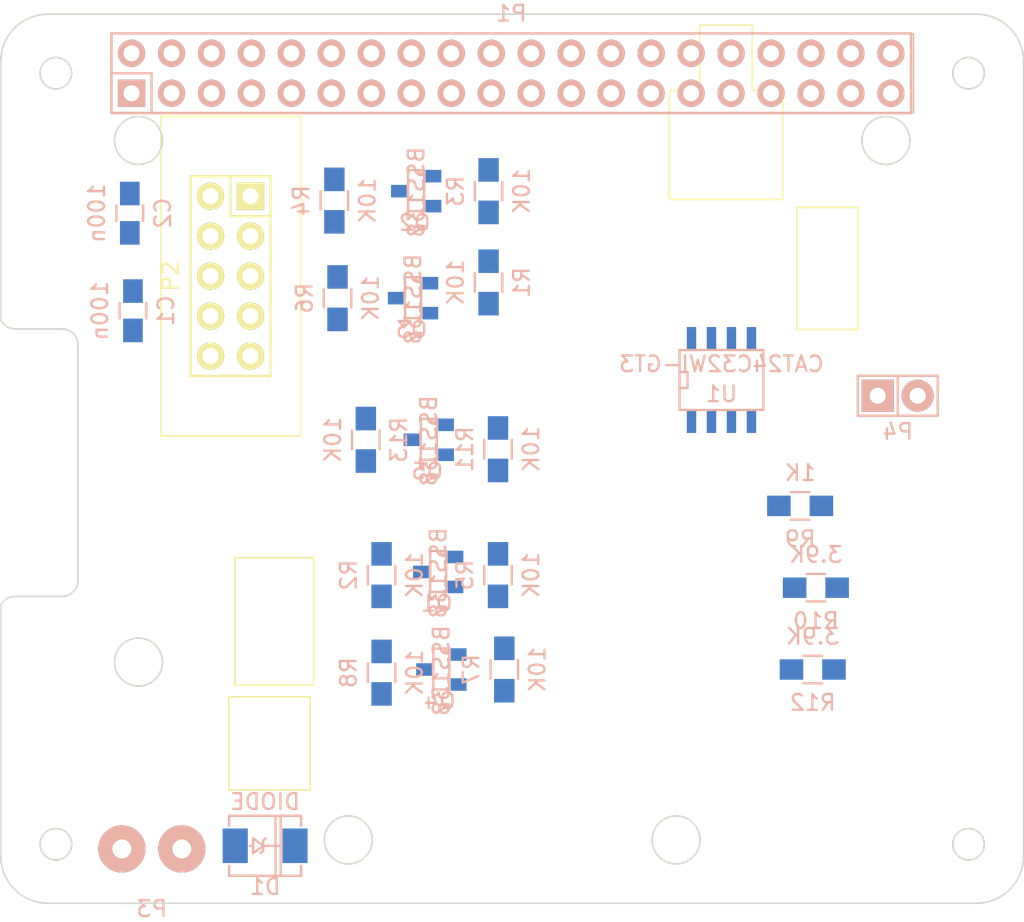
<source format=kicad_pcb>
(kicad_pcb (version 4) (host pcbnew 0.201412111631+5320~19~ubuntu14.04.1-product)

  (general
    (links 70)
    (no_connects 70)
    (area 115.951099 76.703599 181.051101 133.303601)
    (thickness 1.6)
    (drawings 1122)
    (tracks 0)
    (zones 0)
    (modules 26)
    (nets 40)
  )

  (page A4)
  (layers
    (0 F.Cu signal)
    (31 B.Cu signal)
    (32 B.Adhes user)
    (33 F.Adhes user)
    (34 B.Paste user)
    (35 F.Paste user)
    (36 B.SilkS user)
    (37 F.SilkS user)
    (38 B.Mask user)
    (39 F.Mask user)
    (40 Dwgs.User user)
    (41 Cmts.User user)
    (42 Eco1.User user)
    (43 Eco2.User user)
    (44 Edge.Cuts user)
    (45 Margin user)
    (46 B.CrtYd user)
    (47 F.CrtYd user)
    (48 B.Fab user)
    (49 F.Fab user)
  )

  (setup
    (last_trace_width 0.254)
    (trace_clearance 0.254)
    (zone_clearance 0.508)
    (zone_45_only no)
    (trace_min 0.254)
    (segment_width 0.2)
    (edge_width 0.1)
    (via_size 0.889)
    (via_drill 0.635)
    (via_min_size 0.889)
    (via_min_drill 0.508)
    (uvia_size 0.508)
    (uvia_drill 0.127)
    (uvias_allowed no)
    (uvia_min_size 0.508)
    (uvia_min_drill 0.127)
    (pcb_text_width 0.3)
    (pcb_text_size 1.5 1.5)
    (mod_edge_width 0.15)
    (mod_text_size 1 1)
    (mod_text_width 0.15)
    (pad_size 1.5 1.5)
    (pad_drill 0.6)
    (pad_to_mask_clearance 0)
    (aux_axis_origin 0 0)
    (visible_elements 7FFFFFFF)
    (pcbplotparams
      (layerselection 0x00030_80000001)
      (usegerberextensions false)
      (excludeedgelayer true)
      (linewidth 0.100000)
      (plotframeref false)
      (viasonmask false)
      (mode 1)
      (useauxorigin false)
      (hpglpennumber 1)
      (hpglpenspeed 20)
      (hpglpendiameter 15)
      (hpglpenoverlay 2)
      (psnegative false)
      (psa4output false)
      (plotreference true)
      (plotvalue true)
      (plotinvisibletext false)
      (padsonsilk false)
      (subtractmaskfromsilk false)
      (outputformat 1)
      (mirror false)
      (drillshape 1)
      (scaleselection 1)
      (outputdirectory ""))
  )

  (net 0 "")
  (net 1 +3V3)
  (net 2 GND)
  (net 3 +5V)
  (net 4 "Net-(D1-Pad1)")
  (net 5 /SDA1)
  (net 6 /SCL1)
  (net 7 "Net-(P1-Pad7)")
  (net 8 "Net-(P1-Pad8)")
  (net 9 "Net-(P1-Pad10)")
  (net 10 "Net-(P1-Pad11)")
  (net 11 "Net-(P1-Pad12)")
  (net 12 "Net-(P1-Pad13)")
  (net 13 "Net-(P1-Pad15)")
  (net 14 "Net-(P1-Pad16)")
  (net 15 "Net-(P1-Pad17)")
  (net 16 "Net-(P1-Pad18)")
  (net 17 /MOSI1)
  (net 18 /MISO1)
  (net 19 "Net-(P1-Pad22)")
  (net 20 /SCK1)
  (net 21 "Net-(P1-Pad24)")
  (net 22 "Net-(P1-Pad26)")
  (net 23 /ID_SD)
  (net 24 /ID_SC)
  (net 25 "Net-(P1-Pad29)")
  (net 26 "Net-(P1-Pad31)")
  (net 27 "Net-(P1-Pad32)")
  (net 28 "Net-(P1-Pad33)")
  (net 29 "Net-(P1-Pad35)")
  (net 30 "Net-(P1-Pad36)")
  (net 31 "Net-(P1-Pad37)")
  (net 32 "Net-(P1-Pad38)")
  (net 33 "Net-(P1-Pad40)")
  (net 34 /MISO2)
  (net 35 /SCK2)
  (net 36 /MOSI2)
  (net 37 /SCL2)
  (net 38 /SDA2)
  (net 39 "Net-(P4-Pad1)")

  (net_class Default "This is the default net class."
    (clearance 0.254)
    (trace_width 0.254)
    (via_dia 0.889)
    (via_drill 0.635)
    (uvia_dia 0.508)
    (uvia_drill 0.127)
    (add_net +3V3)
    (add_net +5V)
    (add_net /ID_SC)
    (add_net /ID_SD)
    (add_net /MISO1)
    (add_net /MISO2)
    (add_net /MOSI1)
    (add_net /MOSI2)
    (add_net /SCK1)
    (add_net /SCK2)
    (add_net /SCL1)
    (add_net /SCL2)
    (add_net /SDA1)
    (add_net /SDA2)
    (add_net GND)
    (add_net "Net-(D1-Pad1)")
    (add_net "Net-(P1-Pad10)")
    (add_net "Net-(P1-Pad11)")
    (add_net "Net-(P1-Pad12)")
    (add_net "Net-(P1-Pad13)")
    (add_net "Net-(P1-Pad15)")
    (add_net "Net-(P1-Pad16)")
    (add_net "Net-(P1-Pad17)")
    (add_net "Net-(P1-Pad18)")
    (add_net "Net-(P1-Pad22)")
    (add_net "Net-(P1-Pad24)")
    (add_net "Net-(P1-Pad26)")
    (add_net "Net-(P1-Pad29)")
    (add_net "Net-(P1-Pad31)")
    (add_net "Net-(P1-Pad32)")
    (add_net "Net-(P1-Pad33)")
    (add_net "Net-(P1-Pad35)")
    (add_net "Net-(P1-Pad36)")
    (add_net "Net-(P1-Pad37)")
    (add_net "Net-(P1-Pad38)")
    (add_net "Net-(P1-Pad40)")
    (add_net "Net-(P1-Pad7)")
    (add_net "Net-(P1-Pad8)")
    (add_net "Net-(P4-Pad1)")
  )

  (module Capacitors_SMD:C_0805_HandSoldering (layer B.Cu) (tedit 541A9B8D) (tstamp 548BC12B)
    (at 124.4 95.6 90)
    (descr "Capacitor SMD 0805, hand soldering")
    (tags "capacitor 0805")
    (path /5489A117)
    (attr smd)
    (fp_text reference C1 (at 0 2.1 90) (layer B.SilkS)
      (effects (font (size 1 1) (thickness 0.15)) (justify mirror))
    )
    (fp_text value 100n (at 0 -2.1 90) (layer B.SilkS)
      (effects (font (size 1 1) (thickness 0.15)) (justify mirror))
    )
    (fp_line (start -2.3 1) (end 2.3 1) (layer B.CrtYd) (width 0.05))
    (fp_line (start -2.3 -1) (end 2.3 -1) (layer B.CrtYd) (width 0.05))
    (fp_line (start -2.3 1) (end -2.3 -1) (layer B.CrtYd) (width 0.05))
    (fp_line (start 2.3 1) (end 2.3 -1) (layer B.CrtYd) (width 0.05))
    (fp_line (start 0.5 0.85) (end -0.5 0.85) (layer B.SilkS) (width 0.15))
    (fp_line (start -0.5 -0.85) (end 0.5 -0.85) (layer B.SilkS) (width 0.15))
    (pad 1 smd rect (at -1.25 0 90) (size 1.5 1.25) (layers B.Cu B.Paste B.Mask)
      (net 1 +3V3))
    (pad 2 smd rect (at 1.25 0 90) (size 1.5 1.25) (layers B.Cu B.Paste B.Mask)
      (net 2 GND))
    (model Capacitors_SMD/C_0805_HandSoldering.wrl
      (at (xyz 0 0 0))
      (scale (xyz 1 1 1))
      (rotate (xyz 0 0 0))
    )
  )

  (module Capacitors_SMD:C_0805_HandSoldering (layer B.Cu) (tedit 541A9B8D) (tstamp 548BC137)
    (at 124.2 89.4 90)
    (descr "Capacitor SMD 0805, hand soldering")
    (tags "capacitor 0805")
    (path /5489A170)
    (attr smd)
    (fp_text reference C2 (at 0 2.1 90) (layer B.SilkS)
      (effects (font (size 1 1) (thickness 0.15)) (justify mirror))
    )
    (fp_text value 100n (at 0 -2.1 90) (layer B.SilkS)
      (effects (font (size 1 1) (thickness 0.15)) (justify mirror))
    )
    (fp_line (start -2.3 1) (end 2.3 1) (layer B.CrtYd) (width 0.05))
    (fp_line (start -2.3 -1) (end 2.3 -1) (layer B.CrtYd) (width 0.05))
    (fp_line (start -2.3 1) (end -2.3 -1) (layer B.CrtYd) (width 0.05))
    (fp_line (start 2.3 1) (end 2.3 -1) (layer B.CrtYd) (width 0.05))
    (fp_line (start 0.5 0.85) (end -0.5 0.85) (layer B.SilkS) (width 0.15))
    (fp_line (start -0.5 -0.85) (end 0.5 -0.85) (layer B.SilkS) (width 0.15))
    (pad 1 smd rect (at -1.25 0 90) (size 1.5 1.25) (layers B.Cu B.Paste B.Mask)
      (net 3 +5V))
    (pad 2 smd rect (at 1.25 0 90) (size 1.5 1.25) (layers B.Cu B.Paste B.Mask)
      (net 2 GND))
    (model Capacitors_SMD/C_0805_HandSoldering.wrl
      (at (xyz 0 0 0))
      (scale (xyz 1 1 1))
      (rotate (xyz 0 0 0))
    )
  )

  (module SMD_Packages:DO-214-AC_SMA (layer B.Cu) (tedit 548BC065) (tstamp 548BC14F)
    (at 132.8 129.6)
    (descr "DO-214AC (SMA)  PACKAGE.")
    (tags DO-214AC_SMA)
    (path /548A01EC)
    (attr smd)
    (fp_text reference D1 (at 0 2.60096) (layer B.SilkS)
      (effects (font (size 1 1) (thickness 0.15)) (justify mirror))
    )
    (fp_text value DIODE (at 0 -2.79908) (layer B.SilkS)
      (effects (font (size 1 1) (thickness 0.15)) (justify mirror))
    )
    (fp_line (start -0.762 0) (end -0.9652 0) (layer B.SilkS) (width 0.15))
    (fp_line (start -2.286 1.905) (end 2.286 1.905) (layer B.SilkS) (width 0.15))
    (fp_line (start 2.286 1.905) (end 2.286 1.27) (layer B.SilkS) (width 0.15))
    (fp_line (start 0.6604 -1.905) (end 0.6604 1.905) (layer B.SilkS) (width 0.15))
    (fp_line (start 0.9906 -1.905) (end 0.9906 1.905) (layer B.SilkS) (width 0.15))
    (fp_line (start -2.286 -1.27) (end -2.286 -1.905) (layer B.SilkS) (width 0.15))
    (fp_line (start -2.286 -1.905) (end 2.286 -1.905) (layer B.SilkS) (width 0.15))
    (fp_line (start 2.286 -1.905) (end 2.286 -1.27) (layer B.SilkS) (width 0.15))
    (fp_line (start -2.286 1.27) (end -2.286 1.905) (layer B.SilkS) (width 0.15))
    (fp_line (start -0.127 0) (end -0.762 0.47498) (layer B.SilkS) (width 0.15))
    (fp_line (start -0.762 0.47498) (end -0.762 0) (layer B.SilkS) (width 0.15))
    (fp_line (start -0.762 0) (end -0.762 -0.47498) (layer B.SilkS) (width 0.15))
    (fp_line (start -0.762 -0.47498) (end -0.127 0) (layer B.SilkS) (width 0.15))
    (fp_line (start -0.127 0) (end -0.127 0.3175) (layer B.SilkS) (width 0.15))
    (fp_line (start -0.127 0.3175) (end -0.28448 0.47498) (layer B.SilkS) (width 0.15))
    (fp_line (start -0.127 0) (end -0.127 -0.3175) (layer B.SilkS) (width 0.15))
    (fp_line (start -0.127 -0.3175) (end 0.03048 -0.47498) (layer B.SilkS) (width 0.15))
    (fp_line (start -0.127 0) (end 0.98298 0) (layer B.SilkS) (width 0.15))
    (pad 1 smd rect (at -1.89992 0) (size 1.6002 2.19964) (layers B.Cu B.Paste B.Mask)
      (net 4 "Net-(D1-Pad1)"))
    (pad 2 smd rect (at 1.89992 0) (size 1.6002 2.19964) (layers B.Cu B.Paste B.Mask)
      (net 3 +5V))
    (model SMD_Packages/DO-214-AC_SMA.wrl
      (at (xyz 0 0 0))
      (scale (xyz 0.95 0.95 0.95))
      (rotate (xyz 0 0 0))
    )
  )

  (module Socket_Strips:Socket_Strip_Straight_2x20 (layer B.Cu) (tedit 548BC065) (tstamp 548BC183)
    (at 148.44 80.51 180)
    (descr "Through hole socket strip")
    (tags "socket strip")
    (path /54890600)
    (fp_text reference P1 (at 0 3.81 180) (layer B.SilkS)
      (effects (font (size 1 1) (thickness 0.15)) (justify mirror))
    )
    (fp_text value "RPi Connector" (at 0 0 180) (layer B.SilkS) hide
      (effects (font (size 1 1) (thickness 0.15)) (justify mirror))
    )
    (fp_line (start -25.4 2.54) (end 25.4 2.54) (layer B.SilkS) (width 0.15))
    (fp_line (start 22.86 -2.54) (end -25.4 -2.54) (layer B.SilkS) (width 0.15))
    (fp_line (start -25.4 2.54) (end -25.4 -2.54) (layer B.SilkS) (width 0.15))
    (fp_line (start 25.4 2.54) (end 25.4 0) (layer B.SilkS) (width 0.15))
    (fp_line (start 25.4 -2.54) (end 22.86 -2.54) (layer B.SilkS) (width 0.15))
    (fp_line (start 25.4 0) (end 22.86 0) (layer B.SilkS) (width 0.15))
    (fp_line (start 22.86 0) (end 22.86 -2.54) (layer B.SilkS) (width 0.15))
    (fp_line (start 25.4 -2.54) (end 25.4 0) (layer B.SilkS) (width 0.15))
    (pad 1 thru_hole rect (at 24.13 -1.27) (size 1.7272 1.7272) (drill 1.016) (layers *.Cu *.Mask B.SilkS)
      (net 1 +3V3))
    (pad 2 thru_hole oval (at 24.13 1.27) (size 1.7272 1.7272) (drill 1.016) (layers *.Cu *.Mask B.SilkS)
      (net 3 +5V))
    (pad 3 thru_hole oval (at 21.59 -1.27) (size 1.7272 1.7272) (drill 1.016) (layers *.Cu *.Mask B.SilkS)
      (net 5 /SDA1))
    (pad 4 thru_hole oval (at 21.59 1.27) (size 1.7272 1.7272) (drill 1.016) (layers *.Cu *.Mask B.SilkS)
      (net 3 +5V))
    (pad 5 thru_hole oval (at 19.05 -1.27) (size 1.7272 1.7272) (drill 1.016) (layers *.Cu *.Mask B.SilkS)
      (net 6 /SCL1))
    (pad 6 thru_hole oval (at 19.05 1.27) (size 1.7272 1.7272) (drill 1.016) (layers *.Cu *.Mask B.SilkS)
      (net 2 GND))
    (pad 7 thru_hole oval (at 16.51 -1.27) (size 1.7272 1.7272) (drill 1.016) (layers *.Cu *.Mask B.SilkS)
      (net 7 "Net-(P1-Pad7)"))
    (pad 8 thru_hole oval (at 16.51 1.27) (size 1.7272 1.7272) (drill 1.016) (layers *.Cu *.Mask B.SilkS)
      (net 8 "Net-(P1-Pad8)"))
    (pad 9 thru_hole oval (at 13.97 -1.27) (size 1.7272 1.7272) (drill 1.016) (layers *.Cu *.Mask B.SilkS)
      (net 2 GND))
    (pad 10 thru_hole oval (at 13.97 1.27) (size 1.7272 1.7272) (drill 1.016) (layers *.Cu *.Mask B.SilkS)
      (net 9 "Net-(P1-Pad10)"))
    (pad 11 thru_hole oval (at 11.43 -1.27) (size 1.7272 1.7272) (drill 1.016) (layers *.Cu *.Mask B.SilkS)
      (net 10 "Net-(P1-Pad11)"))
    (pad 12 thru_hole oval (at 11.43 1.27) (size 1.7272 1.7272) (drill 1.016) (layers *.Cu *.Mask B.SilkS)
      (net 11 "Net-(P1-Pad12)"))
    (pad 13 thru_hole oval (at 8.89 -1.27) (size 1.7272 1.7272) (drill 1.016) (layers *.Cu *.Mask B.SilkS)
      (net 12 "Net-(P1-Pad13)"))
    (pad 14 thru_hole oval (at 8.89 1.27) (size 1.7272 1.7272) (drill 1.016) (layers *.Cu *.Mask B.SilkS)
      (net 2 GND))
    (pad 15 thru_hole oval (at 6.35 -1.27) (size 1.7272 1.7272) (drill 1.016) (layers *.Cu *.Mask B.SilkS)
      (net 13 "Net-(P1-Pad15)"))
    (pad 16 thru_hole oval (at 6.35 1.27) (size 1.7272 1.7272) (drill 1.016) (layers *.Cu *.Mask B.SilkS)
      (net 14 "Net-(P1-Pad16)"))
    (pad 17 thru_hole oval (at 3.81 -1.27) (size 1.7272 1.7272) (drill 1.016) (layers *.Cu *.Mask B.SilkS)
      (net 15 "Net-(P1-Pad17)"))
    (pad 18 thru_hole oval (at 3.81 1.27) (size 1.7272 1.7272) (drill 1.016) (layers *.Cu *.Mask B.SilkS)
      (net 16 "Net-(P1-Pad18)"))
    (pad 19 thru_hole oval (at 1.27 -1.27) (size 1.7272 1.7272) (drill 1.016) (layers *.Cu *.Mask B.SilkS)
      (net 17 /MOSI1))
    (pad 20 thru_hole oval (at 1.27 1.27) (size 1.7272 1.7272) (drill 1.016) (layers *.Cu *.Mask B.SilkS)
      (net 2 GND))
    (pad 21 thru_hole oval (at -1.27 -1.27) (size 1.7272 1.7272) (drill 1.016) (layers *.Cu *.Mask B.SilkS)
      (net 18 /MISO1))
    (pad 22 thru_hole oval (at -1.27 1.27) (size 1.7272 1.7272) (drill 1.016) (layers *.Cu *.Mask B.SilkS)
      (net 19 "Net-(P1-Pad22)"))
    (pad 23 thru_hole oval (at -3.81 -1.27) (size 1.7272 1.7272) (drill 1.016) (layers *.Cu *.Mask B.SilkS)
      (net 20 /SCK1))
    (pad 24 thru_hole oval (at -3.81 1.27) (size 1.7272 1.7272) (drill 1.016) (layers *.Cu *.Mask B.SilkS)
      (net 21 "Net-(P1-Pad24)"))
    (pad 25 thru_hole oval (at -6.35 -1.27) (size 1.7272 1.7272) (drill 1.016) (layers *.Cu *.Mask B.SilkS)
      (net 2 GND))
    (pad 26 thru_hole oval (at -6.35 1.27) (size 1.7272 1.7272) (drill 1.016) (layers *.Cu *.Mask B.SilkS)
      (net 22 "Net-(P1-Pad26)"))
    (pad 27 thru_hole oval (at -8.89 -1.27) (size 1.7272 1.7272) (drill 1.016) (layers *.Cu *.Mask B.SilkS)
      (net 23 /ID_SD))
    (pad 28 thru_hole oval (at -8.89 1.27) (size 1.7272 1.7272) (drill 1.016) (layers *.Cu *.Mask B.SilkS)
      (net 24 /ID_SC))
    (pad 29 thru_hole oval (at -11.43 -1.27) (size 1.7272 1.7272) (drill 1.016) (layers *.Cu *.Mask B.SilkS)
      (net 25 "Net-(P1-Pad29)"))
    (pad 30 thru_hole oval (at -11.43 1.27) (size 1.7272 1.7272) (drill 1.016) (layers *.Cu *.Mask B.SilkS)
      (net 2 GND))
    (pad 31 thru_hole oval (at -13.97 -1.27) (size 1.7272 1.7272) (drill 1.016) (layers *.Cu *.Mask B.SilkS)
      (net 26 "Net-(P1-Pad31)"))
    (pad 32 thru_hole oval (at -13.97 1.27) (size 1.7272 1.7272) (drill 1.016) (layers *.Cu *.Mask B.SilkS)
      (net 27 "Net-(P1-Pad32)"))
    (pad 33 thru_hole oval (at -16.51 -1.27) (size 1.7272 1.7272) (drill 1.016) (layers *.Cu *.Mask B.SilkS)
      (net 28 "Net-(P1-Pad33)"))
    (pad 34 thru_hole oval (at -16.51 1.27) (size 1.7272 1.7272) (drill 1.016) (layers *.Cu *.Mask B.SilkS)
      (net 2 GND))
    (pad 35 thru_hole oval (at -19.05 -1.27) (size 1.7272 1.7272) (drill 1.016) (layers *.Cu *.Mask B.SilkS)
      (net 29 "Net-(P1-Pad35)"))
    (pad 36 thru_hole oval (at -19.05 1.27) (size 1.7272 1.7272) (drill 1.016) (layers *.Cu *.Mask B.SilkS)
      (net 30 "Net-(P1-Pad36)"))
    (pad 37 thru_hole oval (at -21.59 -1.27) (size 1.7272 1.7272) (drill 1.016) (layers *.Cu *.Mask B.SilkS)
      (net 31 "Net-(P1-Pad37)"))
    (pad 38 thru_hole oval (at -21.59 1.27) (size 1.7272 1.7272) (drill 1.016) (layers *.Cu *.Mask B.SilkS)
      (net 32 "Net-(P1-Pad38)"))
    (pad 39 thru_hole oval (at -24.13 -1.27) (size 1.7272 1.7272) (drill 1.016) (layers *.Cu *.Mask B.SilkS)
      (net 2 GND))
    (pad 40 thru_hole oval (at -24.13 1.27) (size 1.7272 1.7272) (drill 1.016) (layers *.Cu *.Mask B.SilkS)
      (net 33 "Net-(P1-Pad40)"))
    (model Socket_Strips/Socket_Strip_Straight_2x20.wrl
      (at (xyz 0 0 0))
      (scale (xyz 1 1 1))
      (rotate (xyz 0 0 0))
    )
  )

  (module Socket_Strips:Socket_Strip_Straight_2x05 (layer F.Cu) (tedit 548BC065) (tstamp 548BC489)
    (at 130.6 93.4 90)
    (descr "Through hole socket strip")
    (tags "socket strip")
    (path /5489062F)
    (fp_text reference P2 (at 0 -3.81 90) (layer F.SilkS)
      (effects (font (size 1 1) (thickness 0.15)))
    )
    (fp_text value "Pixy Conn" (at 0 0 90) (layer F.SilkS) hide
      (effects (font (size 1 1) (thickness 0.15)))
    )
    (fp_line (start 6.35 -2.54) (end -6.35 -2.54) (layer F.SilkS) (width 0.15))
    (fp_line (start -6.35 -2.54) (end -6.35 2.54) (layer F.SilkS) (width 0.15))
    (fp_line (start -6.35 2.54) (end 3.81 2.54) (layer F.SilkS) (width 0.15))
    (fp_line (start 6.35 -2.54) (end 6.35 0) (layer F.SilkS) (width 0.15))
    (fp_line (start 6.35 2.54) (end 3.81 2.54) (layer F.SilkS) (width 0.15))
    (fp_line (start 6.35 0) (end 3.81 0) (layer F.SilkS) (width 0.15))
    (fp_line (start 3.81 0) (end 3.81 2.54) (layer F.SilkS) (width 0.15))
    (fp_line (start 6.35 2.54) (end 6.35 0) (layer F.SilkS) (width 0.15))
    (pad 1 thru_hole rect (at 5.08 1.27 270) (size 1.7272 1.7272) (drill 1.016) (layers *.Cu *.Mask F.SilkS)
      (net 34 /MISO2))
    (pad 2 thru_hole oval (at 5.08 -1.27 270) (size 1.7272 1.7272) (drill 1.016) (layers *.Cu *.Mask F.SilkS)
      (net 3 +5V))
    (pad 3 thru_hole oval (at 2.54 1.27 270) (size 1.7272 1.7272) (drill 1.016) (layers *.Cu *.Mask F.SilkS)
      (net 35 /SCK2))
    (pad 4 thru_hole oval (at 2.54 -1.27 270) (size 1.7272 1.7272) (drill 1.016) (layers *.Cu *.Mask F.SilkS)
      (net 36 /MOSI2))
    (pad 5 thru_hole oval (at 0 1.27 270) (size 1.7272 1.7272) (drill 1.016) (layers *.Cu *.Mask F.SilkS)
      (net 37 /SCL2))
    (pad 6 thru_hole oval (at 0 -1.27 270) (size 1.7272 1.7272) (drill 1.016) (layers *.Cu *.Mask F.SilkS)
      (net 2 GND))
    (pad 7 thru_hole oval (at -2.54 1.27 270) (size 1.7272 1.7272) (drill 1.016) (layers *.Cu *.Mask F.SilkS)
      (net 2 GND))
    (pad 8 thru_hole oval (at -2.54 -1.27 270) (size 1.7272 1.7272) (drill 1.016) (layers *.Cu *.Mask F.SilkS)
      (net 2 GND))
    (pad 9 thru_hole oval (at -5.08 1.27 270) (size 1.7272 1.7272) (drill 1.016) (layers *.Cu *.Mask F.SilkS)
      (net 38 /SDA2))
    (pad 10 thru_hole oval (at -5.08 -1.27 270) (size 1.7272 1.7272) (drill 1.016) (layers *.Cu *.Mask F.SilkS)
      (net 2 GND))
    (model Socket_Strips/Socket_Strip_Straight_2x05.wrl
      (at (xyz 0 0 0))
      (scale (xyz 1 1 1))
      (rotate (xyz 0 0 0))
    )
  )

  (module Wire_Pads:SolderWirePad_2x_1-2mmDrill (layer B.Cu) (tedit 548BC065) (tstamp 548BC19F)
    (at 125.6 129.8)
    (path /548A69FA)
    (fp_text reference P3 (at 0 3.81) (layer B.SilkS)
      (effects (font (size 1 1) (thickness 0.15)) (justify mirror))
    )
    (fp_text value "Power Input" (at 0.635 -3.81) (layer B.SilkS) hide
      (effects (font (size 1 1) (thickness 0.15)) (justify mirror))
    )
    (pad 1 thru_hole circle (at -1.905 0) (size 2.99974 2.99974) (drill 1.19888) (layers *.Cu *.Mask B.SilkS)
      (net 4 "Net-(D1-Pad1)"))
    (pad 1 thru_hole circle (at 1.905 0) (size 2.99974 2.99974) (drill 1.19888) (layers *.Cu *.Mask B.SilkS)
      (net 4 "Net-(D1-Pad1)"))
  )

  (module Pin_Headers:Pin_Header_Straight_1x02 (layer B.Cu) (tedit 548BC065) (tstamp 548BC1AB)
    (at 173 101)
    (descr "Through hole pin header")
    (tags "pin header")
    (path /5489E599)
    (fp_text reference P4 (at 0 2.286) (layer B.SilkS)
      (effects (font (size 1 1) (thickness 0.15)) (justify mirror))
    )
    (fp_text value "EEProm Write" (at 0 0) (layer B.SilkS) hide
      (effects (font (size 1 1) (thickness 0.15)) (justify mirror))
    )
    (fp_line (start 0 1.27) (end 0 -1.27) (layer B.SilkS) (width 0.15))
    (fp_line (start -2.54 1.27) (end -2.54 -1.27) (layer B.SilkS) (width 0.15))
    (fp_line (start -2.54 -1.27) (end 0 -1.27) (layer B.SilkS) (width 0.15))
    (fp_line (start 0 -1.27) (end 2.54 -1.27) (layer B.SilkS) (width 0.15))
    (fp_line (start 2.54 -1.27) (end 2.54 1.27) (layer B.SilkS) (width 0.15))
    (fp_line (start 2.54 1.27) (end -2.54 1.27) (layer B.SilkS) (width 0.15))
    (pad 1 thru_hole rect (at -1.27 0) (size 2.032 2.032) (drill 1.016) (layers *.Cu *.Mask B.SilkS)
      (net 39 "Net-(P4-Pad1)"))
    (pad 2 thru_hole oval (at 1.27 0) (size 2.032 2.032) (drill 1.016) (layers *.Cu *.Mask B.SilkS)
      (net 2 GND))
    (model Pin_Headers/Pin_Header_Straight_1x02.wrl
      (at (xyz 0 0 0))
      (scale (xyz 1 1 1))
      (rotate (xyz 0 0 0))
    )
  )

  (module SMD_Packages:SOT-23 (layer B.Cu) (tedit 548BC065) (tstamp 548BC1B7)
    (at 143.8 112.2 270)
    (tags SOT23)
    (path /54890532)
    (fp_text reference Q1 (at 1.99898 0.09906 540) (layer B.SilkS)
      (effects (font (size 1 1) (thickness 0.15)) (justify mirror))
    )
    (fp_text value BSS138 (at 0.0635 0 270) (layer B.SilkS)
      (effects (font (size 1 1) (thickness 0.15)) (justify mirror))
    )
    (fp_circle (center -1.17602 -0.35052) (end -1.30048 -0.44958) (layer B.SilkS) (width 0.15))
    (fp_line (start 1.27 0.508) (end 1.27 -0.508) (layer B.SilkS) (width 0.15))
    (fp_line (start -1.3335 0.508) (end -1.3335 -0.508) (layer B.SilkS) (width 0.15))
    (fp_line (start 1.27 -0.508) (end -1.3335 -0.508) (layer B.SilkS) (width 0.15))
    (fp_line (start -1.3335 0.508) (end 1.27 0.508) (layer B.SilkS) (width 0.15))
    (pad 3 smd rect (at 0 1.09982 270) (size 0.8001 1.00076) (layers B.Cu B.Paste B.Mask)
      (net 36 /MOSI2))
    (pad 2 smd rect (at 0.9525 -1.09982 270) (size 0.8001 1.00076) (layers B.Cu B.Paste B.Mask)
      (net 17 /MOSI1))
    (pad 1 smd rect (at -0.9525 -1.09982 270) (size 0.8001 1.00076) (layers B.Cu B.Paste B.Mask)
      (net 1 +3V3))
    (model SMD_Packages/SOT-23.wrl
      (at (xyz 0 0 0))
      (scale (xyz 0.4 0.4 0.4))
      (rotate (xyz 0 0 180))
    )
  )

  (module SMD_Packages:SOT-23 (layer B.Cu) (tedit 548BC065) (tstamp 548BC1C3)
    (at 142.4 88 270)
    (tags SOT23)
    (path /54891369)
    (fp_text reference Q2 (at 1.99898 0.09906 540) (layer B.SilkS)
      (effects (font (size 1 1) (thickness 0.15)) (justify mirror))
    )
    (fp_text value BSS138 (at 0.0635 0 270) (layer B.SilkS)
      (effects (font (size 1 1) (thickness 0.15)) (justify mirror))
    )
    (fp_circle (center -1.17602 -0.35052) (end -1.30048 -0.44958) (layer B.SilkS) (width 0.15))
    (fp_line (start 1.27 0.508) (end 1.27 -0.508) (layer B.SilkS) (width 0.15))
    (fp_line (start -1.3335 0.508) (end -1.3335 -0.508) (layer B.SilkS) (width 0.15))
    (fp_line (start 1.27 -0.508) (end -1.3335 -0.508) (layer B.SilkS) (width 0.15))
    (fp_line (start -1.3335 0.508) (end 1.27 0.508) (layer B.SilkS) (width 0.15))
    (pad 3 smd rect (at 0 1.09982 270) (size 0.8001 1.00076) (layers B.Cu B.Paste B.Mask)
      (net 34 /MISO2))
    (pad 2 smd rect (at 0.9525 -1.09982 270) (size 0.8001 1.00076) (layers B.Cu B.Paste B.Mask)
      (net 18 /MISO1))
    (pad 1 smd rect (at -0.9525 -1.09982 270) (size 0.8001 1.00076) (layers B.Cu B.Paste B.Mask)
      (net 1 +3V3))
    (model SMD_Packages/SOT-23.wrl
      (at (xyz 0 0 0))
      (scale (xyz 0.4 0.4 0.4))
      (rotate (xyz 0 0 180))
    )
  )

  (module SMD_Packages:SOT-23 (layer B.Cu) (tedit 548BC065) (tstamp 548BC1CF)
    (at 142.2 94.8 270)
    (tags SOT23)
    (path /54892EFF)
    (fp_text reference Q3 (at 1.99898 0.09906 540) (layer B.SilkS)
      (effects (font (size 1 1) (thickness 0.15)) (justify mirror))
    )
    (fp_text value BSS138 (at 0.0635 0 270) (layer B.SilkS)
      (effects (font (size 1 1) (thickness 0.15)) (justify mirror))
    )
    (fp_circle (center -1.17602 -0.35052) (end -1.30048 -0.44958) (layer B.SilkS) (width 0.15))
    (fp_line (start 1.27 0.508) (end 1.27 -0.508) (layer B.SilkS) (width 0.15))
    (fp_line (start -1.3335 0.508) (end -1.3335 -0.508) (layer B.SilkS) (width 0.15))
    (fp_line (start 1.27 -0.508) (end -1.3335 -0.508) (layer B.SilkS) (width 0.15))
    (fp_line (start -1.3335 0.508) (end 1.27 0.508) (layer B.SilkS) (width 0.15))
    (pad 3 smd rect (at 0 1.09982 270) (size 0.8001 1.00076) (layers B.Cu B.Paste B.Mask)
      (net 35 /SCK2))
    (pad 2 smd rect (at 0.9525 -1.09982 270) (size 0.8001 1.00076) (layers B.Cu B.Paste B.Mask)
      (net 20 /SCK1))
    (pad 1 smd rect (at -0.9525 -1.09982 270) (size 0.8001 1.00076) (layers B.Cu B.Paste B.Mask)
      (net 1 +3V3))
    (model SMD_Packages/SOT-23.wrl
      (at (xyz 0 0 0))
      (scale (xyz 0.4 0.4 0.4))
      (rotate (xyz 0 0 180))
    )
  )

  (module SMD_Packages:SOT-23 (layer B.Cu) (tedit 548BC065) (tstamp 548BC1DB)
    (at 144 118.4 270)
    (tags SOT23)
    (path /54892FF4)
    (fp_text reference Q4 (at 1.99898 0.09906 540) (layer B.SilkS)
      (effects (font (size 1 1) (thickness 0.15)) (justify mirror))
    )
    (fp_text value BSS138 (at 0.0635 0 270) (layer B.SilkS)
      (effects (font (size 1 1) (thickness 0.15)) (justify mirror))
    )
    (fp_circle (center -1.17602 -0.35052) (end -1.30048 -0.44958) (layer B.SilkS) (width 0.15))
    (fp_line (start 1.27 0.508) (end 1.27 -0.508) (layer B.SilkS) (width 0.15))
    (fp_line (start -1.3335 0.508) (end -1.3335 -0.508) (layer B.SilkS) (width 0.15))
    (fp_line (start 1.27 -0.508) (end -1.3335 -0.508) (layer B.SilkS) (width 0.15))
    (fp_line (start -1.3335 0.508) (end 1.27 0.508) (layer B.SilkS) (width 0.15))
    (pad 3 smd rect (at 0 1.09982 270) (size 0.8001 1.00076) (layers B.Cu B.Paste B.Mask)
      (net 38 /SDA2))
    (pad 2 smd rect (at 0.9525 -1.09982 270) (size 0.8001 1.00076) (layers B.Cu B.Paste B.Mask)
      (net 5 /SDA1))
    (pad 1 smd rect (at -0.9525 -1.09982 270) (size 0.8001 1.00076) (layers B.Cu B.Paste B.Mask)
      (net 1 +3V3))
    (model SMD_Packages/SOT-23.wrl
      (at (xyz 0 0 0))
      (scale (xyz 0.4 0.4 0.4))
      (rotate (xyz 0 0 180))
    )
  )

  (module SMD_Packages:SOT-23 (layer B.Cu) (tedit 548BC065) (tstamp 548BC1E7)
    (at 143.2 103.8 270)
    (tags SOT23)
    (path /5489318E)
    (fp_text reference Q5 (at 1.99898 0.09906 540) (layer B.SilkS)
      (effects (font (size 1 1) (thickness 0.15)) (justify mirror))
    )
    (fp_text value BSS138 (at 0.0635 0 270) (layer B.SilkS)
      (effects (font (size 1 1) (thickness 0.15)) (justify mirror))
    )
    (fp_circle (center -1.17602 -0.35052) (end -1.30048 -0.44958) (layer B.SilkS) (width 0.15))
    (fp_line (start 1.27 0.508) (end 1.27 -0.508) (layer B.SilkS) (width 0.15))
    (fp_line (start -1.3335 0.508) (end -1.3335 -0.508) (layer B.SilkS) (width 0.15))
    (fp_line (start 1.27 -0.508) (end -1.3335 -0.508) (layer B.SilkS) (width 0.15))
    (fp_line (start -1.3335 0.508) (end 1.27 0.508) (layer B.SilkS) (width 0.15))
    (pad 3 smd rect (at 0 1.09982 270) (size 0.8001 1.00076) (layers B.Cu B.Paste B.Mask)
      (net 37 /SCL2))
    (pad 2 smd rect (at 0.9525 -1.09982 270) (size 0.8001 1.00076) (layers B.Cu B.Paste B.Mask)
      (net 6 /SCL1))
    (pad 1 smd rect (at -0.9525 -1.09982 270) (size 0.8001 1.00076) (layers B.Cu B.Paste B.Mask)
      (net 1 +3V3))
    (model SMD_Packages/SOT-23.wrl
      (at (xyz 0 0 0))
      (scale (xyz 0.4 0.4 0.4))
      (rotate (xyz 0 0 180))
    )
  )

  (module Resistors_SMD:R_0805_HandSoldering (layer B.Cu) (tedit 54189DEE) (tstamp 548BC1F3)
    (at 147 93.8 90)
    (descr "Resistor SMD 0805, hand soldering")
    (tags "resistor 0805")
    (path /548909DF)
    (attr smd)
    (fp_text reference R1 (at 0 2.1 90) (layer B.SilkS)
      (effects (font (size 1 1) (thickness 0.15)) (justify mirror))
    )
    (fp_text value 10K (at 0 -2.1 90) (layer B.SilkS)
      (effects (font (size 1 1) (thickness 0.15)) (justify mirror))
    )
    (fp_line (start -2.4 1) (end 2.4 1) (layer B.CrtYd) (width 0.05))
    (fp_line (start -2.4 -1) (end 2.4 -1) (layer B.CrtYd) (width 0.05))
    (fp_line (start -2.4 1) (end -2.4 -1) (layer B.CrtYd) (width 0.05))
    (fp_line (start 2.4 1) (end 2.4 -1) (layer B.CrtYd) (width 0.05))
    (fp_line (start 0.6 -0.875) (end -0.6 -0.875) (layer B.SilkS) (width 0.15))
    (fp_line (start -0.6 0.875) (end 0.6 0.875) (layer B.SilkS) (width 0.15))
    (pad 1 smd rect (at -1.35 0 90) (size 1.5 1.3) (layers B.Cu B.Paste B.Mask)
      (net 1 +3V3))
    (pad 2 smd rect (at 1.35 0 90) (size 1.5 1.3) (layers B.Cu B.Paste B.Mask)
      (net 17 /MOSI1))
    (model Resistors_SMD/R_0805_HandSoldering.wrl
      (at (xyz 0 0 0))
      (scale (xyz 1 1 1))
      (rotate (xyz 0 0 0))
    )
  )

  (module Resistors_SMD:R_0805_HandSoldering (layer B.Cu) (tedit 54189DEE) (tstamp 548BC1FF)
    (at 140.2 112.4 270)
    (descr "Resistor SMD 0805, hand soldering")
    (tags "resistor 0805")
    (path /54890838)
    (attr smd)
    (fp_text reference R2 (at 0 2.1 270) (layer B.SilkS)
      (effects (font (size 1 1) (thickness 0.15)) (justify mirror))
    )
    (fp_text value 10K (at 0 -2.1 270) (layer B.SilkS)
      (effects (font (size 1 1) (thickness 0.15)) (justify mirror))
    )
    (fp_line (start -2.4 1) (end 2.4 1) (layer B.CrtYd) (width 0.05))
    (fp_line (start -2.4 -1) (end 2.4 -1) (layer B.CrtYd) (width 0.05))
    (fp_line (start -2.4 1) (end -2.4 -1) (layer B.CrtYd) (width 0.05))
    (fp_line (start 2.4 1) (end 2.4 -1) (layer B.CrtYd) (width 0.05))
    (fp_line (start 0.6 -0.875) (end -0.6 -0.875) (layer B.SilkS) (width 0.15))
    (fp_line (start -0.6 0.875) (end 0.6 0.875) (layer B.SilkS) (width 0.15))
    (pad 1 smd rect (at -1.35 0 270) (size 1.5 1.3) (layers B.Cu B.Paste B.Mask)
      (net 3 +5V))
    (pad 2 smd rect (at 1.35 0 270) (size 1.5 1.3) (layers B.Cu B.Paste B.Mask)
      (net 36 /MOSI2))
    (model Resistors_SMD/R_0805_HandSoldering.wrl
      (at (xyz 0 0 0))
      (scale (xyz 1 1 1))
      (rotate (xyz 0 0 0))
    )
  )

  (module Resistors_SMD:R_0805_HandSoldering (layer B.Cu) (tedit 54189DEE) (tstamp 548BC20B)
    (at 147 88 270)
    (descr "Resistor SMD 0805, hand soldering")
    (tags "resistor 0805")
    (path /54891381)
    (attr smd)
    (fp_text reference R3 (at 0 2.1 270) (layer B.SilkS)
      (effects (font (size 1 1) (thickness 0.15)) (justify mirror))
    )
    (fp_text value 10K (at 0 -2.1 270) (layer B.SilkS)
      (effects (font (size 1 1) (thickness 0.15)) (justify mirror))
    )
    (fp_line (start -2.4 1) (end 2.4 1) (layer B.CrtYd) (width 0.05))
    (fp_line (start -2.4 -1) (end 2.4 -1) (layer B.CrtYd) (width 0.05))
    (fp_line (start -2.4 1) (end -2.4 -1) (layer B.CrtYd) (width 0.05))
    (fp_line (start 2.4 1) (end 2.4 -1) (layer B.CrtYd) (width 0.05))
    (fp_line (start 0.6 -0.875) (end -0.6 -0.875) (layer B.SilkS) (width 0.15))
    (fp_line (start -0.6 0.875) (end 0.6 0.875) (layer B.SilkS) (width 0.15))
    (pad 1 smd rect (at -1.35 0 270) (size 1.5 1.3) (layers B.Cu B.Paste B.Mask)
      (net 1 +3V3))
    (pad 2 smd rect (at 1.35 0 270) (size 1.5 1.3) (layers B.Cu B.Paste B.Mask)
      (net 18 /MISO1))
    (model Resistors_SMD/R_0805_HandSoldering.wrl
      (at (xyz 0 0 0))
      (scale (xyz 1 1 1))
      (rotate (xyz 0 0 0))
    )
  )

  (module Resistors_SMD:R_0805_HandSoldering (layer B.Cu) (tedit 54189DEE) (tstamp 548BC217)
    (at 137.2 88.6 270)
    (descr "Resistor SMD 0805, hand soldering")
    (tags "resistor 0805")
    (path /5489137B)
    (attr smd)
    (fp_text reference R4 (at 0 2.1 270) (layer B.SilkS)
      (effects (font (size 1 1) (thickness 0.15)) (justify mirror))
    )
    (fp_text value 10K (at 0 -2.1 270) (layer B.SilkS)
      (effects (font (size 1 1) (thickness 0.15)) (justify mirror))
    )
    (fp_line (start -2.4 1) (end 2.4 1) (layer B.CrtYd) (width 0.05))
    (fp_line (start -2.4 -1) (end 2.4 -1) (layer B.CrtYd) (width 0.05))
    (fp_line (start -2.4 1) (end -2.4 -1) (layer B.CrtYd) (width 0.05))
    (fp_line (start 2.4 1) (end 2.4 -1) (layer B.CrtYd) (width 0.05))
    (fp_line (start 0.6 -0.875) (end -0.6 -0.875) (layer B.SilkS) (width 0.15))
    (fp_line (start -0.6 0.875) (end 0.6 0.875) (layer B.SilkS) (width 0.15))
    (pad 1 smd rect (at -1.35 0 270) (size 1.5 1.3) (layers B.Cu B.Paste B.Mask)
      (net 3 +5V))
    (pad 2 smd rect (at 1.35 0 270) (size 1.5 1.3) (layers B.Cu B.Paste B.Mask)
      (net 34 /MISO2))
    (model Resistors_SMD/R_0805_HandSoldering.wrl
      (at (xyz 0 0 0))
      (scale (xyz 1 1 1))
      (rotate (xyz 0 0 0))
    )
  )

  (module Resistors_SMD:R_0805_HandSoldering (layer B.Cu) (tedit 54189DEE) (tstamp 548BC223)
    (at 147.6 112.4 270)
    (descr "Resistor SMD 0805, hand soldering")
    (tags "resistor 0805")
    (path /54892F17)
    (attr smd)
    (fp_text reference R5 (at 0 2.1 270) (layer B.SilkS)
      (effects (font (size 1 1) (thickness 0.15)) (justify mirror))
    )
    (fp_text value 10K (at 0 -2.1 270) (layer B.SilkS)
      (effects (font (size 1 1) (thickness 0.15)) (justify mirror))
    )
    (fp_line (start -2.4 1) (end 2.4 1) (layer B.CrtYd) (width 0.05))
    (fp_line (start -2.4 -1) (end 2.4 -1) (layer B.CrtYd) (width 0.05))
    (fp_line (start -2.4 1) (end -2.4 -1) (layer B.CrtYd) (width 0.05))
    (fp_line (start 2.4 1) (end 2.4 -1) (layer B.CrtYd) (width 0.05))
    (fp_line (start 0.6 -0.875) (end -0.6 -0.875) (layer B.SilkS) (width 0.15))
    (fp_line (start -0.6 0.875) (end 0.6 0.875) (layer B.SilkS) (width 0.15))
    (pad 1 smd rect (at -1.35 0 270) (size 1.5 1.3) (layers B.Cu B.Paste B.Mask)
      (net 1 +3V3))
    (pad 2 smd rect (at 1.35 0 270) (size 1.5 1.3) (layers B.Cu B.Paste B.Mask)
      (net 20 /SCK1))
    (model Resistors_SMD/R_0805_HandSoldering.wrl
      (at (xyz 0 0 0))
      (scale (xyz 1 1 1))
      (rotate (xyz 0 0 0))
    )
  )

  (module Resistors_SMD:R_0805_HandSoldering (layer B.Cu) (tedit 54189DEE) (tstamp 548BC22F)
    (at 137.4 94.8 270)
    (descr "Resistor SMD 0805, hand soldering")
    (tags "resistor 0805")
    (path /54892F11)
    (attr smd)
    (fp_text reference R6 (at 0 2.1 270) (layer B.SilkS)
      (effects (font (size 1 1) (thickness 0.15)) (justify mirror))
    )
    (fp_text value 10K (at 0 -2.1 270) (layer B.SilkS)
      (effects (font (size 1 1) (thickness 0.15)) (justify mirror))
    )
    (fp_line (start -2.4 1) (end 2.4 1) (layer B.CrtYd) (width 0.05))
    (fp_line (start -2.4 -1) (end 2.4 -1) (layer B.CrtYd) (width 0.05))
    (fp_line (start -2.4 1) (end -2.4 -1) (layer B.CrtYd) (width 0.05))
    (fp_line (start 2.4 1) (end 2.4 -1) (layer B.CrtYd) (width 0.05))
    (fp_line (start 0.6 -0.875) (end -0.6 -0.875) (layer B.SilkS) (width 0.15))
    (fp_line (start -0.6 0.875) (end 0.6 0.875) (layer B.SilkS) (width 0.15))
    (pad 1 smd rect (at -1.35 0 270) (size 1.5 1.3) (layers B.Cu B.Paste B.Mask)
      (net 3 +5V))
    (pad 2 smd rect (at 1.35 0 270) (size 1.5 1.3) (layers B.Cu B.Paste B.Mask)
      (net 35 /SCK2))
    (model Resistors_SMD/R_0805_HandSoldering.wrl
      (at (xyz 0 0 0))
      (scale (xyz 1 1 1))
      (rotate (xyz 0 0 0))
    )
  )

  (module Resistors_SMD:R_0805_HandSoldering (layer B.Cu) (tedit 54189DEE) (tstamp 548BC23B)
    (at 148 118.4 270)
    (descr "Resistor SMD 0805, hand soldering")
    (tags "resistor 0805")
    (path /5489300C)
    (attr smd)
    (fp_text reference R7 (at 0 2.1 270) (layer B.SilkS)
      (effects (font (size 1 1) (thickness 0.15)) (justify mirror))
    )
    (fp_text value 10K (at 0 -2.1 270) (layer B.SilkS)
      (effects (font (size 1 1) (thickness 0.15)) (justify mirror))
    )
    (fp_line (start -2.4 1) (end 2.4 1) (layer B.CrtYd) (width 0.05))
    (fp_line (start -2.4 -1) (end 2.4 -1) (layer B.CrtYd) (width 0.05))
    (fp_line (start -2.4 1) (end -2.4 -1) (layer B.CrtYd) (width 0.05))
    (fp_line (start 2.4 1) (end 2.4 -1) (layer B.CrtYd) (width 0.05))
    (fp_line (start 0.6 -0.875) (end -0.6 -0.875) (layer B.SilkS) (width 0.15))
    (fp_line (start -0.6 0.875) (end 0.6 0.875) (layer B.SilkS) (width 0.15))
    (pad 1 smd rect (at -1.35 0 270) (size 1.5 1.3) (layers B.Cu B.Paste B.Mask)
      (net 1 +3V3))
    (pad 2 smd rect (at 1.35 0 270) (size 1.5 1.3) (layers B.Cu B.Paste B.Mask)
      (net 5 /SDA1))
    (model Resistors_SMD/R_0805_HandSoldering.wrl
      (at (xyz 0 0 0))
      (scale (xyz 1 1 1))
      (rotate (xyz 0 0 0))
    )
  )

  (module Resistors_SMD:R_0805_HandSoldering (layer B.Cu) (tedit 54189DEE) (tstamp 548BC247)
    (at 140.2 118.6 270)
    (descr "Resistor SMD 0805, hand soldering")
    (tags "resistor 0805")
    (path /54893006)
    (attr smd)
    (fp_text reference R8 (at 0 2.1 270) (layer B.SilkS)
      (effects (font (size 1 1) (thickness 0.15)) (justify mirror))
    )
    (fp_text value 10K (at 0 -2.1 270) (layer B.SilkS)
      (effects (font (size 1 1) (thickness 0.15)) (justify mirror))
    )
    (fp_line (start -2.4 1) (end 2.4 1) (layer B.CrtYd) (width 0.05))
    (fp_line (start -2.4 -1) (end 2.4 -1) (layer B.CrtYd) (width 0.05))
    (fp_line (start -2.4 1) (end -2.4 -1) (layer B.CrtYd) (width 0.05))
    (fp_line (start 2.4 1) (end 2.4 -1) (layer B.CrtYd) (width 0.05))
    (fp_line (start 0.6 -0.875) (end -0.6 -0.875) (layer B.SilkS) (width 0.15))
    (fp_line (start -0.6 0.875) (end 0.6 0.875) (layer B.SilkS) (width 0.15))
    (pad 1 smd rect (at -1.35 0 270) (size 1.5 1.3) (layers B.Cu B.Paste B.Mask)
      (net 3 +5V))
    (pad 2 smd rect (at 1.35 0 270) (size 1.5 1.3) (layers B.Cu B.Paste B.Mask)
      (net 38 /SDA2))
    (model Resistors_SMD/R_0805_HandSoldering.wrl
      (at (xyz 0 0 0))
      (scale (xyz 1 1 1))
      (rotate (xyz 0 0 0))
    )
  )

  (module Resistors_SMD:R_0805_HandSoldering (layer B.Cu) (tedit 54189DEE) (tstamp 548BC253)
    (at 166.8 108)
    (descr "Resistor SMD 0805, hand soldering")
    (tags "resistor 0805")
    (path /5489CFF9)
    (attr smd)
    (fp_text reference R9 (at 0 2.1) (layer B.SilkS)
      (effects (font (size 1 1) (thickness 0.15)) (justify mirror))
    )
    (fp_text value 1K (at 0 -2.1) (layer B.SilkS)
      (effects (font (size 1 1) (thickness 0.15)) (justify mirror))
    )
    (fp_line (start -2.4 1) (end 2.4 1) (layer B.CrtYd) (width 0.05))
    (fp_line (start -2.4 -1) (end 2.4 -1) (layer B.CrtYd) (width 0.05))
    (fp_line (start -2.4 1) (end -2.4 -1) (layer B.CrtYd) (width 0.05))
    (fp_line (start 2.4 1) (end 2.4 -1) (layer B.CrtYd) (width 0.05))
    (fp_line (start 0.6 -0.875) (end -0.6 -0.875) (layer B.SilkS) (width 0.15))
    (fp_line (start -0.6 0.875) (end 0.6 0.875) (layer B.SilkS) (width 0.15))
    (pad 1 smd rect (at -1.35 0) (size 1.5 1.3) (layers B.Cu B.Paste B.Mask)
      (net 1 +3V3))
    (pad 2 smd rect (at 1.35 0) (size 1.5 1.3) (layers B.Cu B.Paste B.Mask)
      (net 39 "Net-(P4-Pad1)"))
    (model Resistors_SMD/R_0805_HandSoldering.wrl
      (at (xyz 0 0 0))
      (scale (xyz 1 1 1))
      (rotate (xyz 0 0 0))
    )
  )

  (module Resistors_SMD:R_0805_HandSoldering (layer B.Cu) (tedit 54189DEE) (tstamp 548BC25F)
    (at 167.8 113.2)
    (descr "Resistor SMD 0805, hand soldering")
    (tags "resistor 0805")
    (path /5489C8ED)
    (attr smd)
    (fp_text reference R10 (at 0 2.1) (layer B.SilkS)
      (effects (font (size 1 1) (thickness 0.15)) (justify mirror))
    )
    (fp_text value 3.9K (at 0 -2.1) (layer B.SilkS)
      (effects (font (size 1 1) (thickness 0.15)) (justify mirror))
    )
    (fp_line (start -2.4 1) (end 2.4 1) (layer B.CrtYd) (width 0.05))
    (fp_line (start -2.4 -1) (end 2.4 -1) (layer B.CrtYd) (width 0.05))
    (fp_line (start -2.4 1) (end -2.4 -1) (layer B.CrtYd) (width 0.05))
    (fp_line (start 2.4 1) (end 2.4 -1) (layer B.CrtYd) (width 0.05))
    (fp_line (start 0.6 -0.875) (end -0.6 -0.875) (layer B.SilkS) (width 0.15))
    (fp_line (start -0.6 0.875) (end 0.6 0.875) (layer B.SilkS) (width 0.15))
    (pad 1 smd rect (at -1.35 0) (size 1.5 1.3) (layers B.Cu B.Paste B.Mask)
      (net 1 +3V3))
    (pad 2 smd rect (at 1.35 0) (size 1.5 1.3) (layers B.Cu B.Paste B.Mask)
      (net 24 /ID_SC))
    (model Resistors_SMD/R_0805_HandSoldering.wrl
      (at (xyz 0 0 0))
      (scale (xyz 1 1 1))
      (rotate (xyz 0 0 0))
    )
  )

  (module Resistors_SMD:R_0805_HandSoldering (layer B.Cu) (tedit 54189DEE) (tstamp 548BC26B)
    (at 147.6 104.4 270)
    (descr "Resistor SMD 0805, hand soldering")
    (tags "resistor 0805")
    (path /548931A6)
    (attr smd)
    (fp_text reference R11 (at 0 2.1 270) (layer B.SilkS)
      (effects (font (size 1 1) (thickness 0.15)) (justify mirror))
    )
    (fp_text value 10K (at 0 -2.1 270) (layer B.SilkS)
      (effects (font (size 1 1) (thickness 0.15)) (justify mirror))
    )
    (fp_line (start -2.4 1) (end 2.4 1) (layer B.CrtYd) (width 0.05))
    (fp_line (start -2.4 -1) (end 2.4 -1) (layer B.CrtYd) (width 0.05))
    (fp_line (start -2.4 1) (end -2.4 -1) (layer B.CrtYd) (width 0.05))
    (fp_line (start 2.4 1) (end 2.4 -1) (layer B.CrtYd) (width 0.05))
    (fp_line (start 0.6 -0.875) (end -0.6 -0.875) (layer B.SilkS) (width 0.15))
    (fp_line (start -0.6 0.875) (end 0.6 0.875) (layer B.SilkS) (width 0.15))
    (pad 1 smd rect (at -1.35 0 270) (size 1.5 1.3) (layers B.Cu B.Paste B.Mask)
      (net 1 +3V3))
    (pad 2 smd rect (at 1.35 0 270) (size 1.5 1.3) (layers B.Cu B.Paste B.Mask)
      (net 6 /SCL1))
    (model Resistors_SMD/R_0805_HandSoldering.wrl
      (at (xyz 0 0 0))
      (scale (xyz 1 1 1))
      (rotate (xyz 0 0 0))
    )
  )

  (module Resistors_SMD:R_0805_HandSoldering (layer B.Cu) (tedit 54189DEE) (tstamp 548BC277)
    (at 167.6 118.4)
    (descr "Resistor SMD 0805, hand soldering")
    (tags "resistor 0805")
    (path /5489C950)
    (attr smd)
    (fp_text reference R12 (at 0 2.1) (layer B.SilkS)
      (effects (font (size 1 1) (thickness 0.15)) (justify mirror))
    )
    (fp_text value 3.9K (at 0 -2.1) (layer B.SilkS)
      (effects (font (size 1 1) (thickness 0.15)) (justify mirror))
    )
    (fp_line (start -2.4 1) (end 2.4 1) (layer B.CrtYd) (width 0.05))
    (fp_line (start -2.4 -1) (end 2.4 -1) (layer B.CrtYd) (width 0.05))
    (fp_line (start -2.4 1) (end -2.4 -1) (layer B.CrtYd) (width 0.05))
    (fp_line (start 2.4 1) (end 2.4 -1) (layer B.CrtYd) (width 0.05))
    (fp_line (start 0.6 -0.875) (end -0.6 -0.875) (layer B.SilkS) (width 0.15))
    (fp_line (start -0.6 0.875) (end 0.6 0.875) (layer B.SilkS) (width 0.15))
    (pad 1 smd rect (at -1.35 0) (size 1.5 1.3) (layers B.Cu B.Paste B.Mask)
      (net 1 +3V3))
    (pad 2 smd rect (at 1.35 0) (size 1.5 1.3) (layers B.Cu B.Paste B.Mask)
      (net 23 /ID_SD))
    (model Resistors_SMD/R_0805_HandSoldering.wrl
      (at (xyz 0 0 0))
      (scale (xyz 1 1 1))
      (rotate (xyz 0 0 0))
    )
  )

  (module Resistors_SMD:R_0805_HandSoldering (layer B.Cu) (tedit 54189DEE) (tstamp 548BC283)
    (at 139.2 103.8 90)
    (descr "Resistor SMD 0805, hand soldering")
    (tags "resistor 0805")
    (path /548931A0)
    (attr smd)
    (fp_text reference R13 (at 0 2.1 90) (layer B.SilkS)
      (effects (font (size 1 1) (thickness 0.15)) (justify mirror))
    )
    (fp_text value 10K (at 0 -2.1 90) (layer B.SilkS)
      (effects (font (size 1 1) (thickness 0.15)) (justify mirror))
    )
    (fp_line (start -2.4 1) (end 2.4 1) (layer B.CrtYd) (width 0.05))
    (fp_line (start -2.4 -1) (end 2.4 -1) (layer B.CrtYd) (width 0.05))
    (fp_line (start -2.4 1) (end -2.4 -1) (layer B.CrtYd) (width 0.05))
    (fp_line (start 2.4 1) (end 2.4 -1) (layer B.CrtYd) (width 0.05))
    (fp_line (start 0.6 -0.875) (end -0.6 -0.875) (layer B.SilkS) (width 0.15))
    (fp_line (start -0.6 0.875) (end 0.6 0.875) (layer B.SilkS) (width 0.15))
    (pad 1 smd rect (at -1.35 0 90) (size 1.5 1.3) (layers B.Cu B.Paste B.Mask)
      (net 3 +5V))
    (pad 2 smd rect (at 1.35 0 90) (size 1.5 1.3) (layers B.Cu B.Paste B.Mask)
      (net 37 /SCL2))
    (model Resistors_SMD/R_0805_HandSoldering.wrl
      (at (xyz 0 0 0))
      (scale (xyz 1 1 1))
      (rotate (xyz 0 0 0))
    )
  )

  (module SMD_Packages:SOIC-8-W (layer B.Cu) (tedit 548BC065) (tstamp 548BC297)
    (at 161.8 100)
    (descr "module SMD SOIC SOJ 8 pins etroit")
    (tags "CMS SOJ")
    (path /54899A1E)
    (attr smd)
    (fp_text reference U1 (at 0 0.889) (layer B.SilkS)
      (effects (font (size 1 1) (thickness 0.15)) (justify mirror))
    )
    (fp_text value CAT24C32WI-GT3 (at 0 -1.016) (layer B.SilkS)
      (effects (font (size 1 1) (thickness 0.15)) (justify mirror))
    )
    (fp_line (start -2.667 -1.778) (end -2.667 -1.905) (layer B.SilkS) (width 0.15))
    (fp_line (start -2.667 -1.905) (end 2.667 -1.905) (layer B.SilkS) (width 0.15))
    (fp_line (start 2.667 1.905) (end -2.667 1.905) (layer B.SilkS) (width 0.15))
    (fp_line (start -2.667 1.905) (end -2.667 -1.778) (layer B.SilkS) (width 0.15))
    (fp_line (start -2.667 0.508) (end -2.159 0.508) (layer B.SilkS) (width 0.15))
    (fp_line (start -2.159 0.508) (end -2.159 -0.508) (layer B.SilkS) (width 0.15))
    (fp_line (start -2.159 -0.508) (end -2.667 -0.508) (layer B.SilkS) (width 0.15))
    (fp_line (start 2.667 1.905) (end 2.667 -1.905) (layer B.SilkS) (width 0.15))
    (pad 8 smd rect (at -1.905 2.667) (size 0.59944 1.39954) (layers B.Cu B.Paste B.Mask)
      (net 1 +3V3))
    (pad 1 smd rect (at -1.905 -2.667) (size 0.59944 1.39954) (layers B.Cu B.Paste B.Mask)
      (net 2 GND))
    (pad 7 smd rect (at -0.635 2.667) (size 0.59944 1.39954) (layers B.Cu B.Paste B.Mask)
      (net 39 "Net-(P4-Pad1)"))
    (pad 6 smd rect (at 0.635 2.667) (size 0.59944 1.39954) (layers B.Cu B.Paste B.Mask)
      (net 24 /ID_SC))
    (pad 5 smd rect (at 1.905 2.667) (size 0.59944 1.39954) (layers B.Cu B.Paste B.Mask)
      (net 23 /ID_SD))
    (pad 2 smd rect (at -0.635 -2.667) (size 0.59944 1.39954) (layers B.Cu B.Paste B.Mask)
      (net 2 GND))
    (pad 3 smd rect (at 0.635 -2.667) (size 0.59944 1.39954) (layers B.Cu B.Paste B.Mask)
      (net 2 GND))
    (pad 4 smd rect (at 1.905 -2.667) (size 0.59944 1.39954) (layers B.Cu B.Paste B.Mask)
      (net 2 GND))
    (model SMD_Packages/SOIC-8-W.wrl
      (at (xyz 0 0 0))
      (scale (xyz 0.5 0.32 0.5))
      (rotate (xyz 0 0 0))
    )
  )

  (gr_line (start 174.0011 83.0036) (end 123.0011 83.0036) (layer B.SilkS) (width 0.1))
  (gr_line (start 174.0011 78.0036) (end 174.0011 83.0036) (layer B.SilkS) (width 0.1))
  (gr_line (start 123.0011 78.0036) (end 174.0011 78.0036) (layer B.SilkS) (width 0.1))
  (gr_line (start 123.0011 83.0036) (end 123.0011 78.0036) (layer B.SilkS) (width 0.1))
  (gr_line (start 160.4101 77.4536) (end 163.7601 77.4536) (layer F.SilkS) (width 0.1))
  (gr_line (start 163.7601 77.4536) (end 163.7601 81.6036) (layer F.SilkS) (width 0.1))
  (gr_line (start 160.4101 81.6036) (end 160.4101 77.4536) (layer F.SilkS) (width 0.1))
  (gr_line (start 170.4551 96.7936) (end 166.5851 96.7936) (layer F.SilkS) (width 0.1))
  (gr_line (start 170.4551 89.0336) (end 170.4551 96.7936) (layer F.SilkS) (width 0.1))
  (gr_line (start 166.5851 89.0336) (end 170.4551 89.0336) (layer F.SilkS) (width 0.1))
  (gr_line (start 166.5851 96.7936) (end 166.5851 89.0336) (layer F.SilkS) (width 0.1))
  (gr_line (start 165.6851 88.5236) (end 158.4851 88.5236) (layer F.SilkS) (width 0.1))
  (gr_line (start 165.6851 81.6036) (end 165.6851 88.5236) (layer F.SilkS) (width 0.1))
  (gr_line (start 163.7601 81.6036) (end 165.6851 81.6036) (layer F.SilkS) (width 0.1))
  (gr_line (start 158.4851 81.6036) (end 160.4101 81.6036) (layer F.SilkS) (width 0.1))
  (gr_line (start 158.4851 88.5236) (end 158.4851 81.6036) (layer F.SilkS) (width 0.1))
  (gr_line (start 135.8771 119.4036) (end 130.8771 119.4036) (layer F.SilkS) (width 0.1))
  (gr_line (start 135.8771 111.3036) (end 135.8771 119.4036) (layer F.SilkS) (width 0.1))
  (gr_line (start 130.8771 111.3036) (end 135.8771 111.3036) (layer F.SilkS) (width 0.1))
  (gr_line (start 130.8771 119.4036) (end 130.8771 111.3036) (layer F.SilkS) (width 0.1))
  (gr_line (start 135.6571 126.0536) (end 130.4971 126.0536) (layer F.SilkS) (width 0.1))
  (gr_line (start 135.6571 120.1336) (end 135.6571 126.0536) (layer F.SilkS) (width 0.1))
  (gr_line (start 130.4971 120.1336) (end 135.6571 120.1336) (layer F.SilkS) (width 0.1))
  (gr_line (start 130.4971 126.0536) (end 130.4971 120.1336) (layer F.SilkS) (width 0.1))
  (gr_line (start 135.0571 103.5546) (end 126.1671 103.5546) (layer F.SilkS) (width 0.1))
  (gr_line (start 135.0571 83.2546) (end 135.0571 103.5546) (layer F.SilkS) (width 0.1))
  (gr_line (start 126.1671 83.2546) (end 135.0571 83.2546) (layer F.SilkS) (width 0.1))
  (gr_line (start 126.1671 103.5546) (end 126.1671 83.2546) (layer F.SilkS) (width 0.1))
  (gr_line (start 170.7291 84.8746) (end 170.7261 84.7786) (layer Edge.Cuts) (width 0.1))
  (gr_line (start 170.7381 84.9696) (end 170.7291 84.8746) (layer Edge.Cuts) (width 0.1))
  (gr_line (start 170.7531 85.0646) (end 170.7381 84.9696) (layer Edge.Cuts) (width 0.1))
  (gr_line (start 170.7741 85.1576) (end 170.7531 85.0646) (layer Edge.Cuts) (width 0.1))
  (gr_line (start 170.8011 85.2496) (end 170.7741 85.1576) (layer Edge.Cuts) (width 0.1))
  (gr_line (start 170.8331 85.3396) (end 170.8011 85.2496) (layer Edge.Cuts) (width 0.1))
  (gr_line (start 170.8711 85.4276) (end 170.8331 85.3396) (layer Edge.Cuts) (width 0.1))
  (gr_line (start 170.9151 85.5126) (end 170.8711 85.4276) (layer Edge.Cuts) (width 0.1))
  (gr_line (start 170.9631 85.5956) (end 170.9151 85.5126) (layer Edge.Cuts) (width 0.1))
  (gr_line (start 171.0171 85.6746) (end 170.9631 85.5956) (layer Edge.Cuts) (width 0.1))
  (gr_line (start 171.0761 85.7496) (end 171.0171 85.6746) (layer Edge.Cuts) (width 0.1))
  (gr_line (start 171.1391 85.8216) (end 171.0761 85.7496) (layer Edge.Cuts) (width 0.1))
  (gr_line (start 171.2071 85.8896) (end 171.1391 85.8216) (layer Edge.Cuts) (width 0.1))
  (gr_line (start 171.2791 85.9526) (end 171.2071 85.8896) (layer Edge.Cuts) (width 0.1))
  (gr_line (start 171.3541 86.0116) (end 171.2791 85.9526) (layer Edge.Cuts) (width 0.1))
  (gr_line (start 171.4331 86.0656) (end 171.3541 86.0116) (layer Edge.Cuts) (width 0.1))
  (gr_line (start 171.5161 86.1136) (end 171.4331 86.0656) (layer Edge.Cuts) (width 0.1))
  (gr_line (start 171.6011 86.1576) (end 171.5161 86.1136) (layer Edge.Cuts) (width 0.1))
  (gr_line (start 171.6891 86.1956) (end 171.6011 86.1576) (layer Edge.Cuts) (width 0.1))
  (gr_line (start 171.7791 86.2276) (end 171.6891 86.1956) (layer Edge.Cuts) (width 0.1))
  (gr_line (start 171.8711 86.2546) (end 171.7791 86.2276) (layer Edge.Cuts) (width 0.1))
  (gr_line (start 171.9641 86.2756) (end 171.8711 86.2546) (layer Edge.Cuts) (width 0.1))
  (gr_line (start 172.0591 86.2906) (end 171.9641 86.2756) (layer Edge.Cuts) (width 0.1))
  (gr_line (start 172.1541 86.2996) (end 172.0591 86.2906) (layer Edge.Cuts) (width 0.1))
  (gr_line (start 172.2501 86.3026) (end 172.1541 86.2996) (layer Edge.Cuts) (width 0.1))
  (gr_line (start 172.3461 86.2996) (end 172.2501 86.3026) (layer Edge.Cuts) (width 0.1))
  (gr_line (start 172.4411 86.2906) (end 172.3461 86.2996) (layer Edge.Cuts) (width 0.1))
  (gr_line (start 172.5361 86.2756) (end 172.4411 86.2906) (layer Edge.Cuts) (width 0.1))
  (gr_line (start 172.6291 86.2546) (end 172.5361 86.2756) (layer Edge.Cuts) (width 0.1))
  (gr_line (start 172.7211 86.2276) (end 172.6291 86.2546) (layer Edge.Cuts) (width 0.1))
  (gr_line (start 172.8111 86.1956) (end 172.7211 86.2276) (layer Edge.Cuts) (width 0.1))
  (gr_line (start 172.8991 86.1576) (end 172.8111 86.1956) (layer Edge.Cuts) (width 0.1))
  (gr_line (start 172.9841 86.1136) (end 172.8991 86.1576) (layer Edge.Cuts) (width 0.1))
  (gr_line (start 173.0671 86.0656) (end 172.9841 86.1136) (layer Edge.Cuts) (width 0.1))
  (gr_line (start 173.1461 86.0116) (end 173.0671 86.0656) (layer Edge.Cuts) (width 0.1))
  (gr_line (start 173.2211 85.9526) (end 173.1461 86.0116) (layer Edge.Cuts) (width 0.1))
  (gr_line (start 173.2931 85.8896) (end 173.2211 85.9526) (layer Edge.Cuts) (width 0.1))
  (gr_line (start 173.3611 85.8216) (end 173.2931 85.8896) (layer Edge.Cuts) (width 0.1))
  (gr_line (start 173.4241 85.7496) (end 173.3611 85.8216) (layer Edge.Cuts) (width 0.1))
  (gr_line (start 173.4831 85.6746) (end 173.4241 85.7496) (layer Edge.Cuts) (width 0.1))
  (gr_line (start 173.5371 85.5956) (end 173.4831 85.6746) (layer Edge.Cuts) (width 0.1))
  (gr_line (start 173.5851 85.5126) (end 173.5371 85.5956) (layer Edge.Cuts) (width 0.1))
  (gr_line (start 173.6291 85.4276) (end 173.5851 85.5126) (layer Edge.Cuts) (width 0.1))
  (gr_line (start 173.6671 85.3396) (end 173.6291 85.4276) (layer Edge.Cuts) (width 0.1))
  (gr_line (start 173.6991 85.2496) (end 173.6671 85.3396) (layer Edge.Cuts) (width 0.1))
  (gr_line (start 173.7261 85.1576) (end 173.6991 85.2496) (layer Edge.Cuts) (width 0.1))
  (gr_line (start 173.7471 85.0646) (end 173.7261 85.1576) (layer Edge.Cuts) (width 0.1))
  (gr_line (start 173.7621 84.9696) (end 173.7471 85.0646) (layer Edge.Cuts) (width 0.1))
  (gr_line (start 173.7711 84.8746) (end 173.7621 84.9696) (layer Edge.Cuts) (width 0.1))
  (gr_line (start 173.7741 84.7786) (end 173.7711 84.8746) (layer Edge.Cuts) (width 0.1))
  (gr_line (start 173.7711 84.6826) (end 173.7741 84.7786) (layer Edge.Cuts) (width 0.1))
  (gr_line (start 173.7621 84.5876) (end 173.7711 84.6826) (layer Edge.Cuts) (width 0.1))
  (gr_line (start 173.7471 84.4926) (end 173.7621 84.5876) (layer Edge.Cuts) (width 0.1))
  (gr_line (start 173.7261 84.3996) (end 173.7471 84.4926) (layer Edge.Cuts) (width 0.1))
  (gr_line (start 173.6991 84.3076) (end 173.7261 84.3996) (layer Edge.Cuts) (width 0.1))
  (gr_line (start 173.6671 84.2176) (end 173.6991 84.3076) (layer Edge.Cuts) (width 0.1))
  (gr_line (start 173.6291 84.1296) (end 173.6671 84.2176) (layer Edge.Cuts) (width 0.1))
  (gr_line (start 173.5851 84.0446) (end 173.6291 84.1296) (layer Edge.Cuts) (width 0.1))
  (gr_line (start 173.5371 83.9616) (end 173.5851 84.0446) (layer Edge.Cuts) (width 0.1))
  (gr_line (start 173.4831 83.8826) (end 173.5371 83.9616) (layer Edge.Cuts) (width 0.1))
  (gr_line (start 173.4241 83.8076) (end 173.4831 83.8826) (layer Edge.Cuts) (width 0.1))
  (gr_line (start 173.3611 83.7356) (end 173.4241 83.8076) (layer Edge.Cuts) (width 0.1))
  (gr_line (start 173.2931 83.6676) (end 173.3611 83.7356) (layer Edge.Cuts) (width 0.1))
  (gr_line (start 173.2211 83.6046) (end 173.2931 83.6676) (layer Edge.Cuts) (width 0.1))
  (gr_line (start 173.1461 83.5456) (end 173.2211 83.6046) (layer Edge.Cuts) (width 0.1))
  (gr_line (start 173.0671 83.4916) (end 173.1461 83.5456) (layer Edge.Cuts) (width 0.1))
  (gr_line (start 172.9841 83.4436) (end 173.0671 83.4916) (layer Edge.Cuts) (width 0.1))
  (gr_line (start 172.8991 83.3996) (end 172.9841 83.4436) (layer Edge.Cuts) (width 0.1))
  (gr_line (start 172.8111 83.3616) (end 172.8991 83.3996) (layer Edge.Cuts) (width 0.1))
  (gr_line (start 172.7211 83.3296) (end 172.8111 83.3616) (layer Edge.Cuts) (width 0.1))
  (gr_line (start 172.6291 83.3026) (end 172.7211 83.3296) (layer Edge.Cuts) (width 0.1))
  (gr_line (start 172.5361 83.2816) (end 172.6291 83.3026) (layer Edge.Cuts) (width 0.1))
  (gr_line (start 172.4411 83.2666) (end 172.5361 83.2816) (layer Edge.Cuts) (width 0.1))
  (gr_line (start 172.3461 83.2576) (end 172.4411 83.2666) (layer Edge.Cuts) (width 0.1))
  (gr_line (start 172.2501 83.2546) (end 172.3461 83.2576) (layer Edge.Cuts) (width 0.1))
  (gr_line (start 172.1541 83.2576) (end 172.2501 83.2546) (layer Edge.Cuts) (width 0.1))
  (gr_line (start 172.0591 83.2666) (end 172.1541 83.2576) (layer Edge.Cuts) (width 0.1))
  (gr_line (start 171.9641 83.2816) (end 172.0591 83.2666) (layer Edge.Cuts) (width 0.1))
  (gr_line (start 171.8711 83.3026) (end 171.9641 83.2816) (layer Edge.Cuts) (width 0.1))
  (gr_line (start 171.7791 83.3296) (end 171.8711 83.3026) (layer Edge.Cuts) (width 0.1))
  (gr_line (start 171.6891 83.3616) (end 171.7791 83.3296) (layer Edge.Cuts) (width 0.1))
  (gr_line (start 171.6011 83.3996) (end 171.6891 83.3616) (layer Edge.Cuts) (width 0.1))
  (gr_line (start 171.5161 83.4436) (end 171.6011 83.3996) (layer Edge.Cuts) (width 0.1))
  (gr_line (start 171.4331 83.4916) (end 171.5161 83.4436) (layer Edge.Cuts) (width 0.1))
  (gr_line (start 171.3541 83.5456) (end 171.4331 83.4916) (layer Edge.Cuts) (width 0.1))
  (gr_line (start 171.2791 83.6046) (end 171.3541 83.5456) (layer Edge.Cuts) (width 0.1))
  (gr_line (start 171.2071 83.6676) (end 171.2791 83.6046) (layer Edge.Cuts) (width 0.1))
  (gr_line (start 171.1391 83.7356) (end 171.2071 83.6676) (layer Edge.Cuts) (width 0.1))
  (gr_line (start 171.0761 83.8076) (end 171.1391 83.7356) (layer Edge.Cuts) (width 0.1))
  (gr_line (start 171.0171 83.8826) (end 171.0761 83.8076) (layer Edge.Cuts) (width 0.1))
  (gr_line (start 170.9631 83.9616) (end 171.0171 83.8826) (layer Edge.Cuts) (width 0.1))
  (gr_line (start 170.9151 84.0446) (end 170.9631 83.9616) (layer Edge.Cuts) (width 0.1))
  (gr_line (start 170.8711 84.1296) (end 170.9151 84.0446) (layer Edge.Cuts) (width 0.1))
  (gr_line (start 170.8331 84.2176) (end 170.8711 84.1296) (layer Edge.Cuts) (width 0.1))
  (gr_line (start 170.8011 84.3076) (end 170.8331 84.2176) (layer Edge.Cuts) (width 0.1))
  (gr_line (start 170.7741 84.3996) (end 170.8011 84.3076) (layer Edge.Cuts) (width 0.1))
  (gr_line (start 170.7531 84.4926) (end 170.7741 84.3996) (layer Edge.Cuts) (width 0.1))
  (gr_line (start 170.7381 84.5876) (end 170.7531 84.4926) (layer Edge.Cuts) (width 0.1))
  (gr_line (start 170.7291 84.6826) (end 170.7381 84.5876) (layer Edge.Cuts) (width 0.1))
  (gr_line (start 170.7261 84.7786) (end 170.7291 84.6826) (layer Edge.Cuts) (width 0.1))
  (gr_line (start 157.3941 129.3246) (end 157.3911 129.2286) (layer Edge.Cuts) (width 0.1))
  (gr_line (start 157.4031 129.4196) (end 157.3941 129.3246) (layer Edge.Cuts) (width 0.1))
  (gr_line (start 157.4181 129.5146) (end 157.4031 129.4196) (layer Edge.Cuts) (width 0.1))
  (gr_line (start 157.4391 129.6076) (end 157.4181 129.5146) (layer Edge.Cuts) (width 0.1))
  (gr_line (start 157.4661 129.6996) (end 157.4391 129.6076) (layer Edge.Cuts) (width 0.1))
  (gr_line (start 157.4981 129.7896) (end 157.4661 129.6996) (layer Edge.Cuts) (width 0.1))
  (gr_line (start 157.5361 129.8776) (end 157.4981 129.7896) (layer Edge.Cuts) (width 0.1))
  (gr_line (start 157.5801 129.9626) (end 157.5361 129.8776) (layer Edge.Cuts) (width 0.1))
  (gr_line (start 157.6281 130.0456) (end 157.5801 129.9626) (layer Edge.Cuts) (width 0.1))
  (gr_line (start 157.6821 130.1246) (end 157.6281 130.0456) (layer Edge.Cuts) (width 0.1))
  (gr_line (start 157.7411 130.1996) (end 157.6821 130.1246) (layer Edge.Cuts) (width 0.1))
  (gr_line (start 157.8041 130.2716) (end 157.7411 130.1996) (layer Edge.Cuts) (width 0.1))
  (gr_line (start 157.8721 130.3396) (end 157.8041 130.2716) (layer Edge.Cuts) (width 0.1))
  (gr_line (start 157.9441 130.4026) (end 157.8721 130.3396) (layer Edge.Cuts) (width 0.1))
  (gr_line (start 158.0191 130.4616) (end 157.9441 130.4026) (layer Edge.Cuts) (width 0.1))
  (gr_line (start 158.0981 130.5156) (end 158.0191 130.4616) (layer Edge.Cuts) (width 0.1))
  (gr_line (start 158.1811 130.5636) (end 158.0981 130.5156) (layer Edge.Cuts) (width 0.1))
  (gr_line (start 158.2661 130.6076) (end 158.1811 130.5636) (layer Edge.Cuts) (width 0.1))
  (gr_line (start 158.3541 130.6456) (end 158.2661 130.6076) (layer Edge.Cuts) (width 0.1))
  (gr_line (start 158.4441 130.6776) (end 158.3541 130.6456) (layer Edge.Cuts) (width 0.1))
  (gr_line (start 158.5361 130.7046) (end 158.4441 130.6776) (layer Edge.Cuts) (width 0.1))
  (gr_line (start 158.6291 130.7256) (end 158.5361 130.7046) (layer Edge.Cuts) (width 0.1))
  (gr_line (start 158.7241 130.7406) (end 158.6291 130.7256) (layer Edge.Cuts) (width 0.1))
  (gr_line (start 158.8191 130.7496) (end 158.7241 130.7406) (layer Edge.Cuts) (width 0.1))
  (gr_line (start 158.9151 130.7526) (end 158.8191 130.7496) (layer Edge.Cuts) (width 0.1))
  (gr_line (start 159.0111 130.7496) (end 158.9151 130.7526) (layer Edge.Cuts) (width 0.1))
  (gr_line (start 159.1061 130.7406) (end 159.0111 130.7496) (layer Edge.Cuts) (width 0.1))
  (gr_line (start 159.2011 130.7256) (end 159.1061 130.7406) (layer Edge.Cuts) (width 0.1))
  (gr_line (start 159.2941 130.7046) (end 159.2011 130.7256) (layer Edge.Cuts) (width 0.1))
  (gr_line (start 159.3861 130.6776) (end 159.2941 130.7046) (layer Edge.Cuts) (width 0.1))
  (gr_line (start 159.4761 130.6456) (end 159.3861 130.6776) (layer Edge.Cuts) (width 0.1))
  (gr_line (start 159.5641 130.6076) (end 159.4761 130.6456) (layer Edge.Cuts) (width 0.1))
  (gr_line (start 159.6491 130.5636) (end 159.5641 130.6076) (layer Edge.Cuts) (width 0.1))
  (gr_line (start 159.7321 130.5156) (end 159.6491 130.5636) (layer Edge.Cuts) (width 0.1))
  (gr_line (start 159.8111 130.4616) (end 159.7321 130.5156) (layer Edge.Cuts) (width 0.1))
  (gr_line (start 159.8861 130.4026) (end 159.8111 130.4616) (layer Edge.Cuts) (width 0.1))
  (gr_line (start 159.9581 130.3396) (end 159.8861 130.4026) (layer Edge.Cuts) (width 0.1))
  (gr_line (start 160.0261 130.2716) (end 159.9581 130.3396) (layer Edge.Cuts) (width 0.1))
  (gr_line (start 160.0891 130.1996) (end 160.0261 130.2716) (layer Edge.Cuts) (width 0.1))
  (gr_line (start 160.1481 130.1246) (end 160.0891 130.1996) (layer Edge.Cuts) (width 0.1))
  (gr_line (start 160.2021 130.0456) (end 160.1481 130.1246) (layer Edge.Cuts) (width 0.1))
  (gr_line (start 160.2501 129.9626) (end 160.2021 130.0456) (layer Edge.Cuts) (width 0.1))
  (gr_line (start 160.2941 129.8776) (end 160.2501 129.9626) (layer Edge.Cuts) (width 0.1))
  (gr_line (start 160.3321 129.7896) (end 160.2941 129.8776) (layer Edge.Cuts) (width 0.1))
  (gr_line (start 160.3641 129.6996) (end 160.3321 129.7896) (layer Edge.Cuts) (width 0.1))
  (gr_line (start 160.3911 129.6076) (end 160.3641 129.6996) (layer Edge.Cuts) (width 0.1))
  (gr_line (start 160.4121 129.5146) (end 160.3911 129.6076) (layer Edge.Cuts) (width 0.1))
  (gr_line (start 160.4271 129.4196) (end 160.4121 129.5146) (layer Edge.Cuts) (width 0.1))
  (gr_line (start 160.4361 129.3246) (end 160.4271 129.4196) (layer Edge.Cuts) (width 0.1))
  (gr_line (start 160.4391 129.2286) (end 160.4361 129.3246) (layer Edge.Cuts) (width 0.1))
  (gr_line (start 160.4361 129.1326) (end 160.4391 129.2286) (layer Edge.Cuts) (width 0.1))
  (gr_line (start 160.4271 129.0376) (end 160.4361 129.1326) (layer Edge.Cuts) (width 0.1))
  (gr_line (start 160.4121 128.9426) (end 160.4271 129.0376) (layer Edge.Cuts) (width 0.1))
  (gr_line (start 160.3911 128.8496) (end 160.4121 128.9426) (layer Edge.Cuts) (width 0.1))
  (gr_line (start 160.3641 128.7576) (end 160.3911 128.8496) (layer Edge.Cuts) (width 0.1))
  (gr_line (start 160.3321 128.6676) (end 160.3641 128.7576) (layer Edge.Cuts) (width 0.1))
  (gr_line (start 160.2941 128.5796) (end 160.3321 128.6676) (layer Edge.Cuts) (width 0.1))
  (gr_line (start 160.2501 128.4946) (end 160.2941 128.5796) (layer Edge.Cuts) (width 0.1))
  (gr_line (start 160.2021 128.4116) (end 160.2501 128.4946) (layer Edge.Cuts) (width 0.1))
  (gr_line (start 160.1481 128.3326) (end 160.2021 128.4116) (layer Edge.Cuts) (width 0.1))
  (gr_line (start 160.0891 128.2576) (end 160.1481 128.3326) (layer Edge.Cuts) (width 0.1))
  (gr_line (start 160.0261 128.1856) (end 160.0891 128.2576) (layer Edge.Cuts) (width 0.1))
  (gr_line (start 159.9581 128.1176) (end 160.0261 128.1856) (layer Edge.Cuts) (width 0.1))
  (gr_line (start 159.8861 128.0546) (end 159.9581 128.1176) (layer Edge.Cuts) (width 0.1))
  (gr_line (start 159.8111 127.9956) (end 159.8861 128.0546) (layer Edge.Cuts) (width 0.1))
  (gr_line (start 159.7321 127.9416) (end 159.8111 127.9956) (layer Edge.Cuts) (width 0.1))
  (gr_line (start 159.6491 127.8936) (end 159.7321 127.9416) (layer Edge.Cuts) (width 0.1))
  (gr_line (start 159.5641 127.8496) (end 159.6491 127.8936) (layer Edge.Cuts) (width 0.1))
  (gr_line (start 159.4761 127.8116) (end 159.5641 127.8496) (layer Edge.Cuts) (width 0.1))
  (gr_line (start 159.3861 127.7796) (end 159.4761 127.8116) (layer Edge.Cuts) (width 0.1))
  (gr_line (start 159.2941 127.7526) (end 159.3861 127.7796) (layer Edge.Cuts) (width 0.1))
  (gr_line (start 159.2011 127.7316) (end 159.2941 127.7526) (layer Edge.Cuts) (width 0.1))
  (gr_line (start 159.1061 127.7166) (end 159.2011 127.7316) (layer Edge.Cuts) (width 0.1))
  (gr_line (start 159.0111 127.7076) (end 159.1061 127.7166) (layer Edge.Cuts) (width 0.1))
  (gr_line (start 158.9151 127.7046) (end 159.0111 127.7076) (layer Edge.Cuts) (width 0.1))
  (gr_line (start 158.8191 127.7076) (end 158.9151 127.7046) (layer Edge.Cuts) (width 0.1))
  (gr_line (start 158.7241 127.7166) (end 158.8191 127.7076) (layer Edge.Cuts) (width 0.1))
  (gr_line (start 158.6291 127.7316) (end 158.7241 127.7166) (layer Edge.Cuts) (width 0.1))
  (gr_line (start 158.5361 127.7526) (end 158.6291 127.7316) (layer Edge.Cuts) (width 0.1))
  (gr_line (start 158.4441 127.7796) (end 158.5361 127.7526) (layer Edge.Cuts) (width 0.1))
  (gr_line (start 158.3541 127.8116) (end 158.4441 127.7796) (layer Edge.Cuts) (width 0.1))
  (gr_line (start 158.2661 127.8496) (end 158.3541 127.8116) (layer Edge.Cuts) (width 0.1))
  (gr_line (start 158.1811 127.8936) (end 158.2661 127.8496) (layer Edge.Cuts) (width 0.1))
  (gr_line (start 158.0981 127.9416) (end 158.1811 127.8936) (layer Edge.Cuts) (width 0.1))
  (gr_line (start 158.0191 127.9956) (end 158.0981 127.9416) (layer Edge.Cuts) (width 0.1))
  (gr_line (start 157.9441 128.0546) (end 158.0191 127.9956) (layer Edge.Cuts) (width 0.1))
  (gr_line (start 157.8721 128.1176) (end 157.9441 128.0546) (layer Edge.Cuts) (width 0.1))
  (gr_line (start 157.8041 128.1856) (end 157.8721 128.1176) (layer Edge.Cuts) (width 0.1))
  (gr_line (start 157.7411 128.2576) (end 157.8041 128.1856) (layer Edge.Cuts) (width 0.1))
  (gr_line (start 157.6821 128.3326) (end 157.7411 128.2576) (layer Edge.Cuts) (width 0.1))
  (gr_line (start 157.6281 128.4116) (end 157.6821 128.3326) (layer Edge.Cuts) (width 0.1))
  (gr_line (start 157.5801 128.4946) (end 157.6281 128.4116) (layer Edge.Cuts) (width 0.1))
  (gr_line (start 157.5361 128.5796) (end 157.5801 128.4946) (layer Edge.Cuts) (width 0.1))
  (gr_line (start 157.4981 128.6676) (end 157.5361 128.5796) (layer Edge.Cuts) (width 0.1))
  (gr_line (start 157.4661 128.7576) (end 157.4981 128.6676) (layer Edge.Cuts) (width 0.1))
  (gr_line (start 157.4391 128.8496) (end 157.4661 128.7576) (layer Edge.Cuts) (width 0.1))
  (gr_line (start 157.4181 128.9426) (end 157.4391 128.8496) (layer Edge.Cuts) (width 0.1))
  (gr_line (start 157.4031 129.0376) (end 157.4181 128.9426) (layer Edge.Cuts) (width 0.1))
  (gr_line (start 157.3941 129.1326) (end 157.4031 129.0376) (layer Edge.Cuts) (width 0.1))
  (gr_line (start 157.3911 129.2286) (end 157.3941 129.1326) (layer Edge.Cuts) (width 0.1))
  (gr_line (start 136.5661 129.3246) (end 136.5631 129.2286) (layer Edge.Cuts) (width 0.1))
  (gr_line (start 136.5751 129.4196) (end 136.5661 129.3246) (layer Edge.Cuts) (width 0.1))
  (gr_line (start 136.5901 129.5146) (end 136.5751 129.4196) (layer Edge.Cuts) (width 0.1))
  (gr_line (start 136.6111 129.6076) (end 136.5901 129.5146) (layer Edge.Cuts) (width 0.1))
  (gr_line (start 136.6381 129.6996) (end 136.6111 129.6076) (layer Edge.Cuts) (width 0.1))
  (gr_line (start 136.6701 129.7896) (end 136.6381 129.6996) (layer Edge.Cuts) (width 0.1))
  (gr_line (start 136.7081 129.8776) (end 136.6701 129.7896) (layer Edge.Cuts) (width 0.1))
  (gr_line (start 136.7521 129.9626) (end 136.7081 129.8776) (layer Edge.Cuts) (width 0.1))
  (gr_line (start 136.8001 130.0456) (end 136.7521 129.9626) (layer Edge.Cuts) (width 0.1))
  (gr_line (start 136.8541 130.1246) (end 136.8001 130.0456) (layer Edge.Cuts) (width 0.1))
  (gr_line (start 136.9131 130.1996) (end 136.8541 130.1246) (layer Edge.Cuts) (width 0.1))
  (gr_line (start 136.9761 130.2716) (end 136.9131 130.1996) (layer Edge.Cuts) (width 0.1))
  (gr_line (start 137.0441 130.3396) (end 136.9761 130.2716) (layer Edge.Cuts) (width 0.1))
  (gr_line (start 137.1161 130.4026) (end 137.0441 130.3396) (layer Edge.Cuts) (width 0.1))
  (gr_line (start 137.1911 130.4616) (end 137.1161 130.4026) (layer Edge.Cuts) (width 0.1))
  (gr_line (start 137.2701 130.5156) (end 137.1911 130.4616) (layer Edge.Cuts) (width 0.1))
  (gr_line (start 137.3531 130.5636) (end 137.2701 130.5156) (layer Edge.Cuts) (width 0.1))
  (gr_line (start 137.4381 130.6076) (end 137.3531 130.5636) (layer Edge.Cuts) (width 0.1))
  (gr_line (start 137.5261 130.6456) (end 137.4381 130.6076) (layer Edge.Cuts) (width 0.1))
  (gr_line (start 137.6161 130.6776) (end 137.5261 130.6456) (layer Edge.Cuts) (width 0.1))
  (gr_line (start 137.7081 130.7046) (end 137.6161 130.6776) (layer Edge.Cuts) (width 0.1))
  (gr_line (start 137.8011 130.7256) (end 137.7081 130.7046) (layer Edge.Cuts) (width 0.1))
  (gr_line (start 137.8961 130.7406) (end 137.8011 130.7256) (layer Edge.Cuts) (width 0.1))
  (gr_line (start 137.9911 130.7496) (end 137.8961 130.7406) (layer Edge.Cuts) (width 0.1))
  (gr_line (start 138.0871 130.7526) (end 137.9911 130.7496) (layer Edge.Cuts) (width 0.1))
  (gr_line (start 138.1831 130.7496) (end 138.0871 130.7526) (layer Edge.Cuts) (width 0.1))
  (gr_line (start 138.2781 130.7406) (end 138.1831 130.7496) (layer Edge.Cuts) (width 0.1))
  (gr_line (start 138.3731 130.7256) (end 138.2781 130.7406) (layer Edge.Cuts) (width 0.1))
  (gr_line (start 138.4661 130.7046) (end 138.3731 130.7256) (layer Edge.Cuts) (width 0.1))
  (gr_line (start 138.5581 130.6776) (end 138.4661 130.7046) (layer Edge.Cuts) (width 0.1))
  (gr_line (start 138.6481 130.6456) (end 138.5581 130.6776) (layer Edge.Cuts) (width 0.1))
  (gr_line (start 138.7361 130.6076) (end 138.6481 130.6456) (layer Edge.Cuts) (width 0.1))
  (gr_line (start 138.8211 130.5636) (end 138.7361 130.6076) (layer Edge.Cuts) (width 0.1))
  (gr_line (start 138.9041 130.5156) (end 138.8211 130.5636) (layer Edge.Cuts) (width 0.1))
  (gr_line (start 138.9831 130.4616) (end 138.9041 130.5156) (layer Edge.Cuts) (width 0.1))
  (gr_line (start 139.0581 130.4026) (end 138.9831 130.4616) (layer Edge.Cuts) (width 0.1))
  (gr_line (start 139.1301 130.3396) (end 139.0581 130.4026) (layer Edge.Cuts) (width 0.1))
  (gr_line (start 139.1981 130.2716) (end 139.1301 130.3396) (layer Edge.Cuts) (width 0.1))
  (gr_line (start 139.2611 130.1996) (end 139.1981 130.2716) (layer Edge.Cuts) (width 0.1))
  (gr_line (start 139.3201 130.1246) (end 139.2611 130.1996) (layer Edge.Cuts) (width 0.1))
  (gr_line (start 139.3741 130.0456) (end 139.3201 130.1246) (layer Edge.Cuts) (width 0.1))
  (gr_line (start 139.4221 129.9626) (end 139.3741 130.0456) (layer Edge.Cuts) (width 0.1))
  (gr_line (start 139.4661 129.8776) (end 139.4221 129.9626) (layer Edge.Cuts) (width 0.1))
  (gr_line (start 139.5041 129.7896) (end 139.4661 129.8776) (layer Edge.Cuts) (width 0.1))
  (gr_line (start 139.5361 129.6996) (end 139.5041 129.7896) (layer Edge.Cuts) (width 0.1))
  (gr_line (start 139.5631 129.6076) (end 139.5361 129.6996) (layer Edge.Cuts) (width 0.1))
  (gr_line (start 139.5841 129.5146) (end 139.5631 129.6076) (layer Edge.Cuts) (width 0.1))
  (gr_line (start 139.5991 129.4196) (end 139.5841 129.5146) (layer Edge.Cuts) (width 0.1))
  (gr_line (start 139.6081 129.3246) (end 139.5991 129.4196) (layer Edge.Cuts) (width 0.1))
  (gr_line (start 139.6111 129.2286) (end 139.6081 129.3246) (layer Edge.Cuts) (width 0.1))
  (gr_line (start 139.6081 129.1326) (end 139.6111 129.2286) (layer Edge.Cuts) (width 0.1))
  (gr_line (start 139.5991 129.0376) (end 139.6081 129.1326) (layer Edge.Cuts) (width 0.1))
  (gr_line (start 139.5841 128.9426) (end 139.5991 129.0376) (layer Edge.Cuts) (width 0.1))
  (gr_line (start 139.5631 128.8496) (end 139.5841 128.9426) (layer Edge.Cuts) (width 0.1))
  (gr_line (start 139.5361 128.7576) (end 139.5631 128.8496) (layer Edge.Cuts) (width 0.1))
  (gr_line (start 139.5041 128.6676) (end 139.5361 128.7576) (layer Edge.Cuts) (width 0.1))
  (gr_line (start 139.4661 128.5796) (end 139.5041 128.6676) (layer Edge.Cuts) (width 0.1))
  (gr_line (start 139.4221 128.4946) (end 139.4661 128.5796) (layer Edge.Cuts) (width 0.1))
  (gr_line (start 139.3741 128.4116) (end 139.4221 128.4946) (layer Edge.Cuts) (width 0.1))
  (gr_line (start 139.3201 128.3326) (end 139.3741 128.4116) (layer Edge.Cuts) (width 0.1))
  (gr_line (start 139.2611 128.2576) (end 139.3201 128.3326) (layer Edge.Cuts) (width 0.1))
  (gr_line (start 139.1981 128.1856) (end 139.2611 128.2576) (layer Edge.Cuts) (width 0.1))
  (gr_line (start 139.1301 128.1176) (end 139.1981 128.1856) (layer Edge.Cuts) (width 0.1))
  (gr_line (start 139.0581 128.0546) (end 139.1301 128.1176) (layer Edge.Cuts) (width 0.1))
  (gr_line (start 138.9831 127.9956) (end 139.0581 128.0546) (layer Edge.Cuts) (width 0.1))
  (gr_line (start 138.9041 127.9416) (end 138.9831 127.9956) (layer Edge.Cuts) (width 0.1))
  (gr_line (start 138.8211 127.8936) (end 138.9041 127.9416) (layer Edge.Cuts) (width 0.1))
  (gr_line (start 138.7361 127.8496) (end 138.8211 127.8936) (layer Edge.Cuts) (width 0.1))
  (gr_line (start 138.6481 127.8116) (end 138.7361 127.8496) (layer Edge.Cuts) (width 0.1))
  (gr_line (start 138.5581 127.7796) (end 138.6481 127.8116) (layer Edge.Cuts) (width 0.1))
  (gr_line (start 138.4661 127.7526) (end 138.5581 127.7796) (layer Edge.Cuts) (width 0.1))
  (gr_line (start 138.3731 127.7316) (end 138.4661 127.7526) (layer Edge.Cuts) (width 0.1))
  (gr_line (start 138.2781 127.7166) (end 138.3731 127.7316) (layer Edge.Cuts) (width 0.1))
  (gr_line (start 138.1831 127.7076) (end 138.2781 127.7166) (layer Edge.Cuts) (width 0.1))
  (gr_line (start 138.0871 127.7046) (end 138.1831 127.7076) (layer Edge.Cuts) (width 0.1))
  (gr_line (start 137.9911 127.7076) (end 138.0871 127.7046) (layer Edge.Cuts) (width 0.1))
  (gr_line (start 137.8961 127.7166) (end 137.9911 127.7076) (layer Edge.Cuts) (width 0.1))
  (gr_line (start 137.8011 127.7316) (end 137.8961 127.7166) (layer Edge.Cuts) (width 0.1))
  (gr_line (start 137.7081 127.7526) (end 137.8011 127.7316) (layer Edge.Cuts) (width 0.1))
  (gr_line (start 137.6161 127.7796) (end 137.7081 127.7526) (layer Edge.Cuts) (width 0.1))
  (gr_line (start 137.5261 127.8116) (end 137.6161 127.7796) (layer Edge.Cuts) (width 0.1))
  (gr_line (start 137.4381 127.8496) (end 137.5261 127.8116) (layer Edge.Cuts) (width 0.1))
  (gr_line (start 137.3531 127.8936) (end 137.4381 127.8496) (layer Edge.Cuts) (width 0.1))
  (gr_line (start 137.2701 127.9416) (end 137.3531 127.8936) (layer Edge.Cuts) (width 0.1))
  (gr_line (start 137.1911 127.9956) (end 137.2701 127.9416) (layer Edge.Cuts) (width 0.1))
  (gr_line (start 137.1161 128.0546) (end 137.1911 127.9956) (layer Edge.Cuts) (width 0.1))
  (gr_line (start 137.0441 128.1176) (end 137.1161 128.0546) (layer Edge.Cuts) (width 0.1))
  (gr_line (start 136.9761 128.1856) (end 137.0441 128.1176) (layer Edge.Cuts) (width 0.1))
  (gr_line (start 136.9131 128.2576) (end 136.9761 128.1856) (layer Edge.Cuts) (width 0.1))
  (gr_line (start 136.8541 128.3326) (end 136.9131 128.2576) (layer Edge.Cuts) (width 0.1))
  (gr_line (start 136.8001 128.4116) (end 136.8541 128.3326) (layer Edge.Cuts) (width 0.1))
  (gr_line (start 136.7521 128.4946) (end 136.8001 128.4116) (layer Edge.Cuts) (width 0.1))
  (gr_line (start 136.7081 128.5796) (end 136.7521 128.4946) (layer Edge.Cuts) (width 0.1))
  (gr_line (start 136.6701 128.6676) (end 136.7081 128.5796) (layer Edge.Cuts) (width 0.1))
  (gr_line (start 136.6381 128.7576) (end 136.6701 128.6676) (layer Edge.Cuts) (width 0.1))
  (gr_line (start 136.6111 128.8496) (end 136.6381 128.7576) (layer Edge.Cuts) (width 0.1))
  (gr_line (start 136.5901 128.9426) (end 136.6111 128.8496) (layer Edge.Cuts) (width 0.1))
  (gr_line (start 136.5751 129.0376) (end 136.5901 128.9426) (layer Edge.Cuts) (width 0.1))
  (gr_line (start 136.5661 129.1326) (end 136.5751 129.0376) (layer Edge.Cuts) (width 0.1))
  (gr_line (start 136.5631 129.2286) (end 136.5661 129.1326) (layer Edge.Cuts) (width 0.1))
  (gr_line (start 123.2311 84.8746) (end 123.2281 84.7786) (layer Edge.Cuts) (width 0.1))
  (gr_line (start 123.2401 84.9696) (end 123.2311 84.8746) (layer Edge.Cuts) (width 0.1))
  (gr_line (start 123.2551 85.0646) (end 123.2401 84.9696) (layer Edge.Cuts) (width 0.1))
  (gr_line (start 123.2761 85.1576) (end 123.2551 85.0646) (layer Edge.Cuts) (width 0.1))
  (gr_line (start 123.3031 85.2496) (end 123.2761 85.1576) (layer Edge.Cuts) (width 0.1))
  (gr_line (start 123.3351 85.3396) (end 123.3031 85.2496) (layer Edge.Cuts) (width 0.1))
  (gr_line (start 123.3731 85.4276) (end 123.3351 85.3396) (layer Edge.Cuts) (width 0.1))
  (gr_line (start 123.4171 85.5126) (end 123.3731 85.4276) (layer Edge.Cuts) (width 0.1))
  (gr_line (start 123.4651 85.5956) (end 123.4171 85.5126) (layer Edge.Cuts) (width 0.1))
  (gr_line (start 123.5191 85.6746) (end 123.4651 85.5956) (layer Edge.Cuts) (width 0.1))
  (gr_line (start 123.5781 85.7496) (end 123.5191 85.6746) (layer Edge.Cuts) (width 0.1))
  (gr_line (start 123.6411 85.8216) (end 123.5781 85.7496) (layer Edge.Cuts) (width 0.1))
  (gr_line (start 123.7091 85.8896) (end 123.6411 85.8216) (layer Edge.Cuts) (width 0.1))
  (gr_line (start 123.7811 85.9526) (end 123.7091 85.8896) (layer Edge.Cuts) (width 0.1))
  (gr_line (start 123.8561 86.0116) (end 123.7811 85.9526) (layer Edge.Cuts) (width 0.1))
  (gr_line (start 123.9351 86.0656) (end 123.8561 86.0116) (layer Edge.Cuts) (width 0.1))
  (gr_line (start 124.0181 86.1136) (end 123.9351 86.0656) (layer Edge.Cuts) (width 0.1))
  (gr_line (start 124.1031 86.1576) (end 124.0181 86.1136) (layer Edge.Cuts) (width 0.1))
  (gr_line (start 124.1911 86.1956) (end 124.1031 86.1576) (layer Edge.Cuts) (width 0.1))
  (gr_line (start 124.2811 86.2276) (end 124.1911 86.1956) (layer Edge.Cuts) (width 0.1))
  (gr_line (start 124.3731 86.2546) (end 124.2811 86.2276) (layer Edge.Cuts) (width 0.1))
  (gr_line (start 124.4661 86.2756) (end 124.3731 86.2546) (layer Edge.Cuts) (width 0.1))
  (gr_line (start 124.5611 86.2906) (end 124.4661 86.2756) (layer Edge.Cuts) (width 0.1))
  (gr_line (start 124.6561 86.2996) (end 124.5611 86.2906) (layer Edge.Cuts) (width 0.1))
  (gr_line (start 124.7521 86.3026) (end 124.6561 86.2996) (layer Edge.Cuts) (width 0.1))
  (gr_line (start 124.8481 86.2996) (end 124.7521 86.3026) (layer Edge.Cuts) (width 0.1))
  (gr_line (start 124.9431 86.2906) (end 124.8481 86.2996) (layer Edge.Cuts) (width 0.1))
  (gr_line (start 125.0381 86.2756) (end 124.9431 86.2906) (layer Edge.Cuts) (width 0.1))
  (gr_line (start 125.1311 86.2546) (end 125.0381 86.2756) (layer Edge.Cuts) (width 0.1))
  (gr_line (start 125.2231 86.2276) (end 125.1311 86.2546) (layer Edge.Cuts) (width 0.1))
  (gr_line (start 125.3131 86.1956) (end 125.2231 86.2276) (layer Edge.Cuts) (width 0.1))
  (gr_line (start 125.4011 86.1576) (end 125.3131 86.1956) (layer Edge.Cuts) (width 0.1))
  (gr_line (start 125.4861 86.1136) (end 125.4011 86.1576) (layer Edge.Cuts) (width 0.1))
  (gr_line (start 125.5691 86.0656) (end 125.4861 86.1136) (layer Edge.Cuts) (width 0.1))
  (gr_line (start 125.6481 86.0116) (end 125.5691 86.0656) (layer Edge.Cuts) (width 0.1))
  (gr_line (start 125.7231 85.9526) (end 125.6481 86.0116) (layer Edge.Cuts) (width 0.1))
  (gr_line (start 125.7951 85.8896) (end 125.7231 85.9526) (layer Edge.Cuts) (width 0.1))
  (gr_line (start 125.8631 85.8216) (end 125.7951 85.8896) (layer Edge.Cuts) (width 0.1))
  (gr_line (start 125.9261 85.7496) (end 125.8631 85.8216) (layer Edge.Cuts) (width 0.1))
  (gr_line (start 125.9851 85.6746) (end 125.9261 85.7496) (layer Edge.Cuts) (width 0.1))
  (gr_line (start 126.0391 85.5956) (end 125.9851 85.6746) (layer Edge.Cuts) (width 0.1))
  (gr_line (start 126.0871 85.5126) (end 126.0391 85.5956) (layer Edge.Cuts) (width 0.1))
  (gr_line (start 126.1311 85.4276) (end 126.0871 85.5126) (layer Edge.Cuts) (width 0.1))
  (gr_line (start 126.1691 85.3396) (end 126.1311 85.4276) (layer Edge.Cuts) (width 0.1))
  (gr_line (start 126.2011 85.2496) (end 126.1691 85.3396) (layer Edge.Cuts) (width 0.1))
  (gr_line (start 126.2281 85.1576) (end 126.2011 85.2496) (layer Edge.Cuts) (width 0.1))
  (gr_line (start 126.2491 85.0646) (end 126.2281 85.1576) (layer Edge.Cuts) (width 0.1))
  (gr_line (start 126.2641 84.9696) (end 126.2491 85.0646) (layer Edge.Cuts) (width 0.1))
  (gr_line (start 126.2731 84.8746) (end 126.2641 84.9696) (layer Edge.Cuts) (width 0.1))
  (gr_line (start 126.2761 84.7786) (end 126.2731 84.8746) (layer Edge.Cuts) (width 0.1))
  (gr_line (start 126.2731 84.6826) (end 126.2761 84.7786) (layer Edge.Cuts) (width 0.1))
  (gr_line (start 126.2641 84.5876) (end 126.2731 84.6826) (layer Edge.Cuts) (width 0.1))
  (gr_line (start 126.2491 84.4926) (end 126.2641 84.5876) (layer Edge.Cuts) (width 0.1))
  (gr_line (start 126.2281 84.3996) (end 126.2491 84.4926) (layer Edge.Cuts) (width 0.1))
  (gr_line (start 126.2011 84.3076) (end 126.2281 84.3996) (layer Edge.Cuts) (width 0.1))
  (gr_line (start 126.1691 84.2176) (end 126.2011 84.3076) (layer Edge.Cuts) (width 0.1))
  (gr_line (start 126.1311 84.1296) (end 126.1691 84.2176) (layer Edge.Cuts) (width 0.1))
  (gr_line (start 126.0871 84.0446) (end 126.1311 84.1296) (layer Edge.Cuts) (width 0.1))
  (gr_line (start 126.0391 83.9616) (end 126.0871 84.0446) (layer Edge.Cuts) (width 0.1))
  (gr_line (start 125.9851 83.8826) (end 126.0391 83.9616) (layer Edge.Cuts) (width 0.1))
  (gr_line (start 125.9261 83.8076) (end 125.9851 83.8826) (layer Edge.Cuts) (width 0.1))
  (gr_line (start 125.8631 83.7356) (end 125.9261 83.8076) (layer Edge.Cuts) (width 0.1))
  (gr_line (start 125.7951 83.6676) (end 125.8631 83.7356) (layer Edge.Cuts) (width 0.1))
  (gr_line (start 125.7231 83.6046) (end 125.7951 83.6676) (layer Edge.Cuts) (width 0.1))
  (gr_line (start 125.6481 83.5456) (end 125.7231 83.6046) (layer Edge.Cuts) (width 0.1))
  (gr_line (start 125.5691 83.4916) (end 125.6481 83.5456) (layer Edge.Cuts) (width 0.1))
  (gr_line (start 125.4861 83.4436) (end 125.5691 83.4916) (layer Edge.Cuts) (width 0.1))
  (gr_line (start 125.4011 83.3996) (end 125.4861 83.4436) (layer Edge.Cuts) (width 0.1))
  (gr_line (start 125.3131 83.3616) (end 125.4011 83.3996) (layer Edge.Cuts) (width 0.1))
  (gr_line (start 125.2231 83.3296) (end 125.3131 83.3616) (layer Edge.Cuts) (width 0.1))
  (gr_line (start 125.1311 83.3026) (end 125.2231 83.3296) (layer Edge.Cuts) (width 0.1))
  (gr_line (start 125.0381 83.2816) (end 125.1311 83.3026) (layer Edge.Cuts) (width 0.1))
  (gr_line (start 124.9431 83.2666) (end 125.0381 83.2816) (layer Edge.Cuts) (width 0.1))
  (gr_line (start 124.8481 83.2576) (end 124.9431 83.2666) (layer Edge.Cuts) (width 0.1))
  (gr_line (start 124.7521 83.2546) (end 124.8481 83.2576) (layer Edge.Cuts) (width 0.1))
  (gr_line (start 124.6561 83.2576) (end 124.7521 83.2546) (layer Edge.Cuts) (width 0.1))
  (gr_line (start 124.5611 83.2666) (end 124.6561 83.2576) (layer Edge.Cuts) (width 0.1))
  (gr_line (start 124.4661 83.2816) (end 124.5611 83.2666) (layer Edge.Cuts) (width 0.1))
  (gr_line (start 124.3731 83.3026) (end 124.4661 83.2816) (layer Edge.Cuts) (width 0.1))
  (gr_line (start 124.2811 83.3296) (end 124.3731 83.3026) (layer Edge.Cuts) (width 0.1))
  (gr_line (start 124.1911 83.3616) (end 124.2811 83.3296) (layer Edge.Cuts) (width 0.1))
  (gr_line (start 124.1031 83.3996) (end 124.1911 83.3616) (layer Edge.Cuts) (width 0.1))
  (gr_line (start 124.0181 83.4436) (end 124.1031 83.3996) (layer Edge.Cuts) (width 0.1))
  (gr_line (start 123.9351 83.4916) (end 124.0181 83.4436) (layer Edge.Cuts) (width 0.1))
  (gr_line (start 123.8561 83.5456) (end 123.9351 83.4916) (layer Edge.Cuts) (width 0.1))
  (gr_line (start 123.7811 83.6046) (end 123.8561 83.5456) (layer Edge.Cuts) (width 0.1))
  (gr_line (start 123.7091 83.6676) (end 123.7811 83.6046) (layer Edge.Cuts) (width 0.1))
  (gr_line (start 123.6411 83.7356) (end 123.7091 83.6676) (layer Edge.Cuts) (width 0.1))
  (gr_line (start 123.5781 83.8076) (end 123.6411 83.7356) (layer Edge.Cuts) (width 0.1))
  (gr_line (start 123.5191 83.8826) (end 123.5781 83.8076) (layer Edge.Cuts) (width 0.1))
  (gr_line (start 123.4651 83.9616) (end 123.5191 83.8826) (layer Edge.Cuts) (width 0.1))
  (gr_line (start 123.4171 84.0446) (end 123.4651 83.9616) (layer Edge.Cuts) (width 0.1))
  (gr_line (start 123.3731 84.1296) (end 123.4171 84.0446) (layer Edge.Cuts) (width 0.1))
  (gr_line (start 123.3351 84.2176) (end 123.3731 84.1296) (layer Edge.Cuts) (width 0.1))
  (gr_line (start 123.3031 84.3076) (end 123.3351 84.2176) (layer Edge.Cuts) (width 0.1))
  (gr_line (start 123.2761 84.3996) (end 123.3031 84.3076) (layer Edge.Cuts) (width 0.1))
  (gr_line (start 123.2551 84.4926) (end 123.2761 84.3996) (layer Edge.Cuts) (width 0.1))
  (gr_line (start 123.2401 84.5876) (end 123.2551 84.4926) (layer Edge.Cuts) (width 0.1))
  (gr_line (start 123.2311 84.6826) (end 123.2401 84.5876) (layer Edge.Cuts) (width 0.1))
  (gr_line (start 123.2281 84.7786) (end 123.2311 84.6826) (layer Edge.Cuts) (width 0.1))
  (gr_line (start 123.2311 118.0216) (end 123.2281 117.9256) (layer Edge.Cuts) (width 0.1))
  (gr_line (start 123.2401 118.1166) (end 123.2311 118.0216) (layer Edge.Cuts) (width 0.1))
  (gr_line (start 123.2551 118.2116) (end 123.2401 118.1166) (layer Edge.Cuts) (width 0.1))
  (gr_line (start 123.2761 118.3046) (end 123.2551 118.2116) (layer Edge.Cuts) (width 0.1))
  (gr_line (start 123.3031 118.3966) (end 123.2761 118.3046) (layer Edge.Cuts) (width 0.1))
  (gr_line (start 123.3351 118.4866) (end 123.3031 118.3966) (layer Edge.Cuts) (width 0.1))
  (gr_line (start 123.3731 118.5746) (end 123.3351 118.4866) (layer Edge.Cuts) (width 0.1))
  (gr_line (start 123.4171 118.6596) (end 123.3731 118.5746) (layer Edge.Cuts) (width 0.1))
  (gr_line (start 123.4651 118.7426) (end 123.4171 118.6596) (layer Edge.Cuts) (width 0.1))
  (gr_line (start 123.5191 118.8216) (end 123.4651 118.7426) (layer Edge.Cuts) (width 0.1))
  (gr_line (start 123.5781 118.8966) (end 123.5191 118.8216) (layer Edge.Cuts) (width 0.1))
  (gr_line (start 123.6411 118.9686) (end 123.5781 118.8966) (layer Edge.Cuts) (width 0.1))
  (gr_line (start 123.7091 119.0366) (end 123.6411 118.9686) (layer Edge.Cuts) (width 0.1))
  (gr_line (start 123.7811 119.0996) (end 123.7091 119.0366) (layer Edge.Cuts) (width 0.1))
  (gr_line (start 123.8561 119.1586) (end 123.7811 119.0996) (layer Edge.Cuts) (width 0.1))
  (gr_line (start 123.9351 119.2126) (end 123.8561 119.1586) (layer Edge.Cuts) (width 0.1))
  (gr_line (start 124.0181 119.2606) (end 123.9351 119.2126) (layer Edge.Cuts) (width 0.1))
  (gr_line (start 124.1031 119.3046) (end 124.0181 119.2606) (layer Edge.Cuts) (width 0.1))
  (gr_line (start 124.1911 119.3426) (end 124.1031 119.3046) (layer Edge.Cuts) (width 0.1))
  (gr_line (start 124.2811 119.3746) (end 124.1911 119.3426) (layer Edge.Cuts) (width 0.1))
  (gr_line (start 124.3731 119.4016) (end 124.2811 119.3746) (layer Edge.Cuts) (width 0.1))
  (gr_line (start 124.4661 119.4226) (end 124.3731 119.4016) (layer Edge.Cuts) (width 0.1))
  (gr_line (start 124.5611 119.4376) (end 124.4661 119.4226) (layer Edge.Cuts) (width 0.1))
  (gr_line (start 124.6561 119.4466) (end 124.5611 119.4376) (layer Edge.Cuts) (width 0.1))
  (gr_line (start 124.7521 119.4496) (end 124.6561 119.4466) (layer Edge.Cuts) (width 0.1))
  (gr_line (start 124.8481 119.4466) (end 124.7521 119.4496) (layer Edge.Cuts) (width 0.1))
  (gr_line (start 124.9431 119.4376) (end 124.8481 119.4466) (layer Edge.Cuts) (width 0.1))
  (gr_line (start 125.0381 119.4226) (end 124.9431 119.4376) (layer Edge.Cuts) (width 0.1))
  (gr_line (start 125.1311 119.4016) (end 125.0381 119.4226) (layer Edge.Cuts) (width 0.1))
  (gr_line (start 125.2231 119.3746) (end 125.1311 119.4016) (layer Edge.Cuts) (width 0.1))
  (gr_line (start 125.3131 119.3426) (end 125.2231 119.3746) (layer Edge.Cuts) (width 0.1))
  (gr_line (start 125.4011 119.3046) (end 125.3131 119.3426) (layer Edge.Cuts) (width 0.1))
  (gr_line (start 125.4861 119.2606) (end 125.4011 119.3046) (layer Edge.Cuts) (width 0.1))
  (gr_line (start 125.5691 119.2126) (end 125.4861 119.2606) (layer Edge.Cuts) (width 0.1))
  (gr_line (start 125.6481 119.1586) (end 125.5691 119.2126) (layer Edge.Cuts) (width 0.1))
  (gr_line (start 125.7231 119.0996) (end 125.6481 119.1586) (layer Edge.Cuts) (width 0.1))
  (gr_line (start 125.7951 119.0366) (end 125.7231 119.0996) (layer Edge.Cuts) (width 0.1))
  (gr_line (start 125.8631 118.9686) (end 125.7951 119.0366) (layer Edge.Cuts) (width 0.1))
  (gr_line (start 125.9261 118.8966) (end 125.8631 118.9686) (layer Edge.Cuts) (width 0.1))
  (gr_line (start 125.9851 118.8216) (end 125.9261 118.8966) (layer Edge.Cuts) (width 0.1))
  (gr_line (start 126.0391 118.7426) (end 125.9851 118.8216) (layer Edge.Cuts) (width 0.1))
  (gr_line (start 126.0871 118.6596) (end 126.0391 118.7426) (layer Edge.Cuts) (width 0.1))
  (gr_line (start 126.1311 118.5746) (end 126.0871 118.6596) (layer Edge.Cuts) (width 0.1))
  (gr_line (start 126.1691 118.4866) (end 126.1311 118.5746) (layer Edge.Cuts) (width 0.1))
  (gr_line (start 126.2011 118.3966) (end 126.1691 118.4866) (layer Edge.Cuts) (width 0.1))
  (gr_line (start 126.2281 118.3046) (end 126.2011 118.3966) (layer Edge.Cuts) (width 0.1))
  (gr_line (start 126.2491 118.2116) (end 126.2281 118.3046) (layer Edge.Cuts) (width 0.1))
  (gr_line (start 126.2641 118.1166) (end 126.2491 118.2116) (layer Edge.Cuts) (width 0.1))
  (gr_line (start 126.2731 118.0216) (end 126.2641 118.1166) (layer Edge.Cuts) (width 0.1))
  (gr_line (start 126.2761 117.9256) (end 126.2731 118.0216) (layer Edge.Cuts) (width 0.1))
  (gr_line (start 126.2731 117.8296) (end 126.2761 117.9256) (layer Edge.Cuts) (width 0.1))
  (gr_line (start 126.2641 117.7346) (end 126.2731 117.8296) (layer Edge.Cuts) (width 0.1))
  (gr_line (start 126.2491 117.6396) (end 126.2641 117.7346) (layer Edge.Cuts) (width 0.1))
  (gr_line (start 126.2281 117.5466) (end 126.2491 117.6396) (layer Edge.Cuts) (width 0.1))
  (gr_line (start 126.2011 117.4546) (end 126.2281 117.5466) (layer Edge.Cuts) (width 0.1))
  (gr_line (start 126.1691 117.3646) (end 126.2011 117.4546) (layer Edge.Cuts) (width 0.1))
  (gr_line (start 126.1311 117.2766) (end 126.1691 117.3646) (layer Edge.Cuts) (width 0.1))
  (gr_line (start 126.0871 117.1916) (end 126.1311 117.2766) (layer Edge.Cuts) (width 0.1))
  (gr_line (start 126.0391 117.1086) (end 126.0871 117.1916) (layer Edge.Cuts) (width 0.1))
  (gr_line (start 125.9851 117.0296) (end 126.0391 117.1086) (layer Edge.Cuts) (width 0.1))
  (gr_line (start 125.9261 116.9546) (end 125.9851 117.0296) (layer Edge.Cuts) (width 0.1))
  (gr_line (start 125.8631 116.8826) (end 125.9261 116.9546) (layer Edge.Cuts) (width 0.1))
  (gr_line (start 125.7951 116.8146) (end 125.8631 116.8826) (layer Edge.Cuts) (width 0.1))
  (gr_line (start 125.7231 116.7516) (end 125.7951 116.8146) (layer Edge.Cuts) (width 0.1))
  (gr_line (start 125.6481 116.6926) (end 125.7231 116.7516) (layer Edge.Cuts) (width 0.1))
  (gr_line (start 125.5691 116.6386) (end 125.6481 116.6926) (layer Edge.Cuts) (width 0.1))
  (gr_line (start 125.4861 116.5906) (end 125.5691 116.6386) (layer Edge.Cuts) (width 0.1))
  (gr_line (start 125.4011 116.5466) (end 125.4861 116.5906) (layer Edge.Cuts) (width 0.1))
  (gr_line (start 125.3131 116.5086) (end 125.4011 116.5466) (layer Edge.Cuts) (width 0.1))
  (gr_line (start 125.2231 116.4766) (end 125.3131 116.5086) (layer Edge.Cuts) (width 0.1))
  (gr_line (start 125.1311 116.4496) (end 125.2231 116.4766) (layer Edge.Cuts) (width 0.1))
  (gr_line (start 125.0381 116.4286) (end 125.1311 116.4496) (layer Edge.Cuts) (width 0.1))
  (gr_line (start 124.9431 116.4136) (end 125.0381 116.4286) (layer Edge.Cuts) (width 0.1))
  (gr_line (start 124.8481 116.4046) (end 124.9431 116.4136) (layer Edge.Cuts) (width 0.1))
  (gr_line (start 124.7521 116.4016) (end 124.8481 116.4046) (layer Edge.Cuts) (width 0.1))
  (gr_line (start 124.6561 116.4046) (end 124.7521 116.4016) (layer Edge.Cuts) (width 0.1))
  (gr_line (start 124.5611 116.4136) (end 124.6561 116.4046) (layer Edge.Cuts) (width 0.1))
  (gr_line (start 124.4661 116.4286) (end 124.5611 116.4136) (layer Edge.Cuts) (width 0.1))
  (gr_line (start 124.3731 116.4496) (end 124.4661 116.4286) (layer Edge.Cuts) (width 0.1))
  (gr_line (start 124.2811 116.4766) (end 124.3731 116.4496) (layer Edge.Cuts) (width 0.1))
  (gr_line (start 124.1911 116.5086) (end 124.2811 116.4766) (layer Edge.Cuts) (width 0.1))
  (gr_line (start 124.1031 116.5466) (end 124.1911 116.5086) (layer Edge.Cuts) (width 0.1))
  (gr_line (start 124.0181 116.5906) (end 124.1031 116.5466) (layer Edge.Cuts) (width 0.1))
  (gr_line (start 123.9351 116.6386) (end 124.0181 116.5906) (layer Edge.Cuts) (width 0.1))
  (gr_line (start 123.8561 116.6926) (end 123.9351 116.6386) (layer Edge.Cuts) (width 0.1))
  (gr_line (start 123.7811 116.7516) (end 123.8561 116.6926) (layer Edge.Cuts) (width 0.1))
  (gr_line (start 123.7091 116.8146) (end 123.7811 116.7516) (layer Edge.Cuts) (width 0.1))
  (gr_line (start 123.6411 116.8826) (end 123.7091 116.8146) (layer Edge.Cuts) (width 0.1))
  (gr_line (start 123.5781 116.9546) (end 123.6411 116.8826) (layer Edge.Cuts) (width 0.1))
  (gr_line (start 123.5191 117.0296) (end 123.5781 116.9546) (layer Edge.Cuts) (width 0.1))
  (gr_line (start 123.4651 117.1086) (end 123.5191 117.0296) (layer Edge.Cuts) (width 0.1))
  (gr_line (start 123.4171 117.1916) (end 123.4651 117.1086) (layer Edge.Cuts) (width 0.1))
  (gr_line (start 123.3731 117.2766) (end 123.4171 117.1916) (layer Edge.Cuts) (width 0.1))
  (gr_line (start 123.3351 117.3646) (end 123.3731 117.2766) (layer Edge.Cuts) (width 0.1))
  (gr_line (start 123.3031 117.4546) (end 123.3351 117.3646) (layer Edge.Cuts) (width 0.1))
  (gr_line (start 123.2761 117.5466) (end 123.3031 117.4546) (layer Edge.Cuts) (width 0.1))
  (gr_line (start 123.2551 117.6396) (end 123.2761 117.5466) (layer Edge.Cuts) (width 0.1))
  (gr_line (start 123.2401 117.7346) (end 123.2551 117.6396) (layer Edge.Cuts) (width 0.1))
  (gr_line (start 123.2311 117.8296) (end 123.2401 117.7346) (layer Edge.Cuts) (width 0.1))
  (gr_line (start 123.2281 117.9256) (end 123.2311 117.8296) (layer Edge.Cuts) (width 0.1))
  (gr_line (start 176.5031 80.5666) (end 176.5011 80.5036) (layer Edge.Cuts) (width 0.1))
  (gr_line (start 176.5091 80.6286) (end 176.5031 80.5666) (layer Edge.Cuts) (width 0.1))
  (gr_line (start 176.5191 80.6906) (end 176.5091 80.6286) (layer Edge.Cuts) (width 0.1))
  (gr_line (start 176.5321 80.7526) (end 176.5191 80.6906) (layer Edge.Cuts) (width 0.1))
  (gr_line (start 176.5501 80.8126) (end 176.5321 80.7526) (layer Edge.Cuts) (width 0.1))
  (gr_line (start 176.5711 80.8716) (end 176.5501 80.8126) (layer Edge.Cuts) (width 0.1))
  (gr_line (start 176.5961 80.9296) (end 176.5711 80.8716) (layer Edge.Cuts) (width 0.1))
  (gr_line (start 176.6251 80.9856) (end 176.5961 80.9296) (layer Edge.Cuts) (width 0.1))
  (gr_line (start 176.6571 81.0396) (end 176.6251 80.9856) (layer Edge.Cuts) (width 0.1))
  (gr_line (start 176.6921 81.0916) (end 176.6571 81.0396) (layer Edge.Cuts) (width 0.1))
  (gr_line (start 176.7301 81.1406) (end 176.6921 81.0916) (layer Edge.Cuts) (width 0.1))
  (gr_line (start 176.7721 81.1886) (end 176.7301 81.1406) (layer Edge.Cuts) (width 0.1))
  (gr_line (start 176.8161 81.2326) (end 176.7721 81.1886) (layer Edge.Cuts) (width 0.1))
  (gr_line (start 176.8641 81.2746) (end 176.8161 81.2326) (layer Edge.Cuts) (width 0.1))
  (gr_line (start 176.9131 81.3126) (end 176.8641 81.2746) (layer Edge.Cuts) (width 0.1))
  (gr_line (start 176.9651 81.3476) (end 176.9131 81.3126) (layer Edge.Cuts) (width 0.1))
  (gr_line (start 177.0191 81.3796) (end 176.9651 81.3476) (layer Edge.Cuts) (width 0.1))
  (gr_line (start 177.0751 81.4086) (end 177.0191 81.3796) (layer Edge.Cuts) (width 0.1))
  (gr_line (start 177.1331 81.4336) (end 177.0751 81.4086) (layer Edge.Cuts) (width 0.1))
  (gr_line (start 177.1921 81.4546) (end 177.1331 81.4336) (layer Edge.Cuts) (width 0.1))
  (gr_line (start 177.2521 81.4726) (end 177.1921 81.4546) (layer Edge.Cuts) (width 0.1))
  (gr_line (start 177.3141 81.4856) (end 177.2521 81.4726) (layer Edge.Cuts) (width 0.1))
  (gr_line (start 177.3761 81.4956) (end 177.3141 81.4856) (layer Edge.Cuts) (width 0.1))
  (gr_line (start 177.4381 81.5016) (end 177.3761 81.4956) (layer Edge.Cuts) (width 0.1))
  (gr_line (start 177.5011 81.5036) (end 177.4381 81.5016) (layer Edge.Cuts) (width 0.1))
  (gr_line (start 177.5641 81.5016) (end 177.5011 81.5036) (layer Edge.Cuts) (width 0.1))
  (gr_line (start 177.6261 81.4956) (end 177.5641 81.5016) (layer Edge.Cuts) (width 0.1))
  (gr_line (start 177.6881 81.4856) (end 177.6261 81.4956) (layer Edge.Cuts) (width 0.1))
  (gr_line (start 177.7501 81.4726) (end 177.6881 81.4856) (layer Edge.Cuts) (width 0.1))
  (gr_line (start 177.8101 81.4546) (end 177.7501 81.4726) (layer Edge.Cuts) (width 0.1))
  (gr_line (start 177.8691 81.4336) (end 177.8101 81.4546) (layer Edge.Cuts) (width 0.1))
  (gr_line (start 177.9271 81.4086) (end 177.8691 81.4336) (layer Edge.Cuts) (width 0.1))
  (gr_line (start 177.9831 81.3796) (end 177.9271 81.4086) (layer Edge.Cuts) (width 0.1))
  (gr_line (start 178.0371 81.3476) (end 177.9831 81.3796) (layer Edge.Cuts) (width 0.1))
  (gr_line (start 178.0891 81.3126) (end 178.0371 81.3476) (layer Edge.Cuts) (width 0.1))
  (gr_line (start 178.1381 81.2746) (end 178.0891 81.3126) (layer Edge.Cuts) (width 0.1))
  (gr_line (start 178.1861 81.2326) (end 178.1381 81.2746) (layer Edge.Cuts) (width 0.1))
  (gr_line (start 178.2301 81.1886) (end 178.1861 81.2326) (layer Edge.Cuts) (width 0.1))
  (gr_line (start 178.2721 81.1406) (end 178.2301 81.1886) (layer Edge.Cuts) (width 0.1))
  (gr_line (start 178.3101 81.0916) (end 178.2721 81.1406) (layer Edge.Cuts) (width 0.1))
  (gr_line (start 178.3451 81.0396) (end 178.3101 81.0916) (layer Edge.Cuts) (width 0.1))
  (gr_line (start 178.3771 80.9856) (end 178.3451 81.0396) (layer Edge.Cuts) (width 0.1))
  (gr_line (start 178.4061 80.9296) (end 178.3771 80.9856) (layer Edge.Cuts) (width 0.1))
  (gr_line (start 178.4311 80.8716) (end 178.4061 80.9296) (layer Edge.Cuts) (width 0.1))
  (gr_line (start 178.4521 80.8126) (end 178.4311 80.8716) (layer Edge.Cuts) (width 0.1))
  (gr_line (start 178.4701 80.7526) (end 178.4521 80.8126) (layer Edge.Cuts) (width 0.1))
  (gr_line (start 178.4831 80.6906) (end 178.4701 80.7526) (layer Edge.Cuts) (width 0.1))
  (gr_line (start 178.4931 80.6286) (end 178.4831 80.6906) (layer Edge.Cuts) (width 0.1))
  (gr_line (start 178.4991 80.5666) (end 178.4931 80.6286) (layer Edge.Cuts) (width 0.1))
  (gr_line (start 178.5011 80.5036) (end 178.4991 80.5666) (layer Edge.Cuts) (width 0.1))
  (gr_line (start 178.4991 80.4406) (end 178.5011 80.5036) (layer Edge.Cuts) (width 0.1))
  (gr_line (start 178.4931 80.3786) (end 178.4991 80.4406) (layer Edge.Cuts) (width 0.1))
  (gr_line (start 178.4831 80.3166) (end 178.4931 80.3786) (layer Edge.Cuts) (width 0.1))
  (gr_line (start 178.4701 80.2546) (end 178.4831 80.3166) (layer Edge.Cuts) (width 0.1))
  (gr_line (start 178.4521 80.1946) (end 178.4701 80.2546) (layer Edge.Cuts) (width 0.1))
  (gr_line (start 178.4311 80.1356) (end 178.4521 80.1946) (layer Edge.Cuts) (width 0.1))
  (gr_line (start 178.4061 80.0776) (end 178.4311 80.1356) (layer Edge.Cuts) (width 0.1))
  (gr_line (start 178.3771 80.0216) (end 178.4061 80.0776) (layer Edge.Cuts) (width 0.1))
  (gr_line (start 178.3451 79.9676) (end 178.3771 80.0216) (layer Edge.Cuts) (width 0.1))
  (gr_line (start 178.3101 79.9156) (end 178.3451 79.9676) (layer Edge.Cuts) (width 0.1))
  (gr_line (start 178.2721 79.8666) (end 178.3101 79.9156) (layer Edge.Cuts) (width 0.1))
  (gr_line (start 178.2301 79.8186) (end 178.2721 79.8666) (layer Edge.Cuts) (width 0.1))
  (gr_line (start 178.1861 79.7746) (end 178.2301 79.8186) (layer Edge.Cuts) (width 0.1))
  (gr_line (start 178.1381 79.7326) (end 178.1861 79.7746) (layer Edge.Cuts) (width 0.1))
  (gr_line (start 178.0891 79.6946) (end 178.1381 79.7326) (layer Edge.Cuts) (width 0.1))
  (gr_line (start 178.0371 79.6596) (end 178.0891 79.6946) (layer Edge.Cuts) (width 0.1))
  (gr_line (start 177.9831 79.6276) (end 178.0371 79.6596) (layer Edge.Cuts) (width 0.1))
  (gr_line (start 177.9271 79.5986) (end 177.9831 79.6276) (layer Edge.Cuts) (width 0.1))
  (gr_line (start 177.8691 79.5736) (end 177.9271 79.5986) (layer Edge.Cuts) (width 0.1))
  (gr_line (start 177.8101 79.5526) (end 177.8691 79.5736) (layer Edge.Cuts) (width 0.1))
  (gr_line (start 177.7501 79.5346) (end 177.8101 79.5526) (layer Edge.Cuts) (width 0.1))
  (gr_line (start 177.6881 79.5216) (end 177.7501 79.5346) (layer Edge.Cuts) (width 0.1))
  (gr_line (start 177.6261 79.5116) (end 177.6881 79.5216) (layer Edge.Cuts) (width 0.1))
  (gr_line (start 177.5641 79.5056) (end 177.6261 79.5116) (layer Edge.Cuts) (width 0.1))
  (gr_line (start 177.5011 79.5036) (end 177.5641 79.5056) (layer Edge.Cuts) (width 0.1))
  (gr_line (start 177.4381 79.5056) (end 177.5011 79.5036) (layer Edge.Cuts) (width 0.1))
  (gr_line (start 177.3761 79.5116) (end 177.4381 79.5056) (layer Edge.Cuts) (width 0.1))
  (gr_line (start 177.3141 79.5216) (end 177.3761 79.5116) (layer Edge.Cuts) (width 0.1))
  (gr_line (start 177.2521 79.5346) (end 177.3141 79.5216) (layer Edge.Cuts) (width 0.1))
  (gr_line (start 177.1921 79.5526) (end 177.2521 79.5346) (layer Edge.Cuts) (width 0.1))
  (gr_line (start 177.1331 79.5736) (end 177.1921 79.5526) (layer Edge.Cuts) (width 0.1))
  (gr_line (start 177.0751 79.5986) (end 177.1331 79.5736) (layer Edge.Cuts) (width 0.1))
  (gr_line (start 177.0191 79.6276) (end 177.0751 79.5986) (layer Edge.Cuts) (width 0.1))
  (gr_line (start 176.9651 79.6596) (end 177.0191 79.6276) (layer Edge.Cuts) (width 0.1))
  (gr_line (start 176.9131 79.6946) (end 176.9651 79.6596) (layer Edge.Cuts) (width 0.1))
  (gr_line (start 176.8641 79.7326) (end 176.9131 79.6946) (layer Edge.Cuts) (width 0.1))
  (gr_line (start 176.8161 79.7746) (end 176.8641 79.7326) (layer Edge.Cuts) (width 0.1))
  (gr_line (start 176.7721 79.8186) (end 176.8161 79.7746) (layer Edge.Cuts) (width 0.1))
  (gr_line (start 176.7301 79.8666) (end 176.7721 79.8186) (layer Edge.Cuts) (width 0.1))
  (gr_line (start 176.6921 79.9156) (end 176.7301 79.8666) (layer Edge.Cuts) (width 0.1))
  (gr_line (start 176.6571 79.9676) (end 176.6921 79.9156) (layer Edge.Cuts) (width 0.1))
  (gr_line (start 176.6251 80.0216) (end 176.6571 79.9676) (layer Edge.Cuts) (width 0.1))
  (gr_line (start 176.5961 80.0776) (end 176.6251 80.0216) (layer Edge.Cuts) (width 0.1))
  (gr_line (start 176.5711 80.1356) (end 176.5961 80.0776) (layer Edge.Cuts) (width 0.1))
  (gr_line (start 176.5501 80.1946) (end 176.5711 80.1356) (layer Edge.Cuts) (width 0.1))
  (gr_line (start 176.5321 80.2546) (end 176.5501 80.1946) (layer Edge.Cuts) (width 0.1))
  (gr_line (start 176.5191 80.3166) (end 176.5321 80.2546) (layer Edge.Cuts) (width 0.1))
  (gr_line (start 176.5091 80.3786) (end 176.5191 80.3166) (layer Edge.Cuts) (width 0.1))
  (gr_line (start 176.5031 80.4406) (end 176.5091 80.3786) (layer Edge.Cuts) (width 0.1))
  (gr_line (start 176.5011 80.5036) (end 176.5031 80.4406) (layer Edge.Cuts) (width 0.1))
  (gr_line (start 176.5031 129.5666) (end 176.5011 129.5036) (layer Edge.Cuts) (width 0.1))
  (gr_line (start 176.5091 129.6286) (end 176.5031 129.5666) (layer Edge.Cuts) (width 0.1))
  (gr_line (start 176.5191 129.6906) (end 176.5091 129.6286) (layer Edge.Cuts) (width 0.1))
  (gr_line (start 176.5321 129.7526) (end 176.5191 129.6906) (layer Edge.Cuts) (width 0.1))
  (gr_line (start 176.5501 129.8126) (end 176.5321 129.7526) (layer Edge.Cuts) (width 0.1))
  (gr_line (start 176.5711 129.8716) (end 176.5501 129.8126) (layer Edge.Cuts) (width 0.1))
  (gr_line (start 176.5961 129.9296) (end 176.5711 129.8716) (layer Edge.Cuts) (width 0.1))
  (gr_line (start 176.6251 129.9856) (end 176.5961 129.9296) (layer Edge.Cuts) (width 0.1))
  (gr_line (start 176.6571 130.0396) (end 176.6251 129.9856) (layer Edge.Cuts) (width 0.1))
  (gr_line (start 176.6921 130.0916) (end 176.6571 130.0396) (layer Edge.Cuts) (width 0.1))
  (gr_line (start 176.7301 130.1406) (end 176.6921 130.0916) (layer Edge.Cuts) (width 0.1))
  (gr_line (start 176.7721 130.1886) (end 176.7301 130.1406) (layer Edge.Cuts) (width 0.1))
  (gr_line (start 176.8161 130.2326) (end 176.7721 130.1886) (layer Edge.Cuts) (width 0.1))
  (gr_line (start 176.8641 130.2746) (end 176.8161 130.2326) (layer Edge.Cuts) (width 0.1))
  (gr_line (start 176.9131 130.3126) (end 176.8641 130.2746) (layer Edge.Cuts) (width 0.1))
  (gr_line (start 176.9651 130.3476) (end 176.9131 130.3126) (layer Edge.Cuts) (width 0.1))
  (gr_line (start 177.0191 130.3796) (end 176.9651 130.3476) (layer Edge.Cuts) (width 0.1))
  (gr_line (start 177.0751 130.4086) (end 177.0191 130.3796) (layer Edge.Cuts) (width 0.1))
  (gr_line (start 177.1331 130.4336) (end 177.0751 130.4086) (layer Edge.Cuts) (width 0.1))
  (gr_line (start 177.1921 130.4546) (end 177.1331 130.4336) (layer Edge.Cuts) (width 0.1))
  (gr_line (start 177.2521 130.4726) (end 177.1921 130.4546) (layer Edge.Cuts) (width 0.1))
  (gr_line (start 177.3141 130.4856) (end 177.2521 130.4726) (layer Edge.Cuts) (width 0.1))
  (gr_line (start 177.3761 130.4956) (end 177.3141 130.4856) (layer Edge.Cuts) (width 0.1))
  (gr_line (start 177.4381 130.5016) (end 177.3761 130.4956) (layer Edge.Cuts) (width 0.1))
  (gr_line (start 177.5011 130.5036) (end 177.4381 130.5016) (layer Edge.Cuts) (width 0.1))
  (gr_line (start 177.5641 130.5016) (end 177.5011 130.5036) (layer Edge.Cuts) (width 0.1))
  (gr_line (start 177.6261 130.4956) (end 177.5641 130.5016) (layer Edge.Cuts) (width 0.1))
  (gr_line (start 177.6881 130.4856) (end 177.6261 130.4956) (layer Edge.Cuts) (width 0.1))
  (gr_line (start 177.7501 130.4726) (end 177.6881 130.4856) (layer Edge.Cuts) (width 0.1))
  (gr_line (start 177.8101 130.4546) (end 177.7501 130.4726) (layer Edge.Cuts) (width 0.1))
  (gr_line (start 177.8691 130.4336) (end 177.8101 130.4546) (layer Edge.Cuts) (width 0.1))
  (gr_line (start 177.9271 130.4086) (end 177.8691 130.4336) (layer Edge.Cuts) (width 0.1))
  (gr_line (start 177.9831 130.3796) (end 177.9271 130.4086) (layer Edge.Cuts) (width 0.1))
  (gr_line (start 178.0371 130.3476) (end 177.9831 130.3796) (layer Edge.Cuts) (width 0.1))
  (gr_line (start 178.0891 130.3126) (end 178.0371 130.3476) (layer Edge.Cuts) (width 0.1))
  (gr_line (start 178.1381 130.2746) (end 178.0891 130.3126) (layer Edge.Cuts) (width 0.1))
  (gr_line (start 178.1861 130.2326) (end 178.1381 130.2746) (layer Edge.Cuts) (width 0.1))
  (gr_line (start 178.2301 130.1886) (end 178.1861 130.2326) (layer Edge.Cuts) (width 0.1))
  (gr_line (start 178.2721 130.1406) (end 178.2301 130.1886) (layer Edge.Cuts) (width 0.1))
  (gr_line (start 178.3101 130.0916) (end 178.2721 130.1406) (layer Edge.Cuts) (width 0.1))
  (gr_line (start 178.3451 130.0396) (end 178.3101 130.0916) (layer Edge.Cuts) (width 0.1))
  (gr_line (start 178.3771 129.9856) (end 178.3451 130.0396) (layer Edge.Cuts) (width 0.1))
  (gr_line (start 178.4061 129.9296) (end 178.3771 129.9856) (layer Edge.Cuts) (width 0.1))
  (gr_line (start 178.4311 129.8716) (end 178.4061 129.9296) (layer Edge.Cuts) (width 0.1))
  (gr_line (start 178.4521 129.8126) (end 178.4311 129.8716) (layer Edge.Cuts) (width 0.1))
  (gr_line (start 178.4701 129.7526) (end 178.4521 129.8126) (layer Edge.Cuts) (width 0.1))
  (gr_line (start 178.4831 129.6906) (end 178.4701 129.7526) (layer Edge.Cuts) (width 0.1))
  (gr_line (start 178.4931 129.6286) (end 178.4831 129.6906) (layer Edge.Cuts) (width 0.1))
  (gr_line (start 178.4991 129.5666) (end 178.4931 129.6286) (layer Edge.Cuts) (width 0.1))
  (gr_line (start 178.5011 129.5036) (end 178.4991 129.5666) (layer Edge.Cuts) (width 0.1))
  (gr_line (start 178.4991 129.4406) (end 178.5011 129.5036) (layer Edge.Cuts) (width 0.1))
  (gr_line (start 178.4931 129.3786) (end 178.4991 129.4406) (layer Edge.Cuts) (width 0.1))
  (gr_line (start 178.4831 129.3166) (end 178.4931 129.3786) (layer Edge.Cuts) (width 0.1))
  (gr_line (start 178.4701 129.2546) (end 178.4831 129.3166) (layer Edge.Cuts) (width 0.1))
  (gr_line (start 178.4521 129.1946) (end 178.4701 129.2546) (layer Edge.Cuts) (width 0.1))
  (gr_line (start 178.4311 129.1356) (end 178.4521 129.1946) (layer Edge.Cuts) (width 0.1))
  (gr_line (start 178.4061 129.0776) (end 178.4311 129.1356) (layer Edge.Cuts) (width 0.1))
  (gr_line (start 178.3771 129.0216) (end 178.4061 129.0776) (layer Edge.Cuts) (width 0.1))
  (gr_line (start 178.3451 128.9676) (end 178.3771 129.0216) (layer Edge.Cuts) (width 0.1))
  (gr_line (start 178.3101 128.9156) (end 178.3451 128.9676) (layer Edge.Cuts) (width 0.1))
  (gr_line (start 178.2721 128.8666) (end 178.3101 128.9156) (layer Edge.Cuts) (width 0.1))
  (gr_line (start 178.2301 128.8186) (end 178.2721 128.8666) (layer Edge.Cuts) (width 0.1))
  (gr_line (start 178.1861 128.7746) (end 178.2301 128.8186) (layer Edge.Cuts) (width 0.1))
  (gr_line (start 178.1381 128.7326) (end 178.1861 128.7746) (layer Edge.Cuts) (width 0.1))
  (gr_line (start 178.0891 128.6946) (end 178.1381 128.7326) (layer Edge.Cuts) (width 0.1))
  (gr_line (start 178.0371 128.6596) (end 178.0891 128.6946) (layer Edge.Cuts) (width 0.1))
  (gr_line (start 177.9831 128.6276) (end 178.0371 128.6596) (layer Edge.Cuts) (width 0.1))
  (gr_line (start 177.9271 128.5986) (end 177.9831 128.6276) (layer Edge.Cuts) (width 0.1))
  (gr_line (start 177.8691 128.5736) (end 177.9271 128.5986) (layer Edge.Cuts) (width 0.1))
  (gr_line (start 177.8101 128.5526) (end 177.8691 128.5736) (layer Edge.Cuts) (width 0.1))
  (gr_line (start 177.7501 128.5346) (end 177.8101 128.5526) (layer Edge.Cuts) (width 0.1))
  (gr_line (start 177.6881 128.5216) (end 177.7501 128.5346) (layer Edge.Cuts) (width 0.1))
  (gr_line (start 177.6261 128.5116) (end 177.6881 128.5216) (layer Edge.Cuts) (width 0.1))
  (gr_line (start 177.5641 128.5056) (end 177.6261 128.5116) (layer Edge.Cuts) (width 0.1))
  (gr_line (start 177.5011 128.5036) (end 177.5641 128.5056) (layer Edge.Cuts) (width 0.1))
  (gr_line (start 177.4381 128.5056) (end 177.5011 128.5036) (layer Edge.Cuts) (width 0.1))
  (gr_line (start 177.3761 128.5116) (end 177.4381 128.5056) (layer Edge.Cuts) (width 0.1))
  (gr_line (start 177.3141 128.5216) (end 177.3761 128.5116) (layer Edge.Cuts) (width 0.1))
  (gr_line (start 177.2521 128.5346) (end 177.3141 128.5216) (layer Edge.Cuts) (width 0.1))
  (gr_line (start 177.1921 128.5526) (end 177.2521 128.5346) (layer Edge.Cuts) (width 0.1))
  (gr_line (start 177.1331 128.5736) (end 177.1921 128.5526) (layer Edge.Cuts) (width 0.1))
  (gr_line (start 177.0751 128.5986) (end 177.1331 128.5736) (layer Edge.Cuts) (width 0.1))
  (gr_line (start 177.0191 128.6276) (end 177.0751 128.5986) (layer Edge.Cuts) (width 0.1))
  (gr_line (start 176.9651 128.6596) (end 177.0191 128.6276) (layer Edge.Cuts) (width 0.1))
  (gr_line (start 176.9131 128.6946) (end 176.9651 128.6596) (layer Edge.Cuts) (width 0.1))
  (gr_line (start 176.8641 128.7326) (end 176.9131 128.6946) (layer Edge.Cuts) (width 0.1))
  (gr_line (start 176.8161 128.7746) (end 176.8641 128.7326) (layer Edge.Cuts) (width 0.1))
  (gr_line (start 176.7721 128.8186) (end 176.8161 128.7746) (layer Edge.Cuts) (width 0.1))
  (gr_line (start 176.7301 128.8666) (end 176.7721 128.8186) (layer Edge.Cuts) (width 0.1))
  (gr_line (start 176.6921 128.9156) (end 176.7301 128.8666) (layer Edge.Cuts) (width 0.1))
  (gr_line (start 176.6571 128.9676) (end 176.6921 128.9156) (layer Edge.Cuts) (width 0.1))
  (gr_line (start 176.6251 129.0216) (end 176.6571 128.9676) (layer Edge.Cuts) (width 0.1))
  (gr_line (start 176.5961 129.0776) (end 176.6251 129.0216) (layer Edge.Cuts) (width 0.1))
  (gr_line (start 176.5711 129.1356) (end 176.5961 129.0776) (layer Edge.Cuts) (width 0.1))
  (gr_line (start 176.5501 129.1946) (end 176.5711 129.1356) (layer Edge.Cuts) (width 0.1))
  (gr_line (start 176.5321 129.2546) (end 176.5501 129.1946) (layer Edge.Cuts) (width 0.1))
  (gr_line (start 176.5191 129.3166) (end 176.5321 129.2546) (layer Edge.Cuts) (width 0.1))
  (gr_line (start 176.5091 129.3786) (end 176.5191 129.3166) (layer Edge.Cuts) (width 0.1))
  (gr_line (start 176.5031 129.4406) (end 176.5091 129.3786) (layer Edge.Cuts) (width 0.1))
  (gr_line (start 176.5011 129.5036) (end 176.5031 129.4406) (layer Edge.Cuts) (width 0.1))
  (gr_line (start 116.0071 130.4416) (end 116.0011 130.2536) (layer Edge.Cuts) (width 0.1))
  (gr_line (start 116.0251 130.6296) (end 116.0071 130.4416) (layer Edge.Cuts) (width 0.1))
  (gr_line (start 116.0541 130.8156) (end 116.0251 130.6296) (layer Edge.Cuts) (width 0.1))
  (gr_line (start 116.0951 130.9996) (end 116.0541 130.8156) (layer Edge.Cuts) (width 0.1))
  (gr_line (start 116.1481 131.1806) (end 116.0951 130.9996) (layer Edge.Cuts) (width 0.1))
  (gr_line (start 116.2121 131.3576) (end 116.1481 131.1806) (layer Edge.Cuts) (width 0.1))
  (gr_line (start 116.2871 131.5306) (end 116.2121 131.3576) (layer Edge.Cuts) (width 0.1))
  (gr_line (start 116.3721 131.6986) (end 116.2871 131.5306) (layer Edge.Cuts) (width 0.1))
  (gr_line (start 116.4681 131.8606) (end 116.3721 131.6986) (layer Edge.Cuts) (width 0.1))
  (gr_line (start 116.5741 132.0166) (end 116.4681 131.8606) (layer Edge.Cuts) (width 0.1))
  (gr_line (start 116.6891 132.1656) (end 116.5741 132.0166) (layer Edge.Cuts) (width 0.1))
  (gr_line (start 116.8141 132.3076) (end 116.6891 132.1656) (layer Edge.Cuts) (width 0.1))
  (gr_line (start 116.9471 132.4406) (end 116.8141 132.3076) (layer Edge.Cuts) (width 0.1))
  (gr_line (start 117.0891 132.5656) (end 116.9471 132.4406) (layer Edge.Cuts) (width 0.1))
  (gr_line (start 117.2381 132.6806) (end 117.0891 132.5656) (layer Edge.Cuts) (width 0.1))
  (gr_line (start 117.3941 132.7866) (end 117.2381 132.6806) (layer Edge.Cuts) (width 0.1))
  (gr_line (start 117.5561 132.8826) (end 117.3941 132.7866) (layer Edge.Cuts) (width 0.1))
  (gr_line (start 117.7241 132.9676) (end 117.5561 132.8826) (layer Edge.Cuts) (width 0.1))
  (gr_line (start 117.8971 133.0426) (end 117.7241 132.9676) (layer Edge.Cuts) (width 0.1))
  (gr_line (start 118.0741 133.1066) (end 117.8971 133.0426) (layer Edge.Cuts) (width 0.1))
  (gr_line (start 118.2551 133.1596) (end 118.0741 133.1066) (layer Edge.Cuts) (width 0.1))
  (gr_line (start 118.4391 133.2006) (end 118.2551 133.1596) (layer Edge.Cuts) (width 0.1))
  (gr_line (start 118.6251 133.2296) (end 118.4391 133.2006) (layer Edge.Cuts) (width 0.1))
  (gr_line (start 118.8131 133.2476) (end 118.6251 133.2296) (layer Edge.Cuts) (width 0.1))
  (gr_line (start 119.0011 133.2536) (end 118.8131 133.2476) (layer Edge.Cuts) (width 0.1))
  (gr_line (start 178.0011 133.2536) (end 119.0011 133.2536) (layer Edge.Cuts) (width 0.1))
  (gr_line (start 178.1891 133.2476) (end 178.0011 133.2536) (layer Edge.Cuts) (width 0.1))
  (gr_line (start 178.3771 133.2296) (end 178.1891 133.2476) (layer Edge.Cuts) (width 0.1))
  (gr_line (start 178.5631 133.2006) (end 178.3771 133.2296) (layer Edge.Cuts) (width 0.1))
  (gr_line (start 178.7471 133.1596) (end 178.5631 133.2006) (layer Edge.Cuts) (width 0.1))
  (gr_line (start 178.9281 133.1066) (end 178.7471 133.1596) (layer Edge.Cuts) (width 0.1))
  (gr_line (start 179.1051 133.0426) (end 178.9281 133.1066) (layer Edge.Cuts) (width 0.1))
  (gr_line (start 179.2781 132.9676) (end 179.1051 133.0426) (layer Edge.Cuts) (width 0.1))
  (gr_line (start 179.4461 132.8826) (end 179.2781 132.9676) (layer Edge.Cuts) (width 0.1))
  (gr_line (start 179.6081 132.7866) (end 179.4461 132.8826) (layer Edge.Cuts) (width 0.1))
  (gr_line (start 179.7641 132.6806) (end 179.6081 132.7866) (layer Edge.Cuts) (width 0.1))
  (gr_line (start 179.9131 132.5656) (end 179.7641 132.6806) (layer Edge.Cuts) (width 0.1))
  (gr_line (start 180.0551 132.4406) (end 179.9131 132.5656) (layer Edge.Cuts) (width 0.1))
  (gr_line (start 180.1881 132.3076) (end 180.0551 132.4406) (layer Edge.Cuts) (width 0.1))
  (gr_line (start 180.3131 132.1656) (end 180.1881 132.3076) (layer Edge.Cuts) (width 0.1))
  (gr_line (start 180.4281 132.0166) (end 180.3131 132.1656) (layer Edge.Cuts) (width 0.1))
  (gr_line (start 180.5341 131.8606) (end 180.4281 132.0166) (layer Edge.Cuts) (width 0.1))
  (gr_line (start 180.6301 131.6986) (end 180.5341 131.8606) (layer Edge.Cuts) (width 0.1))
  (gr_line (start 180.7151 131.5306) (end 180.6301 131.6986) (layer Edge.Cuts) (width 0.1))
  (gr_line (start 180.7901 131.3576) (end 180.7151 131.5306) (layer Edge.Cuts) (width 0.1))
  (gr_line (start 180.8541 131.1806) (end 180.7901 131.3576) (layer Edge.Cuts) (width 0.1))
  (gr_line (start 180.9071 130.9996) (end 180.8541 131.1806) (layer Edge.Cuts) (width 0.1))
  (gr_line (start 180.9481 130.8156) (end 180.9071 130.9996) (layer Edge.Cuts) (width 0.1))
  (gr_line (start 180.9771 130.6296) (end 180.9481 130.8156) (layer Edge.Cuts) (width 0.1))
  (gr_line (start 180.9951 130.4416) (end 180.9771 130.6296) (layer Edge.Cuts) (width 0.1))
  (gr_line (start 181.0011 130.2536) (end 180.9951 130.4416) (layer Edge.Cuts) (width 0.1))
  (gr_line (start 181.0011 79.7536) (end 181.0011 130.2536) (layer Edge.Cuts) (width 0.1))
  (gr_line (start 180.9951 79.5656) (end 181.0011 79.7536) (layer Edge.Cuts) (width 0.1))
  (gr_line (start 180.9771 79.3776) (end 180.9951 79.5656) (layer Edge.Cuts) (width 0.1))
  (gr_line (start 180.9481 79.1916) (end 180.9771 79.3776) (layer Edge.Cuts) (width 0.1))
  (gr_line (start 180.9071 79.0076) (end 180.9481 79.1916) (layer Edge.Cuts) (width 0.1))
  (gr_line (start 180.8541 78.8266) (end 180.9071 79.0076) (layer Edge.Cuts) (width 0.1))
  (gr_line (start 180.7901 78.6496) (end 180.8541 78.8266) (layer Edge.Cuts) (width 0.1))
  (gr_line (start 180.7151 78.4766) (end 180.7901 78.6496) (layer Edge.Cuts) (width 0.1))
  (gr_line (start 180.6301 78.3086) (end 180.7151 78.4766) (layer Edge.Cuts) (width 0.1))
  (gr_line (start 180.5341 78.1466) (end 180.6301 78.3086) (layer Edge.Cuts) (width 0.1))
  (gr_line (start 180.4281 77.9906) (end 180.5341 78.1466) (layer Edge.Cuts) (width 0.1))
  (gr_line (start 180.3131 77.8416) (end 180.4281 77.9906) (layer Edge.Cuts) (width 0.1))
  (gr_line (start 180.1881 77.6996) (end 180.3131 77.8416) (layer Edge.Cuts) (width 0.1))
  (gr_line (start 180.0551 77.5666) (end 180.1881 77.6996) (layer Edge.Cuts) (width 0.1))
  (gr_line (start 179.9131 77.4416) (end 180.0551 77.5666) (layer Edge.Cuts) (width 0.1))
  (gr_line (start 179.7641 77.3266) (end 179.9131 77.4416) (layer Edge.Cuts) (width 0.1))
  (gr_line (start 179.6081 77.2206) (end 179.7641 77.3266) (layer Edge.Cuts) (width 0.1))
  (gr_line (start 179.4461 77.1246) (end 179.6081 77.2206) (layer Edge.Cuts) (width 0.1))
  (gr_line (start 179.2781 77.0396) (end 179.4461 77.1246) (layer Edge.Cuts) (width 0.1))
  (gr_line (start 179.1051 76.9646) (end 179.2781 77.0396) (layer Edge.Cuts) (width 0.1))
  (gr_line (start 178.9281 76.9006) (end 179.1051 76.9646) (layer Edge.Cuts) (width 0.1))
  (gr_line (start 178.7471 76.8476) (end 178.9281 76.9006) (layer Edge.Cuts) (width 0.1))
  (gr_line (start 178.5631 76.8066) (end 178.7471 76.8476) (layer Edge.Cuts) (width 0.1))
  (gr_line (start 178.3771 76.7776) (end 178.5631 76.8066) (layer Edge.Cuts) (width 0.1))
  (gr_line (start 178.1891 76.7596) (end 178.3771 76.7776) (layer Edge.Cuts) (width 0.1))
  (gr_line (start 178.0011 76.7536) (end 178.1891 76.7596) (layer Edge.Cuts) (width 0.1))
  (gr_line (start 119.0011 76.7536) (end 178.0011 76.7536) (layer Edge.Cuts) (width 0.1))
  (gr_line (start 118.8131 76.7596) (end 119.0011 76.7536) (layer Edge.Cuts) (width 0.1))
  (gr_line (start 118.6251 76.7776) (end 118.8131 76.7596) (layer Edge.Cuts) (width 0.1))
  (gr_line (start 118.4391 76.8066) (end 118.6251 76.7776) (layer Edge.Cuts) (width 0.1))
  (gr_line (start 118.2551 76.8476) (end 118.4391 76.8066) (layer Edge.Cuts) (width 0.1))
  (gr_line (start 118.0741 76.9006) (end 118.2551 76.8476) (layer Edge.Cuts) (width 0.1))
  (gr_line (start 117.8971 76.9646) (end 118.0741 76.9006) (layer Edge.Cuts) (width 0.1))
  (gr_line (start 117.7241 77.0396) (end 117.8971 76.9646) (layer Edge.Cuts) (width 0.1))
  (gr_line (start 117.5561 77.1246) (end 117.7241 77.0396) (layer Edge.Cuts) (width 0.1))
  (gr_line (start 117.3941 77.2206) (end 117.5561 77.1246) (layer Edge.Cuts) (width 0.1))
  (gr_line (start 117.2381 77.3266) (end 117.3941 77.2206) (layer Edge.Cuts) (width 0.1))
  (gr_line (start 117.0891 77.4416) (end 117.2381 77.3266) (layer Edge.Cuts) (width 0.1))
  (gr_line (start 116.9471 77.5666) (end 117.0891 77.4416) (layer Edge.Cuts) (width 0.1))
  (gr_line (start 116.8141 77.6996) (end 116.9471 77.5666) (layer Edge.Cuts) (width 0.1))
  (gr_line (start 116.6891 77.8416) (end 116.8141 77.6996) (layer Edge.Cuts) (width 0.1))
  (gr_line (start 116.5741 77.9906) (end 116.6891 77.8416) (layer Edge.Cuts) (width 0.1))
  (gr_line (start 116.4681 78.1466) (end 116.5741 77.9906) (layer Edge.Cuts) (width 0.1))
  (gr_line (start 116.3721 78.3086) (end 116.4681 78.1466) (layer Edge.Cuts) (width 0.1))
  (gr_line (start 116.2871 78.4766) (end 116.3721 78.3086) (layer Edge.Cuts) (width 0.1))
  (gr_line (start 116.2121 78.6496) (end 116.2871 78.4766) (layer Edge.Cuts) (width 0.1))
  (gr_line (start 116.1481 78.8266) (end 116.2121 78.6496) (layer Edge.Cuts) (width 0.1))
  (gr_line (start 116.0951 79.0076) (end 116.1481 78.8266) (layer Edge.Cuts) (width 0.1))
  (gr_line (start 116.0541 79.1916) (end 116.0951 79.0076) (layer Edge.Cuts) (width 0.1))
  (gr_line (start 116.0251 79.3776) (end 116.0541 79.1916) (layer Edge.Cuts) (width 0.1))
  (gr_line (start 116.0071 79.5656) (end 116.0251 79.3776) (layer Edge.Cuts) (width 0.1))
  (gr_line (start 116.0011 79.7536) (end 116.0071 79.5656) (layer Edge.Cuts) (width 0.1))
  (gr_line (start 116.0011 96.1896) (end 116.0011 79.7536) (layer Edge.Cuts) (width 0.1))
  (gr_line (start 116.0251 96.2356) (end 116.0011 96.1896) (layer Edge.Cuts) (width 0.1))
  (gr_line (start 116.0571 96.2896) (end 116.0251 96.2356) (layer Edge.Cuts) (width 0.1))
  (gr_line (start 116.0921 96.3416) (end 116.0571 96.2896) (layer Edge.Cuts) (width 0.1))
  (gr_line (start 116.1301 96.3906) (end 116.0921 96.3416) (layer Edge.Cuts) (width 0.1))
  (gr_line (start 116.1721 96.4386) (end 116.1301 96.3906) (layer Edge.Cuts) (width 0.1))
  (gr_line (start 116.2161 96.4826) (end 116.1721 96.4386) (layer Edge.Cuts) (width 0.1))
  (gr_line (start 116.2641 96.5246) (end 116.2161 96.4826) (layer Edge.Cuts) (width 0.1))
  (gr_line (start 116.3131 96.5626) (end 116.2641 96.5246) (layer Edge.Cuts) (width 0.1))
  (gr_line (start 116.3651 96.5976) (end 116.3131 96.5626) (layer Edge.Cuts) (width 0.1))
  (gr_line (start 116.4191 96.6296) (end 116.3651 96.5976) (layer Edge.Cuts) (width 0.1))
  (gr_line (start 116.4751 96.6586) (end 116.4191 96.6296) (layer Edge.Cuts) (width 0.1))
  (gr_line (start 116.5331 96.6836) (end 116.4751 96.6586) (layer Edge.Cuts) (width 0.1))
  (gr_line (start 116.5921 96.7046) (end 116.5331 96.6836) (layer Edge.Cuts) (width 0.1))
  (gr_line (start 116.6521 96.7226) (end 116.5921 96.7046) (layer Edge.Cuts) (width 0.1))
  (gr_line (start 116.7141 96.7356) (end 116.6521 96.7226) (layer Edge.Cuts) (width 0.1))
  (gr_line (start 116.7761 96.7456) (end 116.7141 96.7356) (layer Edge.Cuts) (width 0.1))
  (gr_line (start 116.8381 96.7516) (end 116.7761 96.7456) (layer Edge.Cuts) (width 0.1))
  (gr_line (start 116.9011 96.7536) (end 116.8381 96.7516) (layer Edge.Cuts) (width 0.1))
  (gr_line (start 119.9011 96.7536) (end 116.9011 96.7536) (layer Edge.Cuts) (width 0.1))
  (gr_line (start 119.9641 96.7556) (end 119.9011 96.7536) (layer Edge.Cuts) (width 0.1))
  (gr_line (start 120.0261 96.7616) (end 119.9641 96.7556) (layer Edge.Cuts) (width 0.1))
  (gr_line (start 120.0881 96.7716) (end 120.0261 96.7616) (layer Edge.Cuts) (width 0.1))
  (gr_line (start 120.1501 96.7846) (end 120.0881 96.7716) (layer Edge.Cuts) (width 0.1))
  (gr_line (start 120.2101 96.8026) (end 120.1501 96.7846) (layer Edge.Cuts) (width 0.1))
  (gr_line (start 120.2691 96.8236) (end 120.2101 96.8026) (layer Edge.Cuts) (width 0.1))
  (gr_line (start 120.3271 96.8486) (end 120.2691 96.8236) (layer Edge.Cuts) (width 0.1))
  (gr_line (start 120.3831 96.8776) (end 120.3271 96.8486) (layer Edge.Cuts) (width 0.1))
  (gr_line (start 120.4371 96.9096) (end 120.3831 96.8776) (layer Edge.Cuts) (width 0.1))
  (gr_line (start 120.4891 96.9446) (end 120.4371 96.9096) (layer Edge.Cuts) (width 0.1))
  (gr_line (start 120.5381 96.9826) (end 120.4891 96.9446) (layer Edge.Cuts) (width 0.1))
  (gr_line (start 120.5861 97.0246) (end 120.5381 96.9826) (layer Edge.Cuts) (width 0.1))
  (gr_line (start 120.6301 97.0686) (end 120.5861 97.0246) (layer Edge.Cuts) (width 0.1))
  (gr_line (start 120.6721 97.1166) (end 120.6301 97.0686) (layer Edge.Cuts) (width 0.1))
  (gr_line (start 120.7101 97.1656) (end 120.6721 97.1166) (layer Edge.Cuts) (width 0.1))
  (gr_line (start 120.7451 97.2176) (end 120.7101 97.1656) (layer Edge.Cuts) (width 0.1))
  (gr_line (start 120.7771 97.2716) (end 120.7451 97.2176) (layer Edge.Cuts) (width 0.1))
  (gr_line (start 120.8061 97.3276) (end 120.7771 97.2716) (layer Edge.Cuts) (width 0.1))
  (gr_line (start 120.8311 97.3856) (end 120.8061 97.3276) (layer Edge.Cuts) (width 0.1))
  (gr_line (start 120.8521 97.4446) (end 120.8311 97.3856) (layer Edge.Cuts) (width 0.1))
  (gr_line (start 120.8701 97.5046) (end 120.8521 97.4446) (layer Edge.Cuts) (width 0.1))
  (gr_line (start 120.8831 97.5666) (end 120.8701 97.5046) (layer Edge.Cuts) (width 0.1))
  (gr_line (start 120.8931 97.6286) (end 120.8831 97.5666) (layer Edge.Cuts) (width 0.1))
  (gr_line (start 120.8991 97.6906) (end 120.8931 97.6286) (layer Edge.Cuts) (width 0.1))
  (gr_line (start 120.9011 97.7536) (end 120.8991 97.6906) (layer Edge.Cuts) (width 0.1))
  (gr_line (start 120.9011 112.7536) (end 120.9011 97.7536) (layer Edge.Cuts) (width 0.1))
  (gr_line (start 120.8991 112.8166) (end 120.9011 112.7536) (layer Edge.Cuts) (width 0.1))
  (gr_line (start 120.8931 112.8786) (end 120.8991 112.8166) (layer Edge.Cuts) (width 0.1))
  (gr_line (start 120.8831 112.9406) (end 120.8931 112.8786) (layer Edge.Cuts) (width 0.1))
  (gr_line (start 120.8701 113.0026) (end 120.8831 112.9406) (layer Edge.Cuts) (width 0.1))
  (gr_line (start 120.8521 113.0626) (end 120.8701 113.0026) (layer Edge.Cuts) (width 0.1))
  (gr_line (start 120.8311 113.1216) (end 120.8521 113.0626) (layer Edge.Cuts) (width 0.1))
  (gr_line (start 120.8061 113.1796) (end 120.8311 113.1216) (layer Edge.Cuts) (width 0.1))
  (gr_line (start 120.7771 113.2356) (end 120.8061 113.1796) (layer Edge.Cuts) (width 0.1))
  (gr_line (start 120.7451 113.2896) (end 120.7771 113.2356) (layer Edge.Cuts) (width 0.1))
  (gr_line (start 120.7101 113.3416) (end 120.7451 113.2896) (layer Edge.Cuts) (width 0.1))
  (gr_line (start 120.6721 113.3906) (end 120.7101 113.3416) (layer Edge.Cuts) (width 0.1))
  (gr_line (start 120.6301 113.4386) (end 120.6721 113.3906) (layer Edge.Cuts) (width 0.1))
  (gr_line (start 120.5861 113.4826) (end 120.6301 113.4386) (layer Edge.Cuts) (width 0.1))
  (gr_line (start 120.5381 113.5246) (end 120.5861 113.4826) (layer Edge.Cuts) (width 0.1))
  (gr_line (start 120.4891 113.5626) (end 120.5381 113.5246) (layer Edge.Cuts) (width 0.1))
  (gr_line (start 120.4371 113.5976) (end 120.4891 113.5626) (layer Edge.Cuts) (width 0.1))
  (gr_line (start 120.3831 113.6296) (end 120.4371 113.5976) (layer Edge.Cuts) (width 0.1))
  (gr_line (start 120.3271 113.6586) (end 120.3831 113.6296) (layer Edge.Cuts) (width 0.1))
  (gr_line (start 120.2691 113.6836) (end 120.3271 113.6586) (layer Edge.Cuts) (width 0.1))
  (gr_line (start 120.2101 113.7046) (end 120.2691 113.6836) (layer Edge.Cuts) (width 0.1))
  (gr_line (start 120.1501 113.7226) (end 120.2101 113.7046) (layer Edge.Cuts) (width 0.1))
  (gr_line (start 120.0881 113.7356) (end 120.1501 113.7226) (layer Edge.Cuts) (width 0.1))
  (gr_line (start 120.0261 113.7456) (end 120.0881 113.7356) (layer Edge.Cuts) (width 0.1))
  (gr_line (start 119.9641 113.7516) (end 120.0261 113.7456) (layer Edge.Cuts) (width 0.1))
  (gr_line (start 119.9011 113.7536) (end 119.9641 113.7516) (layer Edge.Cuts) (width 0.1))
  (gr_line (start 116.9011 113.7536) (end 119.9011 113.7536) (layer Edge.Cuts) (width 0.1))
  (gr_line (start 116.8381 113.7556) (end 116.9011 113.7536) (layer Edge.Cuts) (width 0.1))
  (gr_line (start 116.7761 113.7616) (end 116.8381 113.7556) (layer Edge.Cuts) (width 0.1))
  (gr_line (start 116.7141 113.7716) (end 116.7761 113.7616) (layer Edge.Cuts) (width 0.1))
  (gr_line (start 116.6521 113.7846) (end 116.7141 113.7716) (layer Edge.Cuts) (width 0.1))
  (gr_line (start 116.5921 113.8026) (end 116.6521 113.7846) (layer Edge.Cuts) (width 0.1))
  (gr_line (start 116.5331 113.8236) (end 116.5921 113.8026) (layer Edge.Cuts) (width 0.1))
  (gr_line (start 116.4751 113.8486) (end 116.5331 113.8236) (layer Edge.Cuts) (width 0.1))
  (gr_line (start 116.4191 113.8776) (end 116.4751 113.8486) (layer Edge.Cuts) (width 0.1))
  (gr_line (start 116.3651 113.9096) (end 116.4191 113.8776) (layer Edge.Cuts) (width 0.1))
  (gr_line (start 116.3131 113.9446) (end 116.3651 113.9096) (layer Edge.Cuts) (width 0.1))
  (gr_line (start 116.2641 113.9826) (end 116.3131 113.9446) (layer Edge.Cuts) (width 0.1))
  (gr_line (start 116.2161 114.0246) (end 116.2641 113.9826) (layer Edge.Cuts) (width 0.1))
  (gr_line (start 116.1721 114.0686) (end 116.2161 114.0246) (layer Edge.Cuts) (width 0.1))
  (gr_line (start 116.1301 114.1166) (end 116.1721 114.0686) (layer Edge.Cuts) (width 0.1))
  (gr_line (start 116.0921 114.1656) (end 116.1301 114.1166) (layer Edge.Cuts) (width 0.1))
  (gr_line (start 116.0571 114.2176) (end 116.0921 114.1656) (layer Edge.Cuts) (width 0.1))
  (gr_line (start 116.0251 114.2716) (end 116.0571 114.2176) (layer Edge.Cuts) (width 0.1))
  (gr_line (start 116.0011 114.3176) (end 116.0251 114.2716) (layer Edge.Cuts) (width 0.1))
  (gr_line (start 116.0011 130.2536) (end 116.0011 114.3176) (layer Edge.Cuts) (width 0.1))
  (gr_line (start 118.5031 80.5666) (end 118.5011 80.5036) (layer Edge.Cuts) (width 0.1))
  (gr_line (start 118.5091 80.6286) (end 118.5031 80.5666) (layer Edge.Cuts) (width 0.1))
  (gr_line (start 118.5191 80.6906) (end 118.5091 80.6286) (layer Edge.Cuts) (width 0.1))
  (gr_line (start 118.5321 80.7526) (end 118.5191 80.6906) (layer Edge.Cuts) (width 0.1))
  (gr_line (start 118.5501 80.8126) (end 118.5321 80.7526) (layer Edge.Cuts) (width 0.1))
  (gr_line (start 118.5711 80.8716) (end 118.5501 80.8126) (layer Edge.Cuts) (width 0.1))
  (gr_line (start 118.5961 80.9296) (end 118.5711 80.8716) (layer Edge.Cuts) (width 0.1))
  (gr_line (start 118.6251 80.9856) (end 118.5961 80.9296) (layer Edge.Cuts) (width 0.1))
  (gr_line (start 118.6571 81.0396) (end 118.6251 80.9856) (layer Edge.Cuts) (width 0.1))
  (gr_line (start 118.6921 81.0916) (end 118.6571 81.0396) (layer Edge.Cuts) (width 0.1))
  (gr_line (start 118.7301 81.1406) (end 118.6921 81.0916) (layer Edge.Cuts) (width 0.1))
  (gr_line (start 118.7721 81.1886) (end 118.7301 81.1406) (layer Edge.Cuts) (width 0.1))
  (gr_line (start 118.8161 81.2326) (end 118.7721 81.1886) (layer Edge.Cuts) (width 0.1))
  (gr_line (start 118.8641 81.2746) (end 118.8161 81.2326) (layer Edge.Cuts) (width 0.1))
  (gr_line (start 118.9131 81.3126) (end 118.8641 81.2746) (layer Edge.Cuts) (width 0.1))
  (gr_line (start 118.9651 81.3476) (end 118.9131 81.3126) (layer Edge.Cuts) (width 0.1))
  (gr_line (start 119.0191 81.3796) (end 118.9651 81.3476) (layer Edge.Cuts) (width 0.1))
  (gr_line (start 119.0751 81.4086) (end 119.0191 81.3796) (layer Edge.Cuts) (width 0.1))
  (gr_line (start 119.1331 81.4336) (end 119.0751 81.4086) (layer Edge.Cuts) (width 0.1))
  (gr_line (start 119.1921 81.4546) (end 119.1331 81.4336) (layer Edge.Cuts) (width 0.1))
  (gr_line (start 119.2521 81.4726) (end 119.1921 81.4546) (layer Edge.Cuts) (width 0.1))
  (gr_line (start 119.3141 81.4856) (end 119.2521 81.4726) (layer Edge.Cuts) (width 0.1))
  (gr_line (start 119.3761 81.4956) (end 119.3141 81.4856) (layer Edge.Cuts) (width 0.1))
  (gr_line (start 119.4381 81.5016) (end 119.3761 81.4956) (layer Edge.Cuts) (width 0.1))
  (gr_line (start 119.5011 81.5036) (end 119.4381 81.5016) (layer Edge.Cuts) (width 0.1))
  (gr_line (start 119.5641 81.5016) (end 119.5011 81.5036) (layer Edge.Cuts) (width 0.1))
  (gr_line (start 119.6261 81.4956) (end 119.5641 81.5016) (layer Edge.Cuts) (width 0.1))
  (gr_line (start 119.6881 81.4856) (end 119.6261 81.4956) (layer Edge.Cuts) (width 0.1))
  (gr_line (start 119.7501 81.4726) (end 119.6881 81.4856) (layer Edge.Cuts) (width 0.1))
  (gr_line (start 119.8101 81.4546) (end 119.7501 81.4726) (layer Edge.Cuts) (width 0.1))
  (gr_line (start 119.8691 81.4336) (end 119.8101 81.4546) (layer Edge.Cuts) (width 0.1))
  (gr_line (start 119.9271 81.4086) (end 119.8691 81.4336) (layer Edge.Cuts) (width 0.1))
  (gr_line (start 119.9831 81.3796) (end 119.9271 81.4086) (layer Edge.Cuts) (width 0.1))
  (gr_line (start 120.0371 81.3476) (end 119.9831 81.3796) (layer Edge.Cuts) (width 0.1))
  (gr_line (start 120.0891 81.3126) (end 120.0371 81.3476) (layer Edge.Cuts) (width 0.1))
  (gr_line (start 120.1381 81.2746) (end 120.0891 81.3126) (layer Edge.Cuts) (width 0.1))
  (gr_line (start 120.1861 81.2326) (end 120.1381 81.2746) (layer Edge.Cuts) (width 0.1))
  (gr_line (start 120.2301 81.1886) (end 120.1861 81.2326) (layer Edge.Cuts) (width 0.1))
  (gr_line (start 120.2721 81.1406) (end 120.2301 81.1886) (layer Edge.Cuts) (width 0.1))
  (gr_line (start 120.3101 81.0916) (end 120.2721 81.1406) (layer Edge.Cuts) (width 0.1))
  (gr_line (start 120.3451 81.0396) (end 120.3101 81.0916) (layer Edge.Cuts) (width 0.1))
  (gr_line (start 120.3771 80.9856) (end 120.3451 81.0396) (layer Edge.Cuts) (width 0.1))
  (gr_line (start 120.4061 80.9296) (end 120.3771 80.9856) (layer Edge.Cuts) (width 0.1))
  (gr_line (start 120.4311 80.8716) (end 120.4061 80.9296) (layer Edge.Cuts) (width 0.1))
  (gr_line (start 120.4521 80.8126) (end 120.4311 80.8716) (layer Edge.Cuts) (width 0.1))
  (gr_line (start 120.4701 80.7526) (end 120.4521 80.8126) (layer Edge.Cuts) (width 0.1))
  (gr_line (start 120.4831 80.6906) (end 120.4701 80.7526) (layer Edge.Cuts) (width 0.1))
  (gr_line (start 120.4931 80.6286) (end 120.4831 80.6906) (layer Edge.Cuts) (width 0.1))
  (gr_line (start 120.4991 80.5666) (end 120.4931 80.6286) (layer Edge.Cuts) (width 0.1))
  (gr_line (start 120.5011 80.5036) (end 120.4991 80.5666) (layer Edge.Cuts) (width 0.1))
  (gr_line (start 120.4991 80.4406) (end 120.5011 80.5036) (layer Edge.Cuts) (width 0.1))
  (gr_line (start 120.4931 80.3786) (end 120.4991 80.4406) (layer Edge.Cuts) (width 0.1))
  (gr_line (start 120.4831 80.3166) (end 120.4931 80.3786) (layer Edge.Cuts) (width 0.1))
  (gr_line (start 120.4701 80.2546) (end 120.4831 80.3166) (layer Edge.Cuts) (width 0.1))
  (gr_line (start 120.4521 80.1946) (end 120.4701 80.2546) (layer Edge.Cuts) (width 0.1))
  (gr_line (start 120.4311 80.1356) (end 120.4521 80.1946) (layer Edge.Cuts) (width 0.1))
  (gr_line (start 120.4061 80.0776) (end 120.4311 80.1356) (layer Edge.Cuts) (width 0.1))
  (gr_line (start 120.3771 80.0216) (end 120.4061 80.0776) (layer Edge.Cuts) (width 0.1))
  (gr_line (start 120.3451 79.9676) (end 120.3771 80.0216) (layer Edge.Cuts) (width 0.1))
  (gr_line (start 120.3101 79.9156) (end 120.3451 79.9676) (layer Edge.Cuts) (width 0.1))
  (gr_line (start 120.2721 79.8666) (end 120.3101 79.9156) (layer Edge.Cuts) (width 0.1))
  (gr_line (start 120.2301 79.8186) (end 120.2721 79.8666) (layer Edge.Cuts) (width 0.1))
  (gr_line (start 120.1861 79.7746) (end 120.2301 79.8186) (layer Edge.Cuts) (width 0.1))
  (gr_line (start 120.1381 79.7326) (end 120.1861 79.7746) (layer Edge.Cuts) (width 0.1))
  (gr_line (start 120.0891 79.6946) (end 120.1381 79.7326) (layer Edge.Cuts) (width 0.1))
  (gr_line (start 120.0371 79.6596) (end 120.0891 79.6946) (layer Edge.Cuts) (width 0.1))
  (gr_line (start 119.9831 79.6276) (end 120.0371 79.6596) (layer Edge.Cuts) (width 0.1))
  (gr_line (start 119.9271 79.5986) (end 119.9831 79.6276) (layer Edge.Cuts) (width 0.1))
  (gr_line (start 119.8691 79.5736) (end 119.9271 79.5986) (layer Edge.Cuts) (width 0.1))
  (gr_line (start 119.8101 79.5526) (end 119.8691 79.5736) (layer Edge.Cuts) (width 0.1))
  (gr_line (start 119.7501 79.5346) (end 119.8101 79.5526) (layer Edge.Cuts) (width 0.1))
  (gr_line (start 119.6881 79.5216) (end 119.7501 79.5346) (layer Edge.Cuts) (width 0.1))
  (gr_line (start 119.6261 79.5116) (end 119.6881 79.5216) (layer Edge.Cuts) (width 0.1))
  (gr_line (start 119.5641 79.5056) (end 119.6261 79.5116) (layer Edge.Cuts) (width 0.1))
  (gr_line (start 119.5011 79.5036) (end 119.5641 79.5056) (layer Edge.Cuts) (width 0.1))
  (gr_line (start 119.4381 79.5056) (end 119.5011 79.5036) (layer Edge.Cuts) (width 0.1))
  (gr_line (start 119.3761 79.5116) (end 119.4381 79.5056) (layer Edge.Cuts) (width 0.1))
  (gr_line (start 119.3141 79.5216) (end 119.3761 79.5116) (layer Edge.Cuts) (width 0.1))
  (gr_line (start 119.2521 79.5346) (end 119.3141 79.5216) (layer Edge.Cuts) (width 0.1))
  (gr_line (start 119.1921 79.5526) (end 119.2521 79.5346) (layer Edge.Cuts) (width 0.1))
  (gr_line (start 119.1331 79.5736) (end 119.1921 79.5526) (layer Edge.Cuts) (width 0.1))
  (gr_line (start 119.0751 79.5986) (end 119.1331 79.5736) (layer Edge.Cuts) (width 0.1))
  (gr_line (start 119.0191 79.6276) (end 119.0751 79.5986) (layer Edge.Cuts) (width 0.1))
  (gr_line (start 118.9651 79.6596) (end 119.0191 79.6276) (layer Edge.Cuts) (width 0.1))
  (gr_line (start 118.9131 79.6946) (end 118.9651 79.6596) (layer Edge.Cuts) (width 0.1))
  (gr_line (start 118.8641 79.7326) (end 118.9131 79.6946) (layer Edge.Cuts) (width 0.1))
  (gr_line (start 118.8161 79.7746) (end 118.8641 79.7326) (layer Edge.Cuts) (width 0.1))
  (gr_line (start 118.7721 79.8186) (end 118.8161 79.7746) (layer Edge.Cuts) (width 0.1))
  (gr_line (start 118.7301 79.8666) (end 118.7721 79.8186) (layer Edge.Cuts) (width 0.1))
  (gr_line (start 118.6921 79.9156) (end 118.7301 79.8666) (layer Edge.Cuts) (width 0.1))
  (gr_line (start 118.6571 79.9676) (end 118.6921 79.9156) (layer Edge.Cuts) (width 0.1))
  (gr_line (start 118.6251 80.0216) (end 118.6571 79.9676) (layer Edge.Cuts) (width 0.1))
  (gr_line (start 118.5961 80.0776) (end 118.6251 80.0216) (layer Edge.Cuts) (width 0.1))
  (gr_line (start 118.5711 80.1356) (end 118.5961 80.0776) (layer Edge.Cuts) (width 0.1))
  (gr_line (start 118.5501 80.1946) (end 118.5711 80.1356) (layer Edge.Cuts) (width 0.1))
  (gr_line (start 118.5321 80.2546) (end 118.5501 80.1946) (layer Edge.Cuts) (width 0.1))
  (gr_line (start 118.5191 80.3166) (end 118.5321 80.2546) (layer Edge.Cuts) (width 0.1))
  (gr_line (start 118.5091 80.3786) (end 118.5191 80.3166) (layer Edge.Cuts) (width 0.1))
  (gr_line (start 118.5031 80.4406) (end 118.5091 80.3786) (layer Edge.Cuts) (width 0.1))
  (gr_line (start 118.5011 80.5036) (end 118.5031 80.4406) (layer Edge.Cuts) (width 0.1))
  (gr_line (start 118.5031 129.5666) (end 118.5011 129.5036) (layer Edge.Cuts) (width 0.1))
  (gr_line (start 118.5091 129.6286) (end 118.5031 129.5666) (layer Edge.Cuts) (width 0.1))
  (gr_line (start 118.5191 129.6906) (end 118.5091 129.6286) (layer Edge.Cuts) (width 0.1))
  (gr_line (start 118.5321 129.7526) (end 118.5191 129.6906) (layer Edge.Cuts) (width 0.1))
  (gr_line (start 118.5501 129.8126) (end 118.5321 129.7526) (layer Edge.Cuts) (width 0.1))
  (gr_line (start 118.5711 129.8716) (end 118.5501 129.8126) (layer Edge.Cuts) (width 0.1))
  (gr_line (start 118.5961 129.9296) (end 118.5711 129.8716) (layer Edge.Cuts) (width 0.1))
  (gr_line (start 118.6251 129.9856) (end 118.5961 129.9296) (layer Edge.Cuts) (width 0.1))
  (gr_line (start 118.6571 130.0396) (end 118.6251 129.9856) (layer Edge.Cuts) (width 0.1))
  (gr_line (start 118.6921 130.0916) (end 118.6571 130.0396) (layer Edge.Cuts) (width 0.1))
  (gr_line (start 118.7301 130.1406) (end 118.6921 130.0916) (layer Edge.Cuts) (width 0.1))
  (gr_line (start 118.7721 130.1886) (end 118.7301 130.1406) (layer Edge.Cuts) (width 0.1))
  (gr_line (start 118.8161 130.2326) (end 118.7721 130.1886) (layer Edge.Cuts) (width 0.1))
  (gr_line (start 118.8641 130.2746) (end 118.8161 130.2326) (layer Edge.Cuts) (width 0.1))
  (gr_line (start 118.9131 130.3126) (end 118.8641 130.2746) (layer Edge.Cuts) (width 0.1))
  (gr_line (start 118.9651 130.3476) (end 118.9131 130.3126) (layer Edge.Cuts) (width 0.1))
  (gr_line (start 119.0191 130.3796) (end 118.9651 130.3476) (layer Edge.Cuts) (width 0.1))
  (gr_line (start 119.0751 130.4086) (end 119.0191 130.3796) (layer Edge.Cuts) (width 0.1))
  (gr_line (start 119.1331 130.4336) (end 119.0751 130.4086) (layer Edge.Cuts) (width 0.1))
  (gr_line (start 119.1921 130.4546) (end 119.1331 130.4336) (layer Edge.Cuts) (width 0.1))
  (gr_line (start 119.2521 130.4726) (end 119.1921 130.4546) (layer Edge.Cuts) (width 0.1))
  (gr_line (start 119.3141 130.4856) (end 119.2521 130.4726) (layer Edge.Cuts) (width 0.1))
  (gr_line (start 119.3761 130.4956) (end 119.3141 130.4856) (layer Edge.Cuts) (width 0.1))
  (gr_line (start 119.4381 130.5016) (end 119.3761 130.4956) (layer Edge.Cuts) (width 0.1))
  (gr_line (start 119.5011 130.5036) (end 119.4381 130.5016) (layer Edge.Cuts) (width 0.1))
  (gr_line (start 119.5641 130.5016) (end 119.5011 130.5036) (layer Edge.Cuts) (width 0.1))
  (gr_line (start 119.6261 130.4956) (end 119.5641 130.5016) (layer Edge.Cuts) (width 0.1))
  (gr_line (start 119.6881 130.4856) (end 119.6261 130.4956) (layer Edge.Cuts) (width 0.1))
  (gr_line (start 119.7501 130.4726) (end 119.6881 130.4856) (layer Edge.Cuts) (width 0.1))
  (gr_line (start 119.8101 130.4546) (end 119.7501 130.4726) (layer Edge.Cuts) (width 0.1))
  (gr_line (start 119.8691 130.4336) (end 119.8101 130.4546) (layer Edge.Cuts) (width 0.1))
  (gr_line (start 119.9271 130.4086) (end 119.8691 130.4336) (layer Edge.Cuts) (width 0.1))
  (gr_line (start 119.9831 130.3796) (end 119.9271 130.4086) (layer Edge.Cuts) (width 0.1))
  (gr_line (start 120.0371 130.3476) (end 119.9831 130.3796) (layer Edge.Cuts) (width 0.1))
  (gr_line (start 120.0891 130.3126) (end 120.0371 130.3476) (layer Edge.Cuts) (width 0.1))
  (gr_line (start 120.1381 130.2746) (end 120.0891 130.3126) (layer Edge.Cuts) (width 0.1))
  (gr_line (start 120.1861 130.2326) (end 120.1381 130.2746) (layer Edge.Cuts) (width 0.1))
  (gr_line (start 120.2301 130.1886) (end 120.1861 130.2326) (layer Edge.Cuts) (width 0.1))
  (gr_line (start 120.2721 130.1406) (end 120.2301 130.1886) (layer Edge.Cuts) (width 0.1))
  (gr_line (start 120.3101 130.0916) (end 120.2721 130.1406) (layer Edge.Cuts) (width 0.1))
  (gr_line (start 120.3451 130.0396) (end 120.3101 130.0916) (layer Edge.Cuts) (width 0.1))
  (gr_line (start 120.3771 129.9856) (end 120.3451 130.0396) (layer Edge.Cuts) (width 0.1))
  (gr_line (start 120.4061 129.9296) (end 120.3771 129.9856) (layer Edge.Cuts) (width 0.1))
  (gr_line (start 120.4311 129.8716) (end 120.4061 129.9296) (layer Edge.Cuts) (width 0.1))
  (gr_line (start 120.4521 129.8126) (end 120.4311 129.8716) (layer Edge.Cuts) (width 0.1))
  (gr_line (start 120.4701 129.7526) (end 120.4521 129.8126) (layer Edge.Cuts) (width 0.1))
  (gr_line (start 120.4831 129.6906) (end 120.4701 129.7526) (layer Edge.Cuts) (width 0.1))
  (gr_line (start 120.4931 129.6286) (end 120.4831 129.6906) (layer Edge.Cuts) (width 0.1))
  (gr_line (start 120.4991 129.5666) (end 120.4931 129.6286) (layer Edge.Cuts) (width 0.1))
  (gr_line (start 120.5011 129.5036) (end 120.4991 129.5666) (layer Edge.Cuts) (width 0.1))
  (gr_line (start 120.4991 129.4406) (end 120.5011 129.5036) (layer Edge.Cuts) (width 0.1))
  (gr_line (start 120.4931 129.3786) (end 120.4991 129.4406) (layer Edge.Cuts) (width 0.1))
  (gr_line (start 120.4831 129.3166) (end 120.4931 129.3786) (layer Edge.Cuts) (width 0.1))
  (gr_line (start 120.4701 129.2546) (end 120.4831 129.3166) (layer Edge.Cuts) (width 0.1))
  (gr_line (start 120.4521 129.1946) (end 120.4701 129.2546) (layer Edge.Cuts) (width 0.1))
  (gr_line (start 120.4311 129.1356) (end 120.4521 129.1946) (layer Edge.Cuts) (width 0.1))
  (gr_line (start 120.4061 129.0776) (end 120.4311 129.1356) (layer Edge.Cuts) (width 0.1))
  (gr_line (start 120.3771 129.0216) (end 120.4061 129.0776) (layer Edge.Cuts) (width 0.1))
  (gr_line (start 120.3451 128.9676) (end 120.3771 129.0216) (layer Edge.Cuts) (width 0.1))
  (gr_line (start 120.3101 128.9156) (end 120.3451 128.9676) (layer Edge.Cuts) (width 0.1))
  (gr_line (start 120.2721 128.8666) (end 120.3101 128.9156) (layer Edge.Cuts) (width 0.1))
  (gr_line (start 120.2301 128.8186) (end 120.2721 128.8666) (layer Edge.Cuts) (width 0.1))
  (gr_line (start 120.1861 128.7746) (end 120.2301 128.8186) (layer Edge.Cuts) (width 0.1))
  (gr_line (start 120.1381 128.7326) (end 120.1861 128.7746) (layer Edge.Cuts) (width 0.1))
  (gr_line (start 120.0891 128.6946) (end 120.1381 128.7326) (layer Edge.Cuts) (width 0.1))
  (gr_line (start 120.0371 128.6596) (end 120.0891 128.6946) (layer Edge.Cuts) (width 0.1))
  (gr_line (start 119.9831 128.6276) (end 120.0371 128.6596) (layer Edge.Cuts) (width 0.1))
  (gr_line (start 119.9271 128.5986) (end 119.9831 128.6276) (layer Edge.Cuts) (width 0.1))
  (gr_line (start 119.8691 128.5736) (end 119.9271 128.5986) (layer Edge.Cuts) (width 0.1))
  (gr_line (start 119.8101 128.5526) (end 119.8691 128.5736) (layer Edge.Cuts) (width 0.1))
  (gr_line (start 119.7501 128.5346) (end 119.8101 128.5526) (layer Edge.Cuts) (width 0.1))
  (gr_line (start 119.6881 128.5216) (end 119.7501 128.5346) (layer Edge.Cuts) (width 0.1))
  (gr_line (start 119.6261 128.5116) (end 119.6881 128.5216) (layer Edge.Cuts) (width 0.1))
  (gr_line (start 119.5641 128.5056) (end 119.6261 128.5116) (layer Edge.Cuts) (width 0.1))
  (gr_line (start 119.5011 128.5036) (end 119.5641 128.5056) (layer Edge.Cuts) (width 0.1))
  (gr_line (start 119.4381 128.5056) (end 119.5011 128.5036) (layer Edge.Cuts) (width 0.1))
  (gr_line (start 119.3761 128.5116) (end 119.4381 128.5056) (layer Edge.Cuts) (width 0.1))
  (gr_line (start 119.3141 128.5216) (end 119.3761 128.5116) (layer Edge.Cuts) (width 0.1))
  (gr_line (start 119.2521 128.5346) (end 119.3141 128.5216) (layer Edge.Cuts) (width 0.1))
  (gr_line (start 119.1921 128.5526) (end 119.2521 128.5346) (layer Edge.Cuts) (width 0.1))
  (gr_line (start 119.1331 128.5736) (end 119.1921 128.5526) (layer Edge.Cuts) (width 0.1))
  (gr_line (start 119.0751 128.5986) (end 119.1331 128.5736) (layer Edge.Cuts) (width 0.1))
  (gr_line (start 119.0191 128.6276) (end 119.0751 128.5986) (layer Edge.Cuts) (width 0.1))
  (gr_line (start 118.9651 128.6596) (end 119.0191 128.6276) (layer Edge.Cuts) (width 0.1))
  (gr_line (start 118.9131 128.6946) (end 118.9651 128.6596) (layer Edge.Cuts) (width 0.1))
  (gr_line (start 118.8641 128.7326) (end 118.9131 128.6946) (layer Edge.Cuts) (width 0.1))
  (gr_line (start 118.8161 128.7746) (end 118.8641 128.7326) (layer Edge.Cuts) (width 0.1))
  (gr_line (start 118.7721 128.8186) (end 118.8161 128.7746) (layer Edge.Cuts) (width 0.1))
  (gr_line (start 118.7301 128.8666) (end 118.7721 128.8186) (layer Edge.Cuts) (width 0.1))
  (gr_line (start 118.6921 128.9156) (end 118.7301 128.8666) (layer Edge.Cuts) (width 0.1))
  (gr_line (start 118.6571 128.9676) (end 118.6921 128.9156) (layer Edge.Cuts) (width 0.1))
  (gr_line (start 118.6251 129.0216) (end 118.6571 128.9676) (layer Edge.Cuts) (width 0.1))
  (gr_line (start 118.5961 129.0776) (end 118.6251 129.0216) (layer Edge.Cuts) (width 0.1))
  (gr_line (start 118.5711 129.1356) (end 118.5961 129.0776) (layer Edge.Cuts) (width 0.1))
  (gr_line (start 118.5501 129.1946) (end 118.5711 129.1356) (layer Edge.Cuts) (width 0.1))
  (gr_line (start 118.5321 129.2546) (end 118.5501 129.1946) (layer Edge.Cuts) (width 0.1))
  (gr_line (start 118.5191 129.3166) (end 118.5321 129.2546) (layer Edge.Cuts) (width 0.1))
  (gr_line (start 118.5091 129.3786) (end 118.5191 129.3166) (layer Edge.Cuts) (width 0.1))
  (gr_line (start 118.5031 129.4406) (end 118.5091 129.3786) (layer Edge.Cuts) (width 0.1))
  (gr_line (start 118.5011 129.5036) (end 118.5031 129.4406) (layer Edge.Cuts) (width 0.1))

)

</source>
